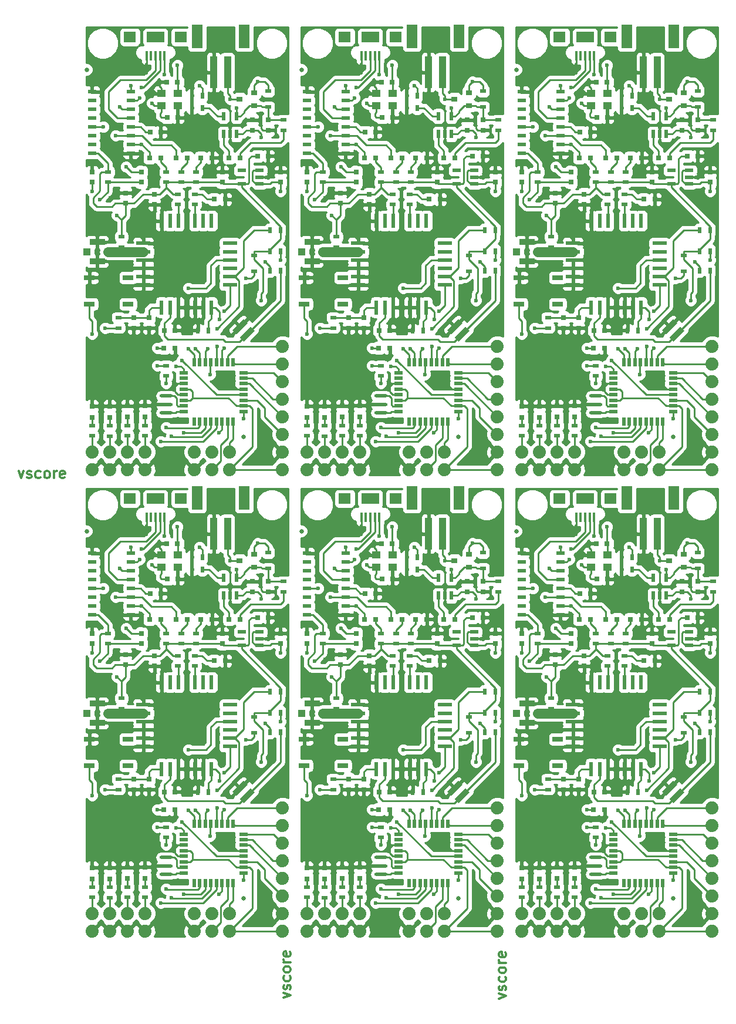
<source format=gtl>
G04 #@! TF.FileFunction,Copper,L1,Top,Signal*
%FSLAX46Y46*%
G04 Gerber Fmt 4.6, Leading zero omitted, Abs format (unit mm)*
G04 Created by KiCad (PCBNEW 4.0.6) date 08/02/17 18:57:33*
%MOMM*%
%LPD*%
G01*
G04 APERTURE LIST*
%ADD10C,0.100000*%
%ADD11C,0.300000*%
%ADD12R,0.800000X0.750000*%
%ADD13R,0.500000X0.900000*%
%ADD14R,1.198880X1.099820*%
%ADD15R,0.800000X0.800000*%
%ADD16R,1.198880X0.599440*%
%ADD17R,0.750000X0.800000*%
%ADD18R,1.198880X0.548640*%
%ADD19R,0.998220X4.599940*%
%ADD20R,1.597660X3.398520*%
%ADD21R,0.548640X1.198880*%
%ADD22R,0.828040X0.629920*%
%ADD23R,0.900000X0.500000*%
%ADD24R,0.899160X0.797560*%
%ADD25C,0.635000*%
%ADD26R,0.398780X1.447800*%
%ADD27R,1.798320X1.498600*%
%ADD28R,2.499360X1.498600*%
%ADD29C,1.879600*%
%ADD30R,1.270000X0.558800*%
%ADD31R,0.558800X1.270000*%
%ADD32R,1.998980X0.599440*%
%ADD33R,0.599440X1.998980*%
%ADD34R,1.524000X0.762000*%
%ADD35R,2.199640X0.848360*%
%ADD36R,1.049020X0.998220*%
%ADD37O,1.905000X0.449580*%
%ADD38C,0.600000*%
%ADD39C,0.250000*%
%ADD40C,1.397000*%
%ADD41C,0.254000*%
G04 APERTURE END LIST*
D10*
D11*
X111032171Y-180430856D02*
X112032171Y-180073713D01*
X111032171Y-179716571D01*
X111960743Y-179216571D02*
X112032171Y-179073714D01*
X112032171Y-178787999D01*
X111960743Y-178645142D01*
X111817886Y-178573714D01*
X111746457Y-178573714D01*
X111603600Y-178645142D01*
X111532171Y-178787999D01*
X111532171Y-179002285D01*
X111460743Y-179145142D01*
X111317886Y-179216571D01*
X111246457Y-179216571D01*
X111103600Y-179145142D01*
X111032171Y-179002285D01*
X111032171Y-178787999D01*
X111103600Y-178645142D01*
X111960743Y-177287999D02*
X112032171Y-177430856D01*
X112032171Y-177716570D01*
X111960743Y-177859428D01*
X111889314Y-177930856D01*
X111746457Y-178002285D01*
X111317886Y-178002285D01*
X111175029Y-177930856D01*
X111103600Y-177859428D01*
X111032171Y-177716570D01*
X111032171Y-177430856D01*
X111103600Y-177287999D01*
X112032171Y-176430856D02*
X111960743Y-176573714D01*
X111889314Y-176645142D01*
X111746457Y-176716571D01*
X111317886Y-176716571D01*
X111175029Y-176645142D01*
X111103600Y-176573714D01*
X111032171Y-176430856D01*
X111032171Y-176216571D01*
X111103600Y-176073714D01*
X111175029Y-176002285D01*
X111317886Y-175930856D01*
X111746457Y-175930856D01*
X111889314Y-176002285D01*
X111960743Y-176073714D01*
X112032171Y-176216571D01*
X112032171Y-176430856D01*
X112032171Y-175287999D02*
X111032171Y-175287999D01*
X111317886Y-175287999D02*
X111175029Y-175216571D01*
X111103600Y-175145142D01*
X111032171Y-175002285D01*
X111032171Y-174859428D01*
X111960743Y-173788000D02*
X112032171Y-173930857D01*
X112032171Y-174216571D01*
X111960743Y-174359428D01*
X111817886Y-174430857D01*
X111246457Y-174430857D01*
X111103600Y-174359428D01*
X111032171Y-174216571D01*
X111032171Y-173930857D01*
X111103600Y-173788000D01*
X111246457Y-173716571D01*
X111389314Y-173716571D01*
X111532171Y-174430857D01*
X79942571Y-180329256D02*
X80942571Y-179972113D01*
X79942571Y-179614971D01*
X80871143Y-179114971D02*
X80942571Y-178972114D01*
X80942571Y-178686399D01*
X80871143Y-178543542D01*
X80728286Y-178472114D01*
X80656857Y-178472114D01*
X80514000Y-178543542D01*
X80442571Y-178686399D01*
X80442571Y-178900685D01*
X80371143Y-179043542D01*
X80228286Y-179114971D01*
X80156857Y-179114971D01*
X80014000Y-179043542D01*
X79942571Y-178900685D01*
X79942571Y-178686399D01*
X80014000Y-178543542D01*
X80871143Y-177186399D02*
X80942571Y-177329256D01*
X80942571Y-177614970D01*
X80871143Y-177757828D01*
X80799714Y-177829256D01*
X80656857Y-177900685D01*
X80228286Y-177900685D01*
X80085429Y-177829256D01*
X80014000Y-177757828D01*
X79942571Y-177614970D01*
X79942571Y-177329256D01*
X80014000Y-177186399D01*
X80942571Y-176329256D02*
X80871143Y-176472114D01*
X80799714Y-176543542D01*
X80656857Y-176614971D01*
X80228286Y-176614971D01*
X80085429Y-176543542D01*
X80014000Y-176472114D01*
X79942571Y-176329256D01*
X79942571Y-176114971D01*
X80014000Y-175972114D01*
X80085429Y-175900685D01*
X80228286Y-175829256D01*
X80656857Y-175829256D01*
X80799714Y-175900685D01*
X80871143Y-175972114D01*
X80942571Y-176114971D01*
X80942571Y-176329256D01*
X80942571Y-175186399D02*
X79942571Y-175186399D01*
X80228286Y-175186399D02*
X80085429Y-175114971D01*
X80014000Y-175043542D01*
X79942571Y-174900685D01*
X79942571Y-174757828D01*
X80871143Y-173686400D02*
X80942571Y-173829257D01*
X80942571Y-174114971D01*
X80871143Y-174257828D01*
X80728286Y-174329257D01*
X80156857Y-174329257D01*
X80014000Y-174257828D01*
X79942571Y-174114971D01*
X79942571Y-173829257D01*
X80014000Y-173686400D01*
X80156857Y-173614971D01*
X80299714Y-173614971D01*
X80442571Y-174329257D01*
X41717544Y-104377371D02*
X42074687Y-105377371D01*
X42431829Y-104377371D01*
X42931829Y-105305943D02*
X43074686Y-105377371D01*
X43360401Y-105377371D01*
X43503258Y-105305943D01*
X43574686Y-105163086D01*
X43574686Y-105091657D01*
X43503258Y-104948800D01*
X43360401Y-104877371D01*
X43146115Y-104877371D01*
X43003258Y-104805943D01*
X42931829Y-104663086D01*
X42931829Y-104591657D01*
X43003258Y-104448800D01*
X43146115Y-104377371D01*
X43360401Y-104377371D01*
X43503258Y-104448800D01*
X44860401Y-105305943D02*
X44717544Y-105377371D01*
X44431830Y-105377371D01*
X44288972Y-105305943D01*
X44217544Y-105234514D01*
X44146115Y-105091657D01*
X44146115Y-104663086D01*
X44217544Y-104520229D01*
X44288972Y-104448800D01*
X44431830Y-104377371D01*
X44717544Y-104377371D01*
X44860401Y-104448800D01*
X45717544Y-105377371D02*
X45574686Y-105305943D01*
X45503258Y-105234514D01*
X45431829Y-105091657D01*
X45431829Y-104663086D01*
X45503258Y-104520229D01*
X45574686Y-104448800D01*
X45717544Y-104377371D01*
X45931829Y-104377371D01*
X46074686Y-104448800D01*
X46146115Y-104520229D01*
X46217544Y-104663086D01*
X46217544Y-105091657D01*
X46146115Y-105234514D01*
X46074686Y-105305943D01*
X45931829Y-105377371D01*
X45717544Y-105377371D01*
X46860401Y-105377371D02*
X46860401Y-104377371D01*
X46860401Y-104663086D02*
X46931829Y-104520229D01*
X47003258Y-104448800D01*
X47146115Y-104377371D01*
X47288972Y-104377371D01*
X48360400Y-105305943D02*
X48217543Y-105377371D01*
X47931829Y-105377371D01*
X47788972Y-105305943D01*
X47717543Y-105163086D01*
X47717543Y-104591657D01*
X47788972Y-104448800D01*
X47931829Y-104377371D01*
X48217543Y-104377371D01*
X48360400Y-104448800D01*
X48431829Y-104591657D01*
X48431829Y-104734514D01*
X47717543Y-104877371D01*
D12*
X125146000Y-119928000D03*
X126646000Y-119928000D03*
X94158000Y-119928000D03*
X95658000Y-119928000D03*
X63170000Y-119928000D03*
X64670000Y-119928000D03*
X125146000Y-53380000D03*
X126646000Y-53380000D03*
X94158000Y-53380000D03*
X95658000Y-53380000D03*
D13*
X130196000Y-118528000D03*
X128696000Y-118528000D03*
X99208000Y-118528000D03*
X97708000Y-118528000D03*
X68220000Y-118528000D03*
X66720000Y-118528000D03*
X130196000Y-51980000D03*
X128696000Y-51980000D03*
X99208000Y-51980000D03*
X97708000Y-51980000D03*
D14*
X126649480Y-116474240D03*
X124302520Y-116474240D03*
X124302520Y-118221760D03*
X126649480Y-118221760D03*
X95661480Y-116474240D03*
X93314520Y-116474240D03*
X93314520Y-118221760D03*
X95661480Y-118221760D03*
X64673480Y-116474240D03*
X62326520Y-116474240D03*
X62326520Y-118221760D03*
X64673480Y-118221760D03*
X126649480Y-49926240D03*
X124302520Y-49926240D03*
X124302520Y-51673760D03*
X126649480Y-51673760D03*
X95661480Y-49926240D03*
X93314520Y-49926240D03*
X93314520Y-51673760D03*
X95661480Y-51673760D03*
D15*
X130010000Y-125730000D03*
X131610000Y-125730000D03*
X99022000Y-125730000D03*
X100622000Y-125730000D03*
X68034000Y-125730000D03*
X69634000Y-125730000D03*
X130010000Y-59182000D03*
X131610000Y-59182000D03*
X99022000Y-59182000D03*
X100622000Y-59182000D03*
X128054000Y-125730000D03*
X126454000Y-125730000D03*
X97066000Y-125730000D03*
X95466000Y-125730000D03*
X66078000Y-125730000D03*
X64478000Y-125730000D03*
X128054000Y-59182000D03*
X126454000Y-59182000D03*
X97066000Y-59182000D03*
X95466000Y-59182000D03*
D12*
X122696000Y-122028000D03*
X124196000Y-122028000D03*
X91708000Y-122028000D03*
X93208000Y-122028000D03*
X60720000Y-122028000D03*
X62220000Y-122028000D03*
X122696000Y-55480000D03*
X124196000Y-55480000D03*
X91708000Y-55480000D03*
X93208000Y-55480000D03*
D16*
X119893080Y-125095000D03*
X119893080Y-123825000D03*
X119893080Y-122555000D03*
X119893080Y-121285000D03*
X119893080Y-120015000D03*
X119893080Y-118745000D03*
X119893080Y-117475000D03*
X119893080Y-116205000D03*
X114294920Y-116205000D03*
X114294920Y-117475000D03*
X114294920Y-118745000D03*
X114294920Y-120015000D03*
X114294920Y-121285000D03*
X114294920Y-122555000D03*
X114294920Y-123825000D03*
X114294920Y-125095000D03*
X88905080Y-125095000D03*
X88905080Y-123825000D03*
X88905080Y-122555000D03*
X88905080Y-121285000D03*
X88905080Y-120015000D03*
X88905080Y-118745000D03*
X88905080Y-117475000D03*
X88905080Y-116205000D03*
X83306920Y-116205000D03*
X83306920Y-117475000D03*
X83306920Y-118745000D03*
X83306920Y-120015000D03*
X83306920Y-121285000D03*
X83306920Y-122555000D03*
X83306920Y-123825000D03*
X83306920Y-125095000D03*
X57917080Y-125095000D03*
X57917080Y-123825000D03*
X57917080Y-122555000D03*
X57917080Y-121285000D03*
X57917080Y-120015000D03*
X57917080Y-118745000D03*
X57917080Y-117475000D03*
X57917080Y-116205000D03*
X52318920Y-116205000D03*
X52318920Y-117475000D03*
X52318920Y-118745000D03*
X52318920Y-120015000D03*
X52318920Y-121285000D03*
X52318920Y-122555000D03*
X52318920Y-123825000D03*
X52318920Y-125095000D03*
X119893080Y-58547000D03*
X119893080Y-57277000D03*
X119893080Y-56007000D03*
X119893080Y-54737000D03*
X119893080Y-53467000D03*
X119893080Y-52197000D03*
X119893080Y-50927000D03*
X119893080Y-49657000D03*
X114294920Y-49657000D03*
X114294920Y-50927000D03*
X114294920Y-52197000D03*
X114294920Y-53467000D03*
X114294920Y-54737000D03*
X114294920Y-56007000D03*
X114294920Y-57277000D03*
X114294920Y-58547000D03*
X88905080Y-58547000D03*
X88905080Y-57277000D03*
X88905080Y-56007000D03*
X88905080Y-54737000D03*
X88905080Y-53467000D03*
X88905080Y-52197000D03*
X88905080Y-50927000D03*
X88905080Y-49657000D03*
X83306920Y-49657000D03*
X83306920Y-50927000D03*
X83306920Y-52197000D03*
X83306920Y-53467000D03*
X83306920Y-54737000D03*
X83306920Y-56007000D03*
X83306920Y-57277000D03*
X83306920Y-58547000D03*
D12*
X138188000Y-125476000D03*
X139688000Y-125476000D03*
X107200000Y-125476000D03*
X108700000Y-125476000D03*
X76212000Y-125476000D03*
X77712000Y-125476000D03*
X138188000Y-58928000D03*
X139688000Y-58928000D03*
X107200000Y-58928000D03*
X108700000Y-58928000D03*
D17*
X133096000Y-129274000D03*
X133096000Y-127774000D03*
X102108000Y-129274000D03*
X102108000Y-127774000D03*
X71120000Y-129274000D03*
X71120000Y-127774000D03*
X133096000Y-62726000D03*
X133096000Y-61226000D03*
X102108000Y-62726000D03*
X102108000Y-61226000D03*
D18*
X138457940Y-129473960D03*
X138457940Y-128524000D03*
X138457940Y-127574040D03*
X135862060Y-127574040D03*
X135862060Y-129473960D03*
X107469940Y-129473960D03*
X107469940Y-128524000D03*
X107469940Y-127574040D03*
X104874060Y-127574040D03*
X104874060Y-129473960D03*
X76481940Y-129473960D03*
X76481940Y-128524000D03*
X76481940Y-127574040D03*
X73886060Y-127574040D03*
X73886060Y-129473960D03*
X138457940Y-62925960D03*
X138457940Y-61976000D03*
X138457940Y-61026040D03*
X135862060Y-61026040D03*
X135862060Y-62925960D03*
X107469940Y-62925960D03*
X107469940Y-61976000D03*
X107469940Y-61026040D03*
X104874060Y-61026040D03*
X104874060Y-62925960D03*
D17*
X141478000Y-129274000D03*
X141478000Y-127774000D03*
X110490000Y-129274000D03*
X110490000Y-127774000D03*
X79502000Y-129274000D03*
X79502000Y-127774000D03*
X141478000Y-62726000D03*
X141478000Y-61226000D03*
X110490000Y-62726000D03*
X110490000Y-61226000D03*
D15*
X135674000Y-125730000D03*
X134074000Y-125730000D03*
X104686000Y-125730000D03*
X103086000Y-125730000D03*
X73698000Y-125730000D03*
X72098000Y-125730000D03*
X135674000Y-59182000D03*
X134074000Y-59182000D03*
X104686000Y-59182000D03*
X103086000Y-59182000D03*
D19*
X131843780Y-113400840D03*
X133840220Y-113400840D03*
D20*
X129443480Y-108204000D03*
X136240520Y-108204000D03*
D19*
X100855780Y-113400840D03*
X102852220Y-113400840D03*
D20*
X98455480Y-108204000D03*
X105252520Y-108204000D03*
D19*
X69867780Y-113400840D03*
X71864220Y-113400840D03*
D20*
X67467480Y-108204000D03*
X74264520Y-108204000D03*
D19*
X131843780Y-46852840D03*
X133840220Y-46852840D03*
D20*
X129443480Y-41656000D03*
X136240520Y-41656000D03*
D19*
X100855780Y-46852840D03*
X102852220Y-46852840D03*
D20*
X98455480Y-41656000D03*
X105252520Y-41656000D03*
D17*
X137446000Y-121778000D03*
X137446000Y-120278000D03*
X106458000Y-121778000D03*
X106458000Y-120278000D03*
X75470000Y-121778000D03*
X75470000Y-120278000D03*
X137446000Y-55230000D03*
X137446000Y-53730000D03*
X106458000Y-55230000D03*
X106458000Y-53730000D03*
X139696000Y-120278000D03*
X139696000Y-121778000D03*
X108708000Y-120278000D03*
X108708000Y-121778000D03*
X77720000Y-120278000D03*
X77720000Y-121778000D03*
X139696000Y-53730000D03*
X139696000Y-55230000D03*
X108708000Y-53730000D03*
X108708000Y-55230000D03*
D21*
X133246040Y-122325940D03*
X134196000Y-122325940D03*
X135145960Y-122325940D03*
X135145960Y-119730060D03*
X133246040Y-119730060D03*
X102258040Y-122325940D03*
X103208000Y-122325940D03*
X104157960Y-122325940D03*
X104157960Y-119730060D03*
X102258040Y-119730060D03*
X71270040Y-122325940D03*
X72220000Y-122325940D03*
X73169960Y-122325940D03*
X73169960Y-119730060D03*
X71270040Y-119730060D03*
X133246040Y-55777940D03*
X134196000Y-55777940D03*
X135145960Y-55777940D03*
X135145960Y-53182060D03*
X133246040Y-53182060D03*
X102258040Y-55777940D03*
X103208000Y-55777940D03*
X104157960Y-55777940D03*
X104157960Y-53182060D03*
X102258040Y-53182060D03*
D22*
X139696000Y-118426080D03*
X139696000Y-116129920D03*
X108708000Y-118426080D03*
X108708000Y-116129920D03*
X77720000Y-118426080D03*
X77720000Y-116129920D03*
X139696000Y-51878080D03*
X139696000Y-49581920D03*
X108708000Y-51878080D03*
X108708000Y-49581920D03*
D23*
X141946000Y-120278000D03*
X141946000Y-121778000D03*
X110958000Y-120278000D03*
X110958000Y-121778000D03*
X79970000Y-120278000D03*
X79970000Y-121778000D03*
X141946000Y-53730000D03*
X141946000Y-55230000D03*
X110958000Y-53730000D03*
X110958000Y-55230000D03*
D24*
X137694220Y-118227960D03*
X137694220Y-116328040D03*
X135596180Y-117278000D03*
X106706220Y-118227960D03*
X106706220Y-116328040D03*
X104608180Y-117278000D03*
X75718220Y-118227960D03*
X75718220Y-116328040D03*
X73620180Y-117278000D03*
X137694220Y-51679960D03*
X137694220Y-49780040D03*
X135596180Y-50730000D03*
X106706220Y-51679960D03*
X106706220Y-49780040D03*
X104608180Y-50730000D03*
D13*
X130196000Y-116778000D03*
X128696000Y-116778000D03*
X99208000Y-116778000D03*
X97708000Y-116778000D03*
X68220000Y-116778000D03*
X66720000Y-116778000D03*
X130196000Y-50230000D03*
X128696000Y-50230000D03*
X99208000Y-50230000D03*
X97708000Y-50230000D03*
D12*
X126596000Y-114808000D03*
X125096000Y-114808000D03*
X95608000Y-114808000D03*
X94108000Y-114808000D03*
X64620000Y-114808000D03*
X63120000Y-114808000D03*
X126596000Y-48260000D03*
X125096000Y-48260000D03*
X95608000Y-48260000D03*
X94108000Y-48260000D03*
D25*
X113538000Y-113030000D03*
X82550000Y-113030000D03*
X51562000Y-113030000D03*
X113538000Y-46482000D03*
X82550000Y-46482000D03*
D26*
X123444000Y-111053880D03*
X124091700Y-111053880D03*
X122146060Y-111053880D03*
X122796300Y-111053880D03*
D27*
X127127000Y-108331000D03*
X119761000Y-108331000D03*
D28*
X123444000Y-108331000D03*
D26*
X124741940Y-111053880D03*
X92456000Y-111053880D03*
X93103700Y-111053880D03*
X91158060Y-111053880D03*
X91808300Y-111053880D03*
D27*
X96139000Y-108331000D03*
X88773000Y-108331000D03*
D28*
X92456000Y-108331000D03*
D26*
X93753940Y-111053880D03*
X61468000Y-111053880D03*
X62115700Y-111053880D03*
X60170060Y-111053880D03*
X60820300Y-111053880D03*
D27*
X65151000Y-108331000D03*
X57785000Y-108331000D03*
D28*
X61468000Y-108331000D03*
D26*
X62765940Y-111053880D03*
X123444000Y-44505880D03*
X124091700Y-44505880D03*
X122146060Y-44505880D03*
X122796300Y-44505880D03*
D27*
X127127000Y-41783000D03*
X119761000Y-41783000D03*
D28*
X123444000Y-41783000D03*
D26*
X124741940Y-44505880D03*
X92456000Y-44505880D03*
X93103700Y-44505880D03*
X91158060Y-44505880D03*
X91808300Y-44505880D03*
D27*
X96139000Y-41783000D03*
X88773000Y-41783000D03*
D28*
X92456000Y-41783000D03*
D26*
X93753940Y-44505880D03*
D23*
X129286000Y-129274000D03*
X129286000Y-127774000D03*
X98298000Y-129274000D03*
X98298000Y-127774000D03*
X67310000Y-129274000D03*
X67310000Y-127774000D03*
X129286000Y-62726000D03*
X129286000Y-61226000D03*
X98298000Y-62726000D03*
X98298000Y-61226000D03*
X127196000Y-129274000D03*
X127196000Y-127774000D03*
X96208000Y-129274000D03*
X96208000Y-127774000D03*
X65220000Y-129274000D03*
X65220000Y-127774000D03*
X127196000Y-62726000D03*
X127196000Y-61226000D03*
X96208000Y-62726000D03*
X96208000Y-61226000D03*
D17*
X121412000Y-129274000D03*
X121412000Y-127774000D03*
X90424000Y-129274000D03*
X90424000Y-127774000D03*
X59436000Y-129274000D03*
X59436000Y-127774000D03*
X121412000Y-62726000D03*
X121412000Y-61226000D03*
X90424000Y-62726000D03*
X90424000Y-61226000D03*
D15*
X124206000Y-125730000D03*
X122606000Y-125730000D03*
X93218000Y-125730000D03*
X91618000Y-125730000D03*
X62230000Y-125730000D03*
X60630000Y-125730000D03*
X124206000Y-59182000D03*
X122606000Y-59182000D03*
X93218000Y-59182000D03*
X91618000Y-59182000D03*
D23*
X116586000Y-127774000D03*
X116586000Y-129274000D03*
X85598000Y-127774000D03*
X85598000Y-129274000D03*
X54610000Y-127774000D03*
X54610000Y-129274000D03*
X116586000Y-61226000D03*
X116586000Y-62726000D03*
X85598000Y-61226000D03*
X85598000Y-62726000D03*
D17*
X114300000Y-129274000D03*
X114300000Y-127774000D03*
X83312000Y-129274000D03*
X83312000Y-127774000D03*
X52324000Y-129274000D03*
X52324000Y-127774000D03*
X114300000Y-62726000D03*
X114300000Y-61226000D03*
X83312000Y-62726000D03*
X83312000Y-61226000D03*
D23*
X124968000Y-127774000D03*
X124968000Y-129274000D03*
X93980000Y-127774000D03*
X93980000Y-129274000D03*
X62992000Y-127774000D03*
X62992000Y-129274000D03*
X124968000Y-61226000D03*
X124968000Y-62726000D03*
X93980000Y-61226000D03*
X93980000Y-62726000D03*
D13*
X139966000Y-141986000D03*
X141466000Y-141986000D03*
X108978000Y-141986000D03*
X110478000Y-141986000D03*
X77990000Y-141986000D03*
X79490000Y-141986000D03*
X139966000Y-75438000D03*
X141466000Y-75438000D03*
X108978000Y-75438000D03*
X110478000Y-75438000D03*
X139954000Y-136144000D03*
X141454000Y-136144000D03*
X108966000Y-136144000D03*
X110466000Y-136144000D03*
X77978000Y-136144000D03*
X79478000Y-136144000D03*
X139954000Y-69596000D03*
X141454000Y-69596000D03*
X108966000Y-69596000D03*
X110466000Y-69596000D03*
D10*
G36*
X136203093Y-152235158D02*
X135603212Y-151635277D01*
X137192717Y-150045772D01*
X137792598Y-150645653D01*
X136203093Y-152235158D01*
X136203093Y-152235158D01*
G37*
G36*
X135143423Y-151175488D02*
X134543542Y-150575607D01*
X136133047Y-148986102D01*
X136732928Y-149585983D01*
X135143423Y-151175488D01*
X135143423Y-151175488D01*
G37*
G36*
X105215093Y-152235158D02*
X104615212Y-151635277D01*
X106204717Y-150045772D01*
X106804598Y-150645653D01*
X105215093Y-152235158D01*
X105215093Y-152235158D01*
G37*
G36*
X104155423Y-151175488D02*
X103555542Y-150575607D01*
X105145047Y-148986102D01*
X105744928Y-149585983D01*
X104155423Y-151175488D01*
X104155423Y-151175488D01*
G37*
G36*
X74227093Y-152235158D02*
X73627212Y-151635277D01*
X75216717Y-150045772D01*
X75816598Y-150645653D01*
X74227093Y-152235158D01*
X74227093Y-152235158D01*
G37*
G36*
X73167423Y-151175488D02*
X72567542Y-150575607D01*
X74157047Y-148986102D01*
X74756928Y-149585983D01*
X73167423Y-151175488D01*
X73167423Y-151175488D01*
G37*
G36*
X136203093Y-85687158D02*
X135603212Y-85087277D01*
X137192717Y-83497772D01*
X137792598Y-84097653D01*
X136203093Y-85687158D01*
X136203093Y-85687158D01*
G37*
G36*
X135143423Y-84627488D02*
X134543542Y-84027607D01*
X136133047Y-82438102D01*
X136732928Y-83037983D01*
X135143423Y-84627488D01*
X135143423Y-84627488D01*
G37*
G36*
X105215093Y-85687158D02*
X104615212Y-85087277D01*
X106204717Y-83497772D01*
X106804598Y-84097653D01*
X105215093Y-85687158D01*
X105215093Y-85687158D01*
G37*
G36*
X104155423Y-84627488D02*
X103555542Y-84027607D01*
X105145047Y-82438102D01*
X105744928Y-83037983D01*
X104155423Y-84627488D01*
X104155423Y-84627488D01*
G37*
D22*
X137668000Y-139821920D03*
X137668000Y-142118080D03*
X106680000Y-139821920D03*
X106680000Y-142118080D03*
X75692000Y-139821920D03*
X75692000Y-142118080D03*
X137668000Y-73273920D03*
X137668000Y-75570080D03*
X106680000Y-73273920D03*
X106680000Y-75570080D03*
D13*
X141466000Y-139192000D03*
X139966000Y-139192000D03*
X110478000Y-139192000D03*
X108978000Y-139192000D03*
X79490000Y-139192000D03*
X77990000Y-139192000D03*
X141466000Y-72644000D03*
X139966000Y-72644000D03*
X110478000Y-72644000D03*
X108978000Y-72644000D03*
D17*
X119126000Y-132322000D03*
X119126000Y-130822000D03*
X88138000Y-132322000D03*
X88138000Y-130822000D03*
X57150000Y-132322000D03*
X57150000Y-130822000D03*
X119126000Y-65774000D03*
X119126000Y-64274000D03*
X88138000Y-65774000D03*
X88138000Y-64274000D03*
X123296000Y-130978000D03*
X123296000Y-132478000D03*
X92308000Y-130978000D03*
X92308000Y-132478000D03*
X61320000Y-130978000D03*
X61320000Y-132478000D03*
X123296000Y-64430000D03*
X123296000Y-65930000D03*
X92308000Y-64430000D03*
X92308000Y-65930000D03*
D15*
X131896000Y-131728000D03*
X133496000Y-131728000D03*
X100908000Y-131728000D03*
X102508000Y-131728000D03*
X69920000Y-131728000D03*
X71520000Y-131728000D03*
X131896000Y-65180000D03*
X133496000Y-65180000D03*
X100908000Y-65180000D03*
X102508000Y-65180000D03*
D23*
X126696000Y-132478000D03*
X126696000Y-130978000D03*
X95708000Y-132478000D03*
X95708000Y-130978000D03*
X64720000Y-132478000D03*
X64720000Y-130978000D03*
X126696000Y-65930000D03*
X126696000Y-64430000D03*
X95708000Y-65930000D03*
X95708000Y-64430000D03*
X129096000Y-130978000D03*
X129096000Y-132478000D03*
X98108000Y-130978000D03*
X98108000Y-132478000D03*
X67120000Y-130978000D03*
X67120000Y-132478000D03*
X129096000Y-64430000D03*
X129096000Y-65930000D03*
X98108000Y-64430000D03*
X98108000Y-65930000D03*
X114300000Y-165850000D03*
X114300000Y-164350000D03*
X83312000Y-165850000D03*
X83312000Y-164350000D03*
X52324000Y-165850000D03*
X52324000Y-164350000D03*
X114300000Y-99302000D03*
X114300000Y-97802000D03*
X83312000Y-99302000D03*
X83312000Y-97802000D03*
X116840000Y-165862000D03*
X116840000Y-164362000D03*
X85852000Y-165862000D03*
X85852000Y-164362000D03*
X54864000Y-165862000D03*
X54864000Y-164362000D03*
X116840000Y-99314000D03*
X116840000Y-97814000D03*
X85852000Y-99314000D03*
X85852000Y-97814000D03*
D29*
X114300000Y-170688000D03*
X114300000Y-168148000D03*
X116840000Y-170688000D03*
X116840000Y-168148000D03*
X119380000Y-170688000D03*
X119380000Y-168148000D03*
X121920000Y-170688000D03*
X121920000Y-168148000D03*
X83312000Y-170688000D03*
X83312000Y-168148000D03*
X85852000Y-170688000D03*
X85852000Y-168148000D03*
X88392000Y-170688000D03*
X88392000Y-168148000D03*
X90932000Y-170688000D03*
X90932000Y-168148000D03*
X52324000Y-170688000D03*
X52324000Y-168148000D03*
X54864000Y-170688000D03*
X54864000Y-168148000D03*
X57404000Y-170688000D03*
X57404000Y-168148000D03*
X59944000Y-170688000D03*
X59944000Y-168148000D03*
X114300000Y-104140000D03*
X114300000Y-101600000D03*
X116840000Y-104140000D03*
X116840000Y-101600000D03*
X119380000Y-104140000D03*
X119380000Y-101600000D03*
X121920000Y-104140000D03*
X121920000Y-101600000D03*
X83312000Y-104140000D03*
X83312000Y-101600000D03*
X85852000Y-104140000D03*
X85852000Y-101600000D03*
X88392000Y-104140000D03*
X88392000Y-101600000D03*
X90932000Y-104140000D03*
X90932000Y-101600000D03*
D23*
X121920000Y-165850000D03*
X121920000Y-164350000D03*
X90932000Y-165850000D03*
X90932000Y-164350000D03*
X59944000Y-165850000D03*
X59944000Y-164350000D03*
X121920000Y-99302000D03*
X121920000Y-97802000D03*
X90932000Y-99302000D03*
X90932000Y-97802000D03*
X119380000Y-165838000D03*
X119380000Y-164338000D03*
X88392000Y-165838000D03*
X88392000Y-164338000D03*
X57404000Y-165838000D03*
X57404000Y-164338000D03*
X119380000Y-99290000D03*
X119380000Y-97790000D03*
X88392000Y-99290000D03*
X88392000Y-97790000D03*
D29*
X141732000Y-160528000D03*
X141732000Y-157988000D03*
X141732000Y-155448000D03*
X141732000Y-152908000D03*
X110744000Y-160528000D03*
X110744000Y-157988000D03*
X110744000Y-155448000D03*
X110744000Y-152908000D03*
X79756000Y-160528000D03*
X79756000Y-157988000D03*
X79756000Y-155448000D03*
X79756000Y-152908000D03*
X141732000Y-93980000D03*
X141732000Y-91440000D03*
X141732000Y-88900000D03*
X141732000Y-86360000D03*
X110744000Y-93980000D03*
X110744000Y-91440000D03*
X110744000Y-88900000D03*
X110744000Y-86360000D03*
D25*
X136144000Y-165989000D03*
X105156000Y-165989000D03*
X74168000Y-165989000D03*
X136144000Y-99441000D03*
X105156000Y-99441000D03*
D29*
X134112000Y-168148000D03*
X134112000Y-170688000D03*
X131572000Y-168148000D03*
X131572000Y-170688000D03*
X129032000Y-168148000D03*
X129032000Y-170688000D03*
X103124000Y-168148000D03*
X103124000Y-170688000D03*
X100584000Y-168148000D03*
X100584000Y-170688000D03*
X98044000Y-168148000D03*
X98044000Y-170688000D03*
X72136000Y-168148000D03*
X72136000Y-170688000D03*
X69596000Y-168148000D03*
X69596000Y-170688000D03*
X67056000Y-168148000D03*
X67056000Y-170688000D03*
X134112000Y-101600000D03*
X134112000Y-104140000D03*
X131572000Y-101600000D03*
X131572000Y-104140000D03*
X129032000Y-101600000D03*
X129032000Y-104140000D03*
X103124000Y-101600000D03*
X103124000Y-104140000D03*
X100584000Y-101600000D03*
X100584000Y-104140000D03*
X98044000Y-101600000D03*
X98044000Y-104140000D03*
D30*
X127533400Y-156712920D03*
X127533400Y-157513020D03*
X127533400Y-158313120D03*
X127533400Y-159113220D03*
X127533400Y-159910780D03*
X127533400Y-160710880D03*
X127533400Y-161510980D03*
X127533400Y-162311080D03*
D31*
X129026920Y-163804600D03*
X129827020Y-163804600D03*
X130627120Y-163804600D03*
X131427220Y-163804600D03*
X132224780Y-163804600D03*
X133024880Y-163804600D03*
X133824980Y-163804600D03*
X134625080Y-163804600D03*
D30*
X136118600Y-162311080D03*
X136118600Y-161510980D03*
X136118600Y-160710880D03*
X136118600Y-159910780D03*
X136118600Y-159113220D03*
X136118600Y-158313120D03*
X136118600Y-157513020D03*
X136118600Y-156712920D03*
D31*
X134625080Y-155219400D03*
X133824980Y-155219400D03*
X133024880Y-155219400D03*
X132224780Y-155219400D03*
X131427220Y-155219400D03*
X130627120Y-155219400D03*
X129827020Y-155219400D03*
X129026920Y-155219400D03*
D30*
X96545400Y-156712920D03*
X96545400Y-157513020D03*
X96545400Y-158313120D03*
X96545400Y-159113220D03*
X96545400Y-159910780D03*
X96545400Y-160710880D03*
X96545400Y-161510980D03*
X96545400Y-162311080D03*
D31*
X98038920Y-163804600D03*
X98839020Y-163804600D03*
X99639120Y-163804600D03*
X100439220Y-163804600D03*
X101236780Y-163804600D03*
X102036880Y-163804600D03*
X102836980Y-163804600D03*
X103637080Y-163804600D03*
D30*
X105130600Y-162311080D03*
X105130600Y-161510980D03*
X105130600Y-160710880D03*
X105130600Y-159910780D03*
X105130600Y-159113220D03*
X105130600Y-158313120D03*
X105130600Y-157513020D03*
X105130600Y-156712920D03*
D31*
X103637080Y-155219400D03*
X102836980Y-155219400D03*
X102036880Y-155219400D03*
X101236780Y-155219400D03*
X100439220Y-155219400D03*
X99639120Y-155219400D03*
X98839020Y-155219400D03*
X98038920Y-155219400D03*
D30*
X65557400Y-156712920D03*
X65557400Y-157513020D03*
X65557400Y-158313120D03*
X65557400Y-159113220D03*
X65557400Y-159910780D03*
X65557400Y-160710880D03*
X65557400Y-161510980D03*
X65557400Y-162311080D03*
D31*
X67050920Y-163804600D03*
X67851020Y-163804600D03*
X68651120Y-163804600D03*
X69451220Y-163804600D03*
X70248780Y-163804600D03*
X71048880Y-163804600D03*
X71848980Y-163804600D03*
X72649080Y-163804600D03*
D30*
X74142600Y-162311080D03*
X74142600Y-161510980D03*
X74142600Y-160710880D03*
X74142600Y-159910780D03*
X74142600Y-159113220D03*
X74142600Y-158313120D03*
X74142600Y-157513020D03*
X74142600Y-156712920D03*
D31*
X72649080Y-155219400D03*
X71848980Y-155219400D03*
X71048880Y-155219400D03*
X70248780Y-155219400D03*
X69451220Y-155219400D03*
X68651120Y-155219400D03*
X67851020Y-155219400D03*
X67050920Y-155219400D03*
D30*
X127533400Y-90164920D03*
X127533400Y-90965020D03*
X127533400Y-91765120D03*
X127533400Y-92565220D03*
X127533400Y-93362780D03*
X127533400Y-94162880D03*
X127533400Y-94962980D03*
X127533400Y-95763080D03*
D31*
X129026920Y-97256600D03*
X129827020Y-97256600D03*
X130627120Y-97256600D03*
X131427220Y-97256600D03*
X132224780Y-97256600D03*
X133024880Y-97256600D03*
X133824980Y-97256600D03*
X134625080Y-97256600D03*
D30*
X136118600Y-95763080D03*
X136118600Y-94962980D03*
X136118600Y-94162880D03*
X136118600Y-93362780D03*
X136118600Y-92565220D03*
X136118600Y-91765120D03*
X136118600Y-90965020D03*
X136118600Y-90164920D03*
D31*
X134625080Y-88671400D03*
X133824980Y-88671400D03*
X133024880Y-88671400D03*
X132224780Y-88671400D03*
X131427220Y-88671400D03*
X130627120Y-88671400D03*
X129827020Y-88671400D03*
X129026920Y-88671400D03*
D30*
X96545400Y-90164920D03*
X96545400Y-90965020D03*
X96545400Y-91765120D03*
X96545400Y-92565220D03*
X96545400Y-93362780D03*
X96545400Y-94162880D03*
X96545400Y-94962980D03*
X96545400Y-95763080D03*
D31*
X98038920Y-97256600D03*
X98839020Y-97256600D03*
X99639120Y-97256600D03*
X100439220Y-97256600D03*
X101236780Y-97256600D03*
X102036880Y-97256600D03*
X102836980Y-97256600D03*
X103637080Y-97256600D03*
D30*
X105130600Y-95763080D03*
X105130600Y-94962980D03*
X105130600Y-94162880D03*
X105130600Y-93362780D03*
X105130600Y-92565220D03*
X105130600Y-91765120D03*
X105130600Y-90965020D03*
X105130600Y-90164920D03*
D31*
X103637080Y-88671400D03*
X102836980Y-88671400D03*
X102036880Y-88671400D03*
X101236780Y-88671400D03*
X100439220Y-88671400D03*
X99639120Y-88671400D03*
X98839020Y-88671400D03*
X98038920Y-88671400D03*
D29*
X141732000Y-170688000D03*
X141732000Y-168148000D03*
X141732000Y-165608000D03*
X141732000Y-163068000D03*
X110744000Y-170688000D03*
X110744000Y-168148000D03*
X110744000Y-165608000D03*
X110744000Y-163068000D03*
X79756000Y-170688000D03*
X79756000Y-168148000D03*
X79756000Y-165608000D03*
X79756000Y-163068000D03*
X141732000Y-104140000D03*
X141732000Y-101600000D03*
X141732000Y-99060000D03*
X141732000Y-96520000D03*
X110744000Y-104140000D03*
X110744000Y-101600000D03*
X110744000Y-99060000D03*
X110744000Y-96520000D03*
D32*
X121678700Y-138071860D03*
X121678700Y-139273280D03*
X121678700Y-140472160D03*
X121678700Y-141671040D03*
X121678700Y-142869920D03*
X121678700Y-144071340D03*
D33*
X124327920Y-147320000D03*
X125529340Y-147320000D03*
X126728220Y-147320000D03*
X129125980Y-147320000D03*
X130324860Y-147320000D03*
X131526280Y-147320000D03*
D32*
X134175500Y-144071340D03*
X134175500Y-142869920D03*
X134175500Y-141671040D03*
X134175500Y-140472160D03*
X134175500Y-139273280D03*
X134175500Y-138071860D03*
D33*
X131526280Y-134823200D03*
X130324860Y-134823200D03*
X129125980Y-134823200D03*
X126728220Y-134823200D03*
X125529340Y-134823200D03*
X124327920Y-134823200D03*
D32*
X90690700Y-138071860D03*
X90690700Y-139273280D03*
X90690700Y-140472160D03*
X90690700Y-141671040D03*
X90690700Y-142869920D03*
X90690700Y-144071340D03*
D33*
X93339920Y-147320000D03*
X94541340Y-147320000D03*
X95740220Y-147320000D03*
X98137980Y-147320000D03*
X99336860Y-147320000D03*
X100538280Y-147320000D03*
D32*
X103187500Y-144071340D03*
X103187500Y-142869920D03*
X103187500Y-141671040D03*
X103187500Y-140472160D03*
X103187500Y-139273280D03*
X103187500Y-138071860D03*
D33*
X100538280Y-134823200D03*
X99336860Y-134823200D03*
X98137980Y-134823200D03*
X95740220Y-134823200D03*
X94541340Y-134823200D03*
X93339920Y-134823200D03*
D32*
X59702700Y-138071860D03*
X59702700Y-139273280D03*
X59702700Y-140472160D03*
X59702700Y-141671040D03*
X59702700Y-142869920D03*
X59702700Y-144071340D03*
D33*
X62351920Y-147320000D03*
X63553340Y-147320000D03*
X64752220Y-147320000D03*
X67149980Y-147320000D03*
X68348860Y-147320000D03*
X69550280Y-147320000D03*
D32*
X72199500Y-144071340D03*
X72199500Y-142869920D03*
X72199500Y-141671040D03*
X72199500Y-140472160D03*
X72199500Y-139273280D03*
X72199500Y-138071860D03*
D33*
X69550280Y-134823200D03*
X68348860Y-134823200D03*
X67149980Y-134823200D03*
X64752220Y-134823200D03*
X63553340Y-134823200D03*
X62351920Y-134823200D03*
D32*
X121678700Y-71523860D03*
X121678700Y-72725280D03*
X121678700Y-73924160D03*
X121678700Y-75123040D03*
X121678700Y-76321920D03*
X121678700Y-77523340D03*
D33*
X124327920Y-80772000D03*
X125529340Y-80772000D03*
X126728220Y-80772000D03*
X129125980Y-80772000D03*
X130324860Y-80772000D03*
X131526280Y-80772000D03*
D32*
X134175500Y-77523340D03*
X134175500Y-76321920D03*
X134175500Y-75123040D03*
X134175500Y-73924160D03*
X134175500Y-72725280D03*
X134175500Y-71523860D03*
D33*
X131526280Y-68275200D03*
X130324860Y-68275200D03*
X129125980Y-68275200D03*
X126728220Y-68275200D03*
X125529340Y-68275200D03*
X124327920Y-68275200D03*
D32*
X90690700Y-71523860D03*
X90690700Y-72725280D03*
X90690700Y-73924160D03*
X90690700Y-75123040D03*
X90690700Y-76321920D03*
X90690700Y-77523340D03*
D33*
X93339920Y-80772000D03*
X94541340Y-80772000D03*
X95740220Y-80772000D03*
X98137980Y-80772000D03*
X99336860Y-80772000D03*
X100538280Y-80772000D03*
D32*
X103187500Y-77523340D03*
X103187500Y-76321920D03*
X103187500Y-75123040D03*
X103187500Y-73924160D03*
X103187500Y-72725280D03*
X103187500Y-71523860D03*
D33*
X100538280Y-68275200D03*
X99336860Y-68275200D03*
X98137980Y-68275200D03*
X95740220Y-68275200D03*
X94541340Y-68275200D03*
X93339920Y-68275200D03*
D13*
X131052000Y-150622000D03*
X129552000Y-150622000D03*
X100064000Y-150622000D03*
X98564000Y-150622000D03*
X69076000Y-150622000D03*
X67576000Y-150622000D03*
X131052000Y-84074000D03*
X129552000Y-84074000D03*
X100064000Y-84074000D03*
X98564000Y-84074000D03*
D15*
X124676000Y-153162000D03*
X126276000Y-153162000D03*
X93688000Y-153162000D03*
X95288000Y-153162000D03*
X62700000Y-153162000D03*
X64300000Y-153162000D03*
X124676000Y-86614000D03*
X126276000Y-86614000D03*
X93688000Y-86614000D03*
X95288000Y-86614000D03*
D12*
X124738000Y-150622000D03*
X126238000Y-150622000D03*
X93750000Y-150622000D03*
X95250000Y-150622000D03*
X62762000Y-150622000D03*
X64262000Y-150622000D03*
X124738000Y-84074000D03*
X126238000Y-84074000D03*
X93750000Y-84074000D03*
X95250000Y-84074000D03*
D34*
X113902000Y-143023000D03*
X119490000Y-143023000D03*
X113902000Y-146833000D03*
X119490000Y-146833000D03*
X82914000Y-143023000D03*
X88502000Y-143023000D03*
X82914000Y-146833000D03*
X88502000Y-146833000D03*
X51926000Y-143023000D03*
X57514000Y-143023000D03*
X51926000Y-146833000D03*
X57514000Y-146833000D03*
X113902000Y-76475000D03*
X119490000Y-76475000D03*
X113902000Y-80285000D03*
X119490000Y-80285000D03*
X82914000Y-76475000D03*
X88502000Y-76475000D03*
X82914000Y-80285000D03*
X88502000Y-80285000D03*
D35*
X115046000Y-137903860D03*
X115046000Y-140652140D03*
D36*
X116570000Y-139278000D03*
X113522000Y-139278000D03*
D35*
X84058000Y-137903860D03*
X84058000Y-140652140D03*
D36*
X85582000Y-139278000D03*
X82534000Y-139278000D03*
D35*
X53070000Y-137903860D03*
X53070000Y-140652140D03*
D36*
X54594000Y-139278000D03*
X51546000Y-139278000D03*
D35*
X115046000Y-71355860D03*
X115046000Y-74104140D03*
D36*
X116570000Y-72730000D03*
X113522000Y-72730000D03*
D35*
X84058000Y-71355860D03*
X84058000Y-74104140D03*
D36*
X85582000Y-72730000D03*
X82534000Y-72730000D03*
D17*
X120296000Y-148778000D03*
X120296000Y-150278000D03*
X89308000Y-148778000D03*
X89308000Y-150278000D03*
X58320000Y-148778000D03*
X58320000Y-150278000D03*
X120296000Y-82230000D03*
X120296000Y-83730000D03*
X89308000Y-82230000D03*
X89308000Y-83730000D03*
D23*
X118096000Y-150278000D03*
X118096000Y-148778000D03*
X87108000Y-150278000D03*
X87108000Y-148778000D03*
X56120000Y-150278000D03*
X56120000Y-148778000D03*
X118096000Y-83730000D03*
X118096000Y-82230000D03*
X87108000Y-83730000D03*
X87108000Y-82230000D03*
X118546000Y-138628000D03*
X118546000Y-137128000D03*
X87558000Y-138628000D03*
X87558000Y-137128000D03*
X56570000Y-138628000D03*
X56570000Y-137128000D03*
X118546000Y-72080000D03*
X118546000Y-70580000D03*
X87558000Y-72080000D03*
X87558000Y-70580000D03*
D17*
X122496000Y-148778000D03*
X122496000Y-150278000D03*
X91508000Y-148778000D03*
X91508000Y-150278000D03*
X60520000Y-148778000D03*
X60520000Y-150278000D03*
X122496000Y-82230000D03*
X122496000Y-83730000D03*
X91508000Y-82230000D03*
X91508000Y-83730000D03*
D37*
X124968000Y-160091120D03*
X124968000Y-161290000D03*
X124968000Y-162488880D03*
X93980000Y-160091120D03*
X93980000Y-161290000D03*
X93980000Y-162488880D03*
X62992000Y-160091120D03*
X62992000Y-161290000D03*
X62992000Y-162488880D03*
X124968000Y-93543120D03*
X124968000Y-94742000D03*
X124968000Y-95940880D03*
X93980000Y-93543120D03*
X93980000Y-94742000D03*
X93980000Y-95940880D03*
D15*
X116840000Y-163144000D03*
X116840000Y-161544000D03*
X85852000Y-163144000D03*
X85852000Y-161544000D03*
X54864000Y-163144000D03*
X54864000Y-161544000D03*
X116840000Y-96596000D03*
X116840000Y-94996000D03*
X85852000Y-96596000D03*
X85852000Y-94996000D03*
X114300000Y-163144000D03*
X114300000Y-161544000D03*
X83312000Y-163144000D03*
X83312000Y-161544000D03*
X52324000Y-163144000D03*
X52324000Y-161544000D03*
X114300000Y-96596000D03*
X114300000Y-94996000D03*
X83312000Y-96596000D03*
X83312000Y-94996000D03*
X121920000Y-163068000D03*
X121920000Y-161468000D03*
X90932000Y-163068000D03*
X90932000Y-161468000D03*
X59944000Y-163068000D03*
X59944000Y-161468000D03*
X121920000Y-96520000D03*
X121920000Y-94920000D03*
X90932000Y-96520000D03*
X90932000Y-94920000D03*
D23*
X124968000Y-155714000D03*
X124968000Y-157214000D03*
X93980000Y-155714000D03*
X93980000Y-157214000D03*
X62992000Y-155714000D03*
X62992000Y-157214000D03*
X124968000Y-89166000D03*
X124968000Y-90666000D03*
X93980000Y-89166000D03*
X93980000Y-90666000D03*
D15*
X119380000Y-163106000D03*
X119380000Y-161506000D03*
X88392000Y-163106000D03*
X88392000Y-161506000D03*
X57404000Y-163106000D03*
X57404000Y-161506000D03*
X119380000Y-96558000D03*
X119380000Y-94958000D03*
X88392000Y-96558000D03*
X88392000Y-94958000D03*
D29*
X52324000Y-104140000D03*
X52324000Y-101600000D03*
X54864000Y-104140000D03*
X54864000Y-101600000D03*
X57404000Y-104140000D03*
X57404000Y-101600000D03*
X59944000Y-104140000D03*
X59944000Y-101600000D03*
X72136000Y-101600000D03*
X72136000Y-104140000D03*
X69596000Y-101600000D03*
X69596000Y-104140000D03*
X67056000Y-101600000D03*
X67056000Y-104140000D03*
X79756000Y-104140000D03*
X79756000Y-101600000D03*
X79756000Y-99060000D03*
X79756000Y-96520000D03*
X79756000Y-93980000D03*
X79756000Y-91440000D03*
X79756000Y-88900000D03*
X79756000Y-86360000D03*
D37*
X62992000Y-93543120D03*
X62992000Y-94742000D03*
X62992000Y-95940880D03*
D22*
X77720000Y-51878080D03*
X77720000Y-49581920D03*
D24*
X75718220Y-51679960D03*
X75718220Y-49780040D03*
X73620180Y-50730000D03*
D13*
X68220000Y-50230000D03*
X66720000Y-50230000D03*
X68220000Y-51980000D03*
X66720000Y-51980000D03*
D14*
X64673480Y-49926240D03*
X62326520Y-49926240D03*
X62326520Y-51673760D03*
X64673480Y-51673760D03*
D12*
X63170000Y-53380000D03*
X64670000Y-53380000D03*
X64620000Y-48260000D03*
X63120000Y-48260000D03*
D23*
X65220000Y-62726000D03*
X65220000Y-61226000D03*
D12*
X60720000Y-55480000D03*
X62220000Y-55480000D03*
D17*
X75470000Y-55230000D03*
X75470000Y-53730000D03*
X77720000Y-53730000D03*
X77720000Y-55230000D03*
D21*
X71270040Y-55777940D03*
X72220000Y-55777940D03*
X73169960Y-55777940D03*
X73169960Y-53182060D03*
X71270040Y-53182060D03*
D23*
X79970000Y-53730000D03*
X79970000Y-55230000D03*
D15*
X73698000Y-59182000D03*
X72098000Y-59182000D03*
X69920000Y-65180000D03*
X71520000Y-65180000D03*
D17*
X71120000Y-62726000D03*
X71120000Y-61226000D03*
D15*
X68034000Y-59182000D03*
X69634000Y-59182000D03*
D23*
X67120000Y-64430000D03*
X67120000Y-65930000D03*
X67310000Y-62726000D03*
X67310000Y-61226000D03*
X56570000Y-72080000D03*
X56570000Y-70580000D03*
D17*
X61320000Y-64430000D03*
X61320000Y-65930000D03*
D23*
X64720000Y-65930000D03*
X64720000Y-64430000D03*
D17*
X57150000Y-65774000D03*
X57150000Y-64274000D03*
D15*
X62230000Y-59182000D03*
X60630000Y-59182000D03*
D17*
X59436000Y-62726000D03*
X59436000Y-61226000D03*
D15*
X66078000Y-59182000D03*
X64478000Y-59182000D03*
D23*
X62992000Y-61226000D03*
X62992000Y-62726000D03*
D34*
X51926000Y-76475000D03*
X57514000Y-76475000D03*
X51926000Y-80285000D03*
X57514000Y-80285000D03*
D19*
X69867780Y-46852840D03*
X71864220Y-46852840D03*
D20*
X67467480Y-41656000D03*
X74264520Y-41656000D03*
D25*
X51562000Y-46482000D03*
D32*
X59702700Y-71523860D03*
X59702700Y-72725280D03*
X59702700Y-73924160D03*
X59702700Y-75123040D03*
X59702700Y-76321920D03*
X59702700Y-77523340D03*
D33*
X62351920Y-80772000D03*
X63553340Y-80772000D03*
X64752220Y-80772000D03*
X67149980Y-80772000D03*
X68348860Y-80772000D03*
X69550280Y-80772000D03*
D32*
X72199500Y-77523340D03*
X72199500Y-76321920D03*
X72199500Y-75123040D03*
X72199500Y-73924160D03*
X72199500Y-72725280D03*
X72199500Y-71523860D03*
D33*
X69550280Y-68275200D03*
X68348860Y-68275200D03*
X67149980Y-68275200D03*
X64752220Y-68275200D03*
X63553340Y-68275200D03*
X62351920Y-68275200D03*
D13*
X77978000Y-69596000D03*
X79478000Y-69596000D03*
X79490000Y-72644000D03*
X77990000Y-72644000D03*
X77990000Y-75438000D03*
X79490000Y-75438000D03*
D12*
X76212000Y-58928000D03*
X77712000Y-58928000D03*
X62762000Y-84074000D03*
X64262000Y-84074000D03*
D17*
X52324000Y-62726000D03*
X52324000Y-61226000D03*
X58320000Y-82230000D03*
X58320000Y-83730000D03*
X60520000Y-82230000D03*
X60520000Y-83730000D03*
D23*
X54864000Y-99314000D03*
X54864000Y-97814000D03*
X59944000Y-99302000D03*
X59944000Y-97802000D03*
X62992000Y-89166000D03*
X62992000Y-90666000D03*
D16*
X57917080Y-58547000D03*
X57917080Y-57277000D03*
X57917080Y-56007000D03*
X57917080Y-54737000D03*
X57917080Y-53467000D03*
X57917080Y-52197000D03*
X57917080Y-50927000D03*
X57917080Y-49657000D03*
X52318920Y-49657000D03*
X52318920Y-50927000D03*
X52318920Y-52197000D03*
X52318920Y-53467000D03*
X52318920Y-54737000D03*
X52318920Y-56007000D03*
X52318920Y-57277000D03*
X52318920Y-58547000D03*
D30*
X65557400Y-90164920D03*
X65557400Y-90965020D03*
X65557400Y-91765120D03*
X65557400Y-92565220D03*
X65557400Y-93362780D03*
X65557400Y-94162880D03*
X65557400Y-94962980D03*
X65557400Y-95763080D03*
D31*
X67050920Y-97256600D03*
X67851020Y-97256600D03*
X68651120Y-97256600D03*
X69451220Y-97256600D03*
X70248780Y-97256600D03*
X71048880Y-97256600D03*
X71848980Y-97256600D03*
X72649080Y-97256600D03*
D30*
X74142600Y-95763080D03*
X74142600Y-94962980D03*
X74142600Y-94162880D03*
X74142600Y-93362780D03*
X74142600Y-92565220D03*
X74142600Y-91765120D03*
X74142600Y-90965020D03*
X74142600Y-90164920D03*
D31*
X72649080Y-88671400D03*
X71848980Y-88671400D03*
X71048880Y-88671400D03*
X70248780Y-88671400D03*
X69451220Y-88671400D03*
X68651120Y-88671400D03*
X67851020Y-88671400D03*
X67050920Y-88671400D03*
D10*
G36*
X74227093Y-85687158D02*
X73627212Y-85087277D01*
X75216717Y-83497772D01*
X75816598Y-84097653D01*
X74227093Y-85687158D01*
X74227093Y-85687158D01*
G37*
G36*
X73167423Y-84627488D02*
X72567542Y-84027607D01*
X74157047Y-82438102D01*
X74756928Y-83037983D01*
X73167423Y-84627488D01*
X73167423Y-84627488D01*
G37*
D22*
X75692000Y-73273920D03*
X75692000Y-75570080D03*
D15*
X52324000Y-96596000D03*
X52324000Y-94996000D03*
X54864000Y-96596000D03*
X54864000Y-94996000D03*
X57404000Y-96558000D03*
X57404000Y-94958000D03*
X59944000Y-96520000D03*
X59944000Y-94920000D03*
X62700000Y-86614000D03*
X64300000Y-86614000D03*
D23*
X56120000Y-83730000D03*
X56120000Y-82230000D03*
D35*
X53070000Y-71355860D03*
X53070000Y-74104140D03*
D36*
X54594000Y-72730000D03*
X51546000Y-72730000D03*
D26*
X61468000Y-44505880D03*
X62115700Y-44505880D03*
X60170060Y-44505880D03*
X60820300Y-44505880D03*
D27*
X65151000Y-41783000D03*
X57785000Y-41783000D03*
D28*
X61468000Y-41783000D03*
D26*
X62765940Y-44505880D03*
D25*
X74168000Y-99441000D03*
D23*
X54610000Y-61226000D03*
X54610000Y-62726000D03*
D13*
X69076000Y-84074000D03*
X67576000Y-84074000D03*
D23*
X52324000Y-99302000D03*
X52324000Y-97802000D03*
X57404000Y-99290000D03*
X57404000Y-97790000D03*
D17*
X79502000Y-62726000D03*
X79502000Y-61226000D03*
D18*
X76481940Y-62925960D03*
X76481940Y-61976000D03*
X76481940Y-61026040D03*
X73886060Y-61026040D03*
X73886060Y-62925960D03*
D38*
X133858000Y-133858000D03*
X102870000Y-133858000D03*
X71882000Y-133858000D03*
X133858000Y-67310000D03*
X102870000Y-67310000D03*
X134112000Y-157226000D03*
X103124000Y-157226000D03*
X72136000Y-157226000D03*
X134112000Y-90678000D03*
X103124000Y-90678000D03*
X137160000Y-148082000D03*
X106172000Y-148082000D03*
X75184000Y-148082000D03*
X137160000Y-81534000D03*
X106172000Y-81534000D03*
X119888000Y-135382000D03*
X88900000Y-135382000D03*
X57912000Y-135382000D03*
X119888000Y-68834000D03*
X88900000Y-68834000D03*
X116896000Y-131528000D03*
X85908000Y-131528000D03*
X54920000Y-131528000D03*
X116896000Y-64980000D03*
X85908000Y-64980000D03*
X131296000Y-127728000D03*
X100308000Y-127728000D03*
X69320000Y-127728000D03*
X131296000Y-61180000D03*
X100308000Y-61180000D03*
X140208000Y-127762000D03*
X109220000Y-127762000D03*
X78232000Y-127762000D03*
X140208000Y-61214000D03*
X109220000Y-61214000D03*
X122696000Y-119528000D03*
X91708000Y-119528000D03*
X60720000Y-119528000D03*
X122696000Y-52980000D03*
X91708000Y-52980000D03*
X123190000Y-127508000D03*
X92202000Y-127508000D03*
X61214000Y-127508000D03*
X123190000Y-60960000D03*
X92202000Y-60960000D03*
X114446000Y-126278000D03*
X83458000Y-126278000D03*
X52470000Y-126278000D03*
X114446000Y-59730000D03*
X83458000Y-59730000D03*
X129286000Y-112522000D03*
X98298000Y-112522000D03*
X67310000Y-112522000D03*
X129286000Y-45974000D03*
X98298000Y-45974000D03*
X127896000Y-119528000D03*
X96908000Y-119528000D03*
X65920000Y-119528000D03*
X127896000Y-52980000D03*
X96908000Y-52980000D03*
X67310000Y-45974000D03*
X57912000Y-68834000D03*
X71882000Y-67310000D03*
X78232000Y-61214000D03*
X61214000Y-60960000D03*
X60720000Y-52980000D03*
X65920000Y-52980000D03*
X69320000Y-61180000D03*
X54920000Y-64980000D03*
X52470000Y-59730000D03*
X75184000Y-81534000D03*
X72136000Y-90678000D03*
X121158000Y-117094000D03*
X90170000Y-117094000D03*
X59182000Y-117094000D03*
X121158000Y-50546000D03*
X90170000Y-50546000D03*
X122936000Y-117856000D03*
X91948000Y-117856000D03*
X60960000Y-117856000D03*
X122936000Y-51308000D03*
X91948000Y-51308000D03*
X60960000Y-51308000D03*
X59182000Y-50546000D03*
X139296000Y-140728000D03*
X108308000Y-140728000D03*
X77320000Y-140728000D03*
X139296000Y-74180000D03*
X108308000Y-74180000D03*
X136496000Y-143128000D03*
X105508000Y-143128000D03*
X74520000Y-143128000D03*
X136496000Y-76580000D03*
X105508000Y-76580000D03*
X74520000Y-76580000D03*
X77320000Y-74180000D03*
X119888000Y-115316000D03*
X88900000Y-115316000D03*
X57912000Y-115316000D03*
X119888000Y-48768000D03*
X88900000Y-48768000D03*
X126619000Y-112395000D03*
X95631000Y-112395000D03*
X64643000Y-112395000D03*
X126619000Y-45847000D03*
X95631000Y-45847000D03*
X64643000Y-45847000D03*
X57912000Y-48768000D03*
X138684000Y-146304000D03*
X107696000Y-146304000D03*
X76708000Y-146304000D03*
X138684000Y-79756000D03*
X107696000Y-79756000D03*
X117896000Y-134028000D03*
X86908000Y-134028000D03*
X55920000Y-134028000D03*
X117896000Y-67480000D03*
X86908000Y-67480000D03*
X116196000Y-150278000D03*
X85208000Y-150278000D03*
X54220000Y-150278000D03*
X116196000Y-83730000D03*
X85208000Y-83730000D03*
X54220000Y-83730000D03*
X55920000Y-67480000D03*
X76708000Y-79756000D03*
X131318000Y-156972000D03*
X100330000Y-156972000D03*
X69342000Y-156972000D03*
X131318000Y-90424000D03*
X100330000Y-90424000D03*
X115446000Y-131778000D03*
X84458000Y-131778000D03*
X53470000Y-131778000D03*
X115446000Y-65230000D03*
X84458000Y-65230000D03*
X114300000Y-151130000D03*
X83312000Y-151130000D03*
X52324000Y-151130000D03*
X114300000Y-84582000D03*
X83312000Y-84582000D03*
X53470000Y-65230000D03*
X52324000Y-84582000D03*
X69342000Y-90424000D03*
X115946000Y-121278000D03*
X84958000Y-121278000D03*
X53970000Y-121278000D03*
X115946000Y-54730000D03*
X84958000Y-54730000D03*
X119196000Y-127028000D03*
X88208000Y-127028000D03*
X57220000Y-127028000D03*
X119196000Y-60480000D03*
X88208000Y-60480000D03*
X53970000Y-54730000D03*
X57220000Y-60480000D03*
X127254000Y-154940000D03*
X96266000Y-154940000D03*
X65278000Y-154940000D03*
X127254000Y-88392000D03*
X96266000Y-88392000D03*
X114300000Y-130556000D03*
X83312000Y-130556000D03*
X52324000Y-130556000D03*
X114300000Y-64008000D03*
X83312000Y-64008000D03*
X52324000Y-64008000D03*
X65278000Y-88392000D03*
X129196000Y-153278000D03*
X98208000Y-153278000D03*
X67220000Y-153278000D03*
X129196000Y-86730000D03*
X98208000Y-86730000D03*
X117696000Y-122528000D03*
X86708000Y-122528000D03*
X55720000Y-122528000D03*
X117696000Y-55980000D03*
X86708000Y-55980000D03*
X55720000Y-55980000D03*
X67220000Y-86730000D03*
X135096000Y-118528000D03*
X104108000Y-118528000D03*
X73120000Y-118528000D03*
X135096000Y-51980000D03*
X104108000Y-51980000D03*
X124696000Y-113728000D03*
X93708000Y-113728000D03*
X62720000Y-113728000D03*
X124696000Y-47180000D03*
X93708000Y-47180000D03*
X129794000Y-115316000D03*
X98806000Y-115316000D03*
X67818000Y-115316000D03*
X129794000Y-48768000D03*
X98806000Y-48768000D03*
X67818000Y-48768000D03*
X73120000Y-51980000D03*
X62720000Y-47180000D03*
X136144000Y-163322000D03*
X105156000Y-163322000D03*
X74168000Y-163322000D03*
X136144000Y-96774000D03*
X105156000Y-96774000D03*
X74168000Y-96774000D03*
X127508000Y-165354000D03*
X96520000Y-165354000D03*
X65532000Y-165354000D03*
X127508000Y-98806000D03*
X96520000Y-98806000D03*
X65532000Y-98806000D03*
X125730000Y-165862000D03*
X94742000Y-165862000D03*
X63754000Y-165862000D03*
X125730000Y-99314000D03*
X94742000Y-99314000D03*
X63754000Y-99314000D03*
X124206000Y-166624000D03*
X93218000Y-166624000D03*
X62230000Y-166624000D03*
X124206000Y-100076000D03*
X93218000Y-100076000D03*
X62230000Y-100076000D03*
X132588000Y-165354000D03*
X101600000Y-165354000D03*
X70612000Y-165354000D03*
X132588000Y-98806000D03*
X101600000Y-98806000D03*
X70612000Y-98806000D03*
X126446000Y-155778000D03*
X95458000Y-155778000D03*
X64470000Y-155778000D03*
X126446000Y-89230000D03*
X95458000Y-89230000D03*
X132696000Y-149028000D03*
X101708000Y-149028000D03*
X70720000Y-149028000D03*
X132696000Y-82480000D03*
X101708000Y-82480000D03*
X70720000Y-82480000D03*
X64470000Y-89230000D03*
X132334000Y-152908000D03*
X101346000Y-152908000D03*
X70358000Y-152908000D03*
X132334000Y-86360000D03*
X101346000Y-86360000D03*
X132334000Y-150368000D03*
X101346000Y-150368000D03*
X70358000Y-150368000D03*
X132334000Y-83820000D03*
X101346000Y-83820000D03*
X70358000Y-83820000D03*
X70358000Y-86360000D03*
X141478000Y-140462000D03*
X110490000Y-140462000D03*
X79502000Y-140462000D03*
X141478000Y-73914000D03*
X110490000Y-73914000D03*
X133350000Y-153162000D03*
X102362000Y-153162000D03*
X71374000Y-153162000D03*
X133350000Y-86614000D03*
X102362000Y-86614000D03*
X133350000Y-147828000D03*
X102362000Y-147828000D03*
X71374000Y-147828000D03*
X133350000Y-81280000D03*
X102362000Y-81280000D03*
X79502000Y-73914000D03*
X71374000Y-81280000D03*
X71374000Y-86614000D03*
X124968000Y-158242000D03*
X93980000Y-158242000D03*
X62992000Y-158242000D03*
X124968000Y-91694000D03*
X93980000Y-91694000D03*
X124968000Y-164592000D03*
X93980000Y-164592000D03*
X62992000Y-164592000D03*
X124968000Y-98044000D03*
X93980000Y-98044000D03*
X62992000Y-91694000D03*
X62992000Y-98044000D03*
X128196000Y-153278000D03*
X97208000Y-153278000D03*
X66220000Y-153278000D03*
X128196000Y-86730000D03*
X97208000Y-86730000D03*
X128196000Y-144528000D03*
X97208000Y-144528000D03*
X66220000Y-144528000D03*
X128196000Y-77980000D03*
X97208000Y-77980000D03*
X66220000Y-77980000D03*
X66220000Y-86730000D03*
X130946000Y-153278000D03*
X99958000Y-153278000D03*
X68970000Y-153278000D03*
X130946000Y-86730000D03*
X99958000Y-86730000D03*
X121446000Y-123778000D03*
X90458000Y-123778000D03*
X59470000Y-123778000D03*
X121446000Y-57230000D03*
X90458000Y-57230000D03*
X59470000Y-57230000D03*
X68970000Y-86730000D03*
X123698000Y-155702000D03*
X92710000Y-155702000D03*
X61722000Y-155702000D03*
X123698000Y-89154000D03*
X92710000Y-89154000D03*
X123698000Y-153162000D03*
X92710000Y-153162000D03*
X61722000Y-153162000D03*
X123698000Y-86614000D03*
X92710000Y-86614000D03*
X61722000Y-86614000D03*
X61722000Y-89154000D03*
X141478000Y-130556000D03*
X110490000Y-130556000D03*
X79502000Y-130556000D03*
X141478000Y-64008000D03*
X110490000Y-64008000D03*
X138196000Y-114778000D03*
X107208000Y-114778000D03*
X76220000Y-114778000D03*
X138196000Y-48230000D03*
X107208000Y-48230000D03*
X79502000Y-64008000D03*
X76220000Y-48230000D03*
X121412000Y-115570000D03*
X90424000Y-115570000D03*
X59436000Y-115570000D03*
X121412000Y-49022000D03*
X90424000Y-49022000D03*
X118298800Y-118428000D03*
X87310800Y-118428000D03*
X56322800Y-118428000D03*
X118298800Y-51880000D03*
X87310800Y-51880000D03*
X59436000Y-49022000D03*
X56322800Y-51880000D03*
X138696000Y-122778000D03*
X107708000Y-122778000D03*
X76720000Y-122778000D03*
X138696000Y-56230000D03*
X107708000Y-56230000D03*
X134196000Y-117278000D03*
X103208000Y-117278000D03*
X72220000Y-117278000D03*
X134196000Y-50730000D03*
X103208000Y-50730000D03*
X72220000Y-50730000D03*
X76720000Y-56230000D03*
D39*
X115443000Y-116205000D02*
X114294920Y-116205000D01*
X84455000Y-116205000D02*
X83306920Y-116205000D01*
X53467000Y-116205000D02*
X52318920Y-116205000D01*
X115443000Y-49657000D02*
X114294920Y-49657000D01*
X84455000Y-49657000D02*
X83306920Y-49657000D01*
X118110000Y-113538000D02*
X115443000Y-116205000D01*
X87122000Y-113538000D02*
X84455000Y-116205000D01*
X56134000Y-113538000D02*
X53467000Y-116205000D01*
X118110000Y-46990000D02*
X115443000Y-49657000D01*
X87122000Y-46990000D02*
X84455000Y-49657000D01*
X122174000Y-113538000D02*
X118110000Y-113538000D01*
X91186000Y-113538000D02*
X87122000Y-113538000D01*
X60198000Y-113538000D02*
X56134000Y-113538000D01*
X122174000Y-46990000D02*
X118110000Y-46990000D01*
X91186000Y-46990000D02*
X87122000Y-46990000D01*
X124302520Y-116474240D02*
X124302520Y-115674330D01*
X93314520Y-116474240D02*
X93314520Y-115674330D01*
X62326520Y-116474240D02*
X62326520Y-115674330D01*
X124302520Y-49926240D02*
X124302520Y-49126330D01*
X93314520Y-49926240D02*
X93314520Y-49126330D01*
X124302520Y-115674330D02*
X123996000Y-115367810D01*
X93314520Y-115674330D02*
X93008000Y-115367810D01*
X62326520Y-115674330D02*
X62020000Y-115367810D01*
X124302520Y-49126330D02*
X123996000Y-48819810D01*
X93314520Y-49126330D02*
X93008000Y-48819810D01*
X123996000Y-115367810D02*
X123996000Y-115028000D01*
X93008000Y-115367810D02*
X93008000Y-115028000D01*
X62020000Y-115367810D02*
X62020000Y-115028000D01*
X123996000Y-48819810D02*
X123996000Y-48480000D01*
X93008000Y-48819810D02*
X93008000Y-48480000D01*
X123586240Y-116474240D02*
X122936000Y-115824000D01*
X92598240Y-116474240D02*
X91948000Y-115824000D01*
X61610240Y-116474240D02*
X60960000Y-115824000D01*
X123586240Y-49926240D02*
X122936000Y-49276000D01*
X92598240Y-49926240D02*
X91948000Y-49276000D01*
X124302520Y-116474240D02*
X123586240Y-116474240D01*
X93314520Y-116474240D02*
X92598240Y-116474240D01*
X62326520Y-116474240D02*
X61610240Y-116474240D01*
X124302520Y-49926240D02*
X123586240Y-49926240D01*
X93314520Y-49926240D02*
X92598240Y-49926240D01*
X138457940Y-128524000D02*
X139446000Y-128524000D01*
X107469940Y-128524000D02*
X108458000Y-128524000D01*
X76481940Y-128524000D02*
X77470000Y-128524000D01*
X138457940Y-61976000D02*
X139446000Y-61976000D01*
X107469940Y-61976000D02*
X108458000Y-61976000D01*
X138446000Y-120278000D02*
X137446000Y-120278000D01*
X107458000Y-120278000D02*
X106458000Y-120278000D01*
X76470000Y-120278000D02*
X75470000Y-120278000D01*
X138446000Y-53730000D02*
X137446000Y-53730000D01*
X107458000Y-53730000D02*
X106458000Y-53730000D01*
X138696000Y-121553000D02*
X138696000Y-120528000D01*
X107708000Y-121553000D02*
X107708000Y-120528000D01*
X76720000Y-121553000D02*
X76720000Y-120528000D01*
X138696000Y-55005000D02*
X138696000Y-53980000D01*
X107708000Y-55005000D02*
X107708000Y-53980000D01*
X138921000Y-121778000D02*
X138696000Y-121553000D01*
X107933000Y-121778000D02*
X107708000Y-121553000D01*
X76945000Y-121778000D02*
X76720000Y-121553000D01*
X138921000Y-55230000D02*
X138696000Y-55005000D01*
X107933000Y-55230000D02*
X107708000Y-55005000D01*
X138696000Y-120528000D02*
X138446000Y-120278000D01*
X107708000Y-120528000D02*
X107458000Y-120278000D01*
X76720000Y-120528000D02*
X76470000Y-120278000D01*
X138696000Y-53980000D02*
X138446000Y-53730000D01*
X107708000Y-53980000D02*
X107458000Y-53730000D01*
X139696000Y-121778000D02*
X138921000Y-121778000D01*
X108708000Y-121778000D02*
X107933000Y-121778000D01*
X77720000Y-121778000D02*
X76945000Y-121778000D01*
X139696000Y-55230000D02*
X138921000Y-55230000D01*
X108708000Y-55230000D02*
X107933000Y-55230000D01*
X117402000Y-130822000D02*
X116696000Y-131528000D01*
X86414000Y-130822000D02*
X85708000Y-131528000D01*
X55426000Y-130822000D02*
X54720000Y-131528000D01*
X117402000Y-64274000D02*
X116696000Y-64980000D01*
X86414000Y-64274000D02*
X85708000Y-64980000D01*
X114300000Y-127774000D02*
X114300000Y-126424000D01*
X83312000Y-127774000D02*
X83312000Y-126424000D01*
X52324000Y-127774000D02*
X52324000Y-126424000D01*
X114300000Y-61226000D02*
X114300000Y-59876000D01*
X83312000Y-61226000D02*
X83312000Y-59876000D01*
X114300000Y-126424000D02*
X114446000Y-126278000D01*
X83312000Y-126424000D02*
X83458000Y-126278000D01*
X52324000Y-126424000D02*
X52470000Y-126278000D01*
X114300000Y-59876000D02*
X114446000Y-59730000D01*
X83312000Y-59876000D02*
X83458000Y-59730000D01*
X119888000Y-125649800D02*
X119888000Y-126238000D01*
X88900000Y-125649800D02*
X88900000Y-126238000D01*
X57912000Y-125649800D02*
X57912000Y-126238000D01*
X119888000Y-59101800D02*
X119888000Y-59690000D01*
X88900000Y-59101800D02*
X88900000Y-59690000D01*
X119888000Y-126238000D02*
X121158000Y-126238000D01*
X88900000Y-126238000D02*
X90170000Y-126238000D01*
X57912000Y-126238000D02*
X59182000Y-126238000D01*
X119888000Y-59690000D02*
X121158000Y-59690000D01*
X88900000Y-59690000D02*
X90170000Y-59690000D01*
X119893080Y-125644720D02*
X119888000Y-125649800D01*
X88905080Y-125644720D02*
X88900000Y-125649800D01*
X57917080Y-125644720D02*
X57912000Y-125649800D01*
X119893080Y-59096720D02*
X119888000Y-59101800D01*
X88905080Y-59096720D02*
X88900000Y-59101800D01*
X133496000Y-131728000D02*
X133496000Y-133496000D01*
X102508000Y-131728000D02*
X102508000Y-133496000D01*
X71520000Y-131728000D02*
X71520000Y-133496000D01*
X133496000Y-65180000D02*
X133496000Y-66948000D01*
X102508000Y-65180000D02*
X102508000Y-66948000D01*
X133496000Y-133496000D02*
X133858000Y-133858000D01*
X102508000Y-133496000D02*
X102870000Y-133858000D01*
X71520000Y-133496000D02*
X71882000Y-133858000D01*
X133496000Y-66948000D02*
X133858000Y-67310000D01*
X102508000Y-66948000D02*
X102870000Y-67310000D01*
X123296000Y-132478000D02*
X123296000Y-132503000D01*
X92308000Y-132478000D02*
X92308000Y-132503000D01*
X61320000Y-132478000D02*
X61320000Y-132503000D01*
X123296000Y-65930000D02*
X123296000Y-65955000D01*
X92308000Y-65930000D02*
X92308000Y-65955000D01*
X133096000Y-127774000D02*
X131342000Y-127774000D01*
X102108000Y-127774000D02*
X100354000Y-127774000D01*
X71120000Y-127774000D02*
X69366000Y-127774000D01*
X133096000Y-61226000D02*
X131342000Y-61226000D01*
X102108000Y-61226000D02*
X100354000Y-61226000D01*
X117602000Y-130822000D02*
X119126000Y-130822000D01*
X86614000Y-130822000D02*
X88138000Y-130822000D01*
X55626000Y-130822000D02*
X57150000Y-130822000D01*
X117602000Y-64274000D02*
X119126000Y-64274000D01*
X86614000Y-64274000D02*
X88138000Y-64274000D01*
X119126000Y-130822000D02*
X117402000Y-130822000D01*
X88138000Y-130822000D02*
X86414000Y-130822000D01*
X57150000Y-130822000D02*
X55426000Y-130822000D01*
X119126000Y-64274000D02*
X117402000Y-64274000D01*
X88138000Y-64274000D02*
X86414000Y-64274000D01*
X124216000Y-114808000D02*
X125096000Y-114808000D01*
X93228000Y-114808000D02*
X94108000Y-114808000D01*
X62240000Y-114808000D02*
X63120000Y-114808000D01*
X124216000Y-48260000D02*
X125096000Y-48260000D01*
X93228000Y-48260000D02*
X94108000Y-48260000D01*
X131843780Y-113400840D02*
X130164840Y-113400840D01*
X100855780Y-113400840D02*
X99176840Y-113400840D01*
X69867780Y-113400840D02*
X68188840Y-113400840D01*
X131843780Y-46852840D02*
X130164840Y-46852840D01*
X100855780Y-46852840D02*
X99176840Y-46852840D01*
X130164840Y-113400840D02*
X129286000Y-112522000D01*
X99176840Y-113400840D02*
X98298000Y-112522000D01*
X68188840Y-113400840D02*
X67310000Y-112522000D01*
X130164840Y-46852840D02*
X129286000Y-45974000D01*
X99176840Y-46852840D02*
X98298000Y-45974000D01*
X122146060Y-111053880D02*
X122146060Y-112014000D01*
X91158060Y-111053880D02*
X91158060Y-112014000D01*
X60170060Y-111053880D02*
X60170060Y-112014000D01*
X122146060Y-44505880D02*
X122146060Y-45466000D01*
X91158060Y-44505880D02*
X91158060Y-45466000D01*
X122146060Y-112522000D02*
X122146060Y-112721390D01*
X91158060Y-112522000D02*
X91158060Y-112721390D01*
X60170060Y-112522000D02*
X60170060Y-112721390D01*
X122146060Y-45974000D02*
X122146060Y-46173390D01*
X91158060Y-45974000D02*
X91158060Y-46173390D01*
X122146060Y-112721390D02*
X122174000Y-112749330D01*
X91158060Y-112721390D02*
X91186000Y-112749330D01*
X60170060Y-112721390D02*
X60198000Y-112749330D01*
X122146060Y-46173390D02*
X122174000Y-46201330D01*
X91158060Y-46173390D02*
X91186000Y-46201330D01*
X122146060Y-112014000D02*
X122146060Y-112522000D01*
X91158060Y-112014000D02*
X91158060Y-112522000D01*
X60170060Y-112014000D02*
X60170060Y-112522000D01*
X122146060Y-45466000D02*
X122146060Y-45974000D01*
X91158060Y-45466000D02*
X91158060Y-45974000D01*
X122146060Y-111434880D02*
X122146060Y-112014000D01*
X91158060Y-111434880D02*
X91158060Y-112014000D01*
X60170060Y-111434880D02*
X60170060Y-112014000D01*
X122146060Y-44886880D02*
X122146060Y-45466000D01*
X91158060Y-44886880D02*
X91158060Y-45466000D01*
X122174000Y-112749330D02*
X122174000Y-113538000D01*
X91186000Y-112749330D02*
X91186000Y-113538000D01*
X60198000Y-112749330D02*
X60198000Y-113538000D01*
X122174000Y-46201330D02*
X122174000Y-46990000D01*
X91186000Y-46201330D02*
X91186000Y-46990000D01*
X122146060Y-112196880D02*
X122146060Y-112522000D01*
X91158060Y-112196880D02*
X91158060Y-112522000D01*
X60170060Y-112196880D02*
X60170060Y-112522000D01*
X122146060Y-45648880D02*
X122146060Y-45974000D01*
X91158060Y-45648880D02*
X91158060Y-45974000D01*
X122428000Y-126746000D02*
X123190000Y-127508000D01*
X91440000Y-126746000D02*
X92202000Y-127508000D01*
X60452000Y-126746000D02*
X61214000Y-127508000D01*
X122428000Y-60198000D02*
X123190000Y-60960000D01*
X91440000Y-60198000D02*
X92202000Y-60960000D01*
X124196000Y-121028000D02*
X122696000Y-119528000D01*
X93208000Y-121028000D02*
X91708000Y-119528000D01*
X62220000Y-121028000D02*
X60720000Y-119528000D01*
X124196000Y-54480000D02*
X122696000Y-52980000D01*
X93208000Y-54480000D02*
X91708000Y-52980000D01*
X124196000Y-121403000D02*
X124196000Y-121028000D01*
X93208000Y-121403000D02*
X93208000Y-121028000D01*
X62220000Y-121403000D02*
X62220000Y-121028000D01*
X124196000Y-54855000D02*
X124196000Y-54480000D01*
X93208000Y-54855000D02*
X93208000Y-54480000D01*
X124196000Y-122028000D02*
X124196000Y-121403000D01*
X93208000Y-122028000D02*
X93208000Y-121403000D01*
X62220000Y-122028000D02*
X62220000Y-121403000D01*
X124196000Y-55480000D02*
X124196000Y-54855000D01*
X93208000Y-55480000D02*
X93208000Y-54855000D01*
X126646000Y-118225240D02*
X126649480Y-118221760D01*
X95658000Y-118225240D02*
X95661480Y-118221760D01*
X64670000Y-118225240D02*
X64673480Y-118221760D01*
X126646000Y-51677240D02*
X126649480Y-51673760D01*
X95658000Y-51677240D02*
X95661480Y-51673760D01*
X126646000Y-119928000D02*
X126646000Y-118225240D01*
X95658000Y-119928000D02*
X95658000Y-118225240D01*
X64670000Y-119928000D02*
X64670000Y-118225240D01*
X126646000Y-53380000D02*
X126646000Y-51677240D01*
X95658000Y-53380000D02*
X95658000Y-51677240D01*
X126646000Y-119928000D02*
X127496000Y-119928000D01*
X95658000Y-119928000D02*
X96508000Y-119928000D01*
X64670000Y-119928000D02*
X65520000Y-119928000D01*
X126646000Y-53380000D02*
X127496000Y-53380000D01*
X95658000Y-53380000D02*
X96508000Y-53380000D01*
X127496000Y-119928000D02*
X127896000Y-119528000D01*
X96508000Y-119928000D02*
X96908000Y-119528000D01*
X65520000Y-119928000D02*
X65920000Y-119528000D01*
X127496000Y-53380000D02*
X127896000Y-52980000D01*
X96508000Y-53380000D02*
X96908000Y-52980000D01*
X129792040Y-121555700D02*
X129792040Y-122424040D01*
X98804040Y-121555700D02*
X98804040Y-122424040D01*
X67816040Y-121555700D02*
X67816040Y-122424040D01*
X129792040Y-55007700D02*
X129792040Y-55876040D01*
X98804040Y-55007700D02*
X98804040Y-55876040D01*
X121158000Y-126238000D02*
X121666000Y-126746000D01*
X90170000Y-126238000D02*
X90678000Y-126746000D01*
X59182000Y-126238000D02*
X59690000Y-126746000D01*
X121158000Y-59690000D02*
X121666000Y-60198000D01*
X90170000Y-59690000D02*
X90678000Y-60198000D01*
X121666000Y-126746000D02*
X122428000Y-126746000D01*
X90678000Y-126746000D02*
X91440000Y-126746000D01*
X59690000Y-126746000D02*
X60452000Y-126746000D01*
X121666000Y-60198000D02*
X122428000Y-60198000D01*
X90678000Y-60198000D02*
X91440000Y-60198000D01*
X131610000Y-127414000D02*
X131296000Y-127728000D01*
X100622000Y-127414000D02*
X100308000Y-127728000D01*
X69634000Y-127414000D02*
X69320000Y-127728000D01*
X131610000Y-60866000D02*
X131296000Y-61180000D01*
X100622000Y-60866000D02*
X100308000Y-61180000D01*
X129792040Y-122424040D02*
X131610000Y-124242000D01*
X98804040Y-122424040D02*
X100622000Y-124242000D01*
X67816040Y-122424040D02*
X69634000Y-124242000D01*
X129792040Y-55876040D02*
X131610000Y-57694000D01*
X98804040Y-55876040D02*
X100622000Y-57694000D01*
X131342000Y-127774000D02*
X131296000Y-127728000D01*
X100354000Y-127774000D02*
X100308000Y-127728000D01*
X69366000Y-127774000D02*
X69320000Y-127728000D01*
X131342000Y-61226000D02*
X131296000Y-61180000D01*
X100354000Y-61226000D02*
X100308000Y-61180000D01*
X131610000Y-124242000D02*
X131610000Y-125730000D01*
X100622000Y-124242000D02*
X100622000Y-125730000D01*
X69634000Y-124242000D02*
X69634000Y-125730000D01*
X131610000Y-57694000D02*
X131610000Y-59182000D01*
X100622000Y-57694000D02*
X100622000Y-59182000D01*
X131610000Y-125730000D02*
X131610000Y-127414000D01*
X100622000Y-125730000D02*
X100622000Y-127414000D01*
X69634000Y-125730000D02*
X69634000Y-127414000D01*
X131610000Y-59182000D02*
X131610000Y-60866000D01*
X100622000Y-59182000D02*
X100622000Y-60866000D01*
X119893080Y-125095000D02*
X119893080Y-125644720D01*
X88905080Y-125095000D02*
X88905080Y-125644720D01*
X57917080Y-125095000D02*
X57917080Y-125644720D01*
X119893080Y-58547000D02*
X119893080Y-59096720D01*
X88905080Y-58547000D02*
X88905080Y-59096720D01*
X121678700Y-137522140D02*
X119888000Y-135731440D01*
X90690700Y-137522140D02*
X88900000Y-135731440D01*
X59702700Y-137522140D02*
X57912000Y-135731440D01*
X121678700Y-70974140D02*
X119888000Y-69183440D01*
X90690700Y-70974140D02*
X88900000Y-69183440D01*
X121678700Y-138071860D02*
X121678700Y-137522140D01*
X90690700Y-138071860D02*
X90690700Y-137522140D01*
X59702700Y-138071860D02*
X59702700Y-137522140D01*
X121678700Y-71523860D02*
X121678700Y-70974140D01*
X90690700Y-71523860D02*
X90690700Y-70974140D01*
X119888000Y-135731440D02*
X119888000Y-135382000D01*
X88900000Y-135731440D02*
X88900000Y-135382000D01*
X57912000Y-135731440D02*
X57912000Y-135382000D01*
X119888000Y-69183440D02*
X119888000Y-68834000D01*
X88900000Y-69183440D02*
X88900000Y-68834000D01*
X137160000Y-148559030D02*
X137160000Y-148082000D01*
X106172000Y-148559030D02*
X106172000Y-148082000D01*
X75184000Y-148559030D02*
X75184000Y-148082000D01*
X137160000Y-82011030D02*
X137160000Y-81534000D01*
X106172000Y-82011030D02*
X106172000Y-81534000D01*
X135638235Y-150080795D02*
X137160000Y-148559030D01*
X104650235Y-150080795D02*
X106172000Y-148559030D01*
X73662235Y-150080795D02*
X75184000Y-148559030D01*
X135638235Y-83532795D02*
X137160000Y-82011030D01*
X104650235Y-83532795D02*
X106172000Y-82011030D01*
X126728220Y-148895780D02*
X126728220Y-147320000D01*
X95740220Y-148895780D02*
X95740220Y-147320000D01*
X64752220Y-148895780D02*
X64752220Y-147320000D01*
X126728220Y-82347780D02*
X126728220Y-80772000D01*
X95740220Y-82347780D02*
X95740220Y-80772000D01*
X126238000Y-149386000D02*
X126728220Y-148895780D01*
X95250000Y-149386000D02*
X95740220Y-148895780D01*
X64262000Y-149386000D02*
X64752220Y-148895780D01*
X126238000Y-82838000D02*
X126728220Y-82347780D01*
X95250000Y-82838000D02*
X95740220Y-82347780D01*
X126238000Y-150622000D02*
X126238000Y-149386000D01*
X95250000Y-150622000D02*
X95250000Y-149386000D01*
X64262000Y-150622000D02*
X64262000Y-149386000D01*
X126238000Y-84074000D02*
X126238000Y-82838000D01*
X95250000Y-84074000D02*
X95250000Y-82838000D01*
X121678700Y-140472160D02*
X122928190Y-140472160D01*
X90690700Y-140472160D02*
X91940190Y-140472160D01*
X59702700Y-140472160D02*
X60952190Y-140472160D01*
X121678700Y-73924160D02*
X122928190Y-73924160D01*
X90690700Y-73924160D02*
X91940190Y-73924160D01*
X121678700Y-141671040D02*
X121678700Y-140472160D01*
X90690700Y-141671040D02*
X90690700Y-140472160D01*
X59702700Y-141671040D02*
X59702700Y-140472160D01*
X121678700Y-75123040D02*
X121678700Y-73924160D01*
X90690700Y-75123040D02*
X90690700Y-73924160D01*
X121678700Y-142869920D02*
X121678700Y-140472160D01*
X90690700Y-142869920D02*
X90690700Y-140472160D01*
X59702700Y-142869920D02*
X59702700Y-140472160D01*
X121678700Y-76321920D02*
X121678700Y-73924160D01*
X90690700Y-76321920D02*
X90690700Y-73924160D01*
X122928190Y-140472160D02*
X122984030Y-140528000D01*
X91940190Y-140472160D02*
X91996030Y-140528000D01*
X60952190Y-140472160D02*
X61008030Y-140528000D01*
X122928190Y-73924160D02*
X122984030Y-73980000D01*
X91940190Y-73924160D02*
X91996030Y-73980000D01*
X123501840Y-140472160D02*
X121678700Y-140472160D01*
X92513840Y-140472160D02*
X90690700Y-140472160D01*
X61525840Y-140472160D02*
X59702700Y-140472160D01*
X123501840Y-73924160D02*
X121678700Y-73924160D01*
X92513840Y-73924160D02*
X90690700Y-73924160D01*
X123696000Y-140278000D02*
X123501840Y-140472160D01*
X92708000Y-140278000D02*
X92513840Y-140472160D01*
X61720000Y-140278000D02*
X61525840Y-140472160D01*
X123696000Y-73730000D02*
X123501840Y-73924160D01*
X92708000Y-73730000D02*
X92513840Y-73924160D01*
X122972050Y-138028000D02*
X123696000Y-138028000D01*
X91984050Y-138028000D02*
X92708000Y-138028000D01*
X60996050Y-138028000D02*
X61720000Y-138028000D01*
X122972050Y-71480000D02*
X123696000Y-71480000D01*
X91984050Y-71480000D02*
X92708000Y-71480000D01*
X123696000Y-138028000D02*
X123696000Y-140278000D01*
X92708000Y-138028000D02*
X92708000Y-140278000D01*
X61720000Y-138028000D02*
X61720000Y-140278000D01*
X123696000Y-71480000D02*
X123696000Y-73730000D01*
X92708000Y-71480000D02*
X92708000Y-73730000D01*
X122928190Y-138071860D02*
X122972050Y-138028000D01*
X91940190Y-138071860D02*
X91984050Y-138028000D01*
X60952190Y-138071860D02*
X60996050Y-138028000D01*
X122928190Y-71523860D02*
X122972050Y-71480000D01*
X91940190Y-71523860D02*
X91984050Y-71480000D01*
X121678700Y-138071860D02*
X122928190Y-138071860D01*
X90690700Y-138071860D02*
X91940190Y-138071860D01*
X59702700Y-138071860D02*
X60952190Y-138071860D01*
X121678700Y-71523860D02*
X122928190Y-71523860D01*
X90690700Y-71523860D02*
X91940190Y-71523860D01*
X136118600Y-159113220D02*
X135233600Y-159113220D01*
X105130600Y-159113220D02*
X104245600Y-159113220D01*
X74142600Y-159113220D02*
X73257600Y-159113220D01*
X136118600Y-92565220D02*
X135233600Y-92565220D01*
X105130600Y-92565220D02*
X104245600Y-92565220D01*
X126648400Y-159910780D02*
X126238000Y-159500380D01*
X95660400Y-159910780D02*
X95250000Y-159500380D01*
X64672400Y-159910780D02*
X64262000Y-159500380D01*
X126648400Y-93362780D02*
X126238000Y-92952380D01*
X95660400Y-93362780D02*
X95250000Y-92952380D01*
X126238000Y-159500380D02*
X126238000Y-158723520D01*
X95250000Y-159500380D02*
X95250000Y-158723520D01*
X64262000Y-159500380D02*
X64262000Y-158723520D01*
X126238000Y-92952380D02*
X126238000Y-92175520D01*
X95250000Y-92952380D02*
X95250000Y-92175520D01*
X126238000Y-158723520D02*
X126648400Y-158313120D01*
X95250000Y-158723520D02*
X95660400Y-158313120D01*
X64262000Y-158723520D02*
X64672400Y-158313120D01*
X126238000Y-92175520D02*
X126648400Y-91765120D01*
X95250000Y-92175520D02*
X95660400Y-91765120D01*
X126648400Y-158313120D02*
X127533400Y-158313120D01*
X95660400Y-158313120D02*
X96545400Y-158313120D01*
X64672400Y-158313120D02*
X65557400Y-158313120D01*
X126648400Y-91765120D02*
X127533400Y-91765120D01*
X95660400Y-91765120D02*
X96545400Y-91765120D01*
X127533400Y-159910780D02*
X126648400Y-159910780D01*
X96545400Y-159910780D02*
X95660400Y-159910780D01*
X65557400Y-159910780D02*
X64672400Y-159910780D01*
X127533400Y-93362780D02*
X126648400Y-93362780D01*
X96545400Y-93362780D02*
X95660400Y-93362780D01*
X139446000Y-128524000D02*
X140208000Y-127762000D01*
X108458000Y-128524000D02*
X109220000Y-127762000D01*
X77470000Y-128524000D02*
X78232000Y-127762000D01*
X139446000Y-61976000D02*
X140208000Y-61214000D01*
X108458000Y-61976000D02*
X109220000Y-61214000D01*
X139700000Y-125464000D02*
X139688000Y-125476000D01*
X108712000Y-125464000D02*
X108700000Y-125476000D01*
X77724000Y-125464000D02*
X77712000Y-125476000D01*
X139700000Y-58916000D02*
X139688000Y-58928000D01*
X108712000Y-58916000D02*
X108700000Y-58928000D01*
X135233600Y-159113220D02*
X134112000Y-157991620D01*
X104245600Y-159113220D02*
X103124000Y-157991620D01*
X73257600Y-159113220D02*
X72136000Y-157991620D01*
X135233600Y-92565220D02*
X134112000Y-91443620D01*
X104245600Y-92565220D02*
X103124000Y-91443620D01*
X134112000Y-157991620D02*
X134112000Y-157226000D01*
X103124000Y-157991620D02*
X103124000Y-157226000D01*
X72136000Y-157991620D02*
X72136000Y-157226000D01*
X134112000Y-91443620D02*
X134112000Y-90678000D01*
X103124000Y-91443620D02*
X103124000Y-90678000D01*
X60170060Y-44886880D02*
X60170060Y-45466000D01*
X60170060Y-45466000D02*
X60170060Y-45974000D01*
X60170060Y-44505880D02*
X60170060Y-45466000D01*
X69867780Y-46852840D02*
X68188840Y-46852840D01*
X68188840Y-46852840D02*
X67310000Y-45974000D01*
X55626000Y-64274000D02*
X57150000Y-64274000D01*
X61320000Y-65930000D02*
X61320000Y-65955000D01*
X59702700Y-71523860D02*
X59702700Y-70974140D01*
X59702700Y-70974140D02*
X57912000Y-69183440D01*
X57912000Y-69183440D02*
X57912000Y-68834000D01*
X71520000Y-65180000D02*
X71520000Y-66948000D01*
X71520000Y-66948000D02*
X71882000Y-67310000D01*
X71120000Y-61226000D02*
X69366000Y-61226000D01*
X69366000Y-61226000D02*
X69320000Y-61180000D01*
X76481940Y-61976000D02*
X77470000Y-61976000D01*
X77470000Y-61976000D02*
X78232000Y-61214000D01*
X60170060Y-45648880D02*
X60170060Y-45974000D01*
X60170060Y-45974000D02*
X60170060Y-46173390D01*
X76720000Y-53980000D02*
X76470000Y-53730000D01*
X76470000Y-53730000D02*
X75470000Y-53730000D01*
X76720000Y-55005000D02*
X76720000Y-53980000D01*
X77720000Y-55230000D02*
X76945000Y-55230000D01*
X76945000Y-55230000D02*
X76720000Y-55005000D01*
X59690000Y-60198000D02*
X60452000Y-60198000D01*
X60452000Y-60198000D02*
X61214000Y-60960000D01*
X59182000Y-59690000D02*
X59690000Y-60198000D01*
X57912000Y-59690000D02*
X59182000Y-59690000D01*
X57912000Y-59101800D02*
X57912000Y-59690000D01*
X57917080Y-58547000D02*
X57917080Y-59096720D01*
X57917080Y-59096720D02*
X57912000Y-59101800D01*
X60170060Y-46173390D02*
X60198000Y-46201330D01*
X60198000Y-46990000D02*
X56134000Y-46990000D01*
X60198000Y-46201330D02*
X60198000Y-46990000D01*
X56134000Y-46990000D02*
X53467000Y-49657000D01*
X53467000Y-49657000D02*
X52318920Y-49657000D01*
X64670000Y-53380000D02*
X65520000Y-53380000D01*
X65520000Y-53380000D02*
X65920000Y-52980000D01*
X62220000Y-54855000D02*
X62220000Y-54480000D01*
X62220000Y-54480000D02*
X60720000Y-52980000D01*
X62220000Y-55480000D02*
X62220000Y-54855000D01*
X67816040Y-55876040D02*
X69634000Y-57694000D01*
X69634000Y-57694000D02*
X69634000Y-59182000D01*
X67816040Y-55007700D02*
X67816040Y-55876040D01*
X64670000Y-53380000D02*
X64670000Y-51677240D01*
X64670000Y-51677240D02*
X64673480Y-51673760D01*
X62240000Y-48260000D02*
X63120000Y-48260000D01*
X62020000Y-48819810D02*
X62020000Y-48480000D01*
X62326520Y-49926240D02*
X62326520Y-49126330D01*
X62326520Y-49126330D02*
X62020000Y-48819810D01*
X69634000Y-59182000D02*
X69634000Y-60866000D01*
X69634000Y-60866000D02*
X69320000Y-61180000D01*
X77724000Y-58916000D02*
X77712000Y-58928000D01*
X64262000Y-82838000D02*
X64752220Y-82347780D01*
X64752220Y-82347780D02*
X64752220Y-80772000D01*
X64262000Y-84074000D02*
X64262000Y-82838000D01*
X57150000Y-64274000D02*
X55426000Y-64274000D01*
X55426000Y-64274000D02*
X54720000Y-64980000D01*
X61720000Y-73730000D02*
X61525840Y-73924160D01*
X61525840Y-73924160D02*
X59702700Y-73924160D01*
X61720000Y-71480000D02*
X61720000Y-73730000D01*
X60996050Y-71480000D02*
X61720000Y-71480000D01*
X59702700Y-71523860D02*
X60952190Y-71523860D01*
X60952190Y-71523860D02*
X60996050Y-71480000D01*
X59702700Y-76321920D02*
X59702700Y-73924160D01*
X59702700Y-73924160D02*
X60952190Y-73924160D01*
X60952190Y-73924160D02*
X61008030Y-73980000D01*
X59702700Y-75123040D02*
X59702700Y-73924160D01*
X52324000Y-61226000D02*
X52324000Y-59876000D01*
X52324000Y-59876000D02*
X52470000Y-59730000D01*
X73662235Y-83532795D02*
X75184000Y-82011030D01*
X75184000Y-82011030D02*
X75184000Y-81534000D01*
X74142600Y-92565220D02*
X73257600Y-92565220D01*
X73257600Y-92565220D02*
X72136000Y-91443620D01*
X72136000Y-91443620D02*
X72136000Y-90678000D01*
X64262000Y-92952380D02*
X64262000Y-92175520D01*
X64262000Y-92175520D02*
X64672400Y-91765120D01*
X64672400Y-91765120D02*
X65557400Y-91765120D01*
X65557400Y-93362780D02*
X64672400Y-93362780D01*
X64672400Y-93362780D02*
X64262000Y-92952380D01*
X62326520Y-49926240D02*
X61610240Y-49926240D01*
X61610240Y-49926240D02*
X60960000Y-49276000D01*
X119893080Y-117475000D02*
X120777000Y-117475000D01*
X88905080Y-117475000D02*
X89789000Y-117475000D01*
X57917080Y-117475000D02*
X58801000Y-117475000D01*
X119893080Y-50927000D02*
X120777000Y-50927000D01*
X88905080Y-50927000D02*
X89789000Y-50927000D01*
X120777000Y-117475000D02*
X121158000Y-117094000D01*
X89789000Y-117475000D02*
X90170000Y-117094000D01*
X58801000Y-117475000D02*
X59182000Y-117094000D01*
X120777000Y-50927000D02*
X121158000Y-50546000D01*
X89789000Y-50927000D02*
X90170000Y-50546000D01*
X123301760Y-118221760D02*
X122936000Y-117856000D01*
X92313760Y-118221760D02*
X91948000Y-117856000D01*
X61325760Y-118221760D02*
X60960000Y-117856000D01*
X123301760Y-51673760D02*
X122936000Y-51308000D01*
X92313760Y-51673760D02*
X91948000Y-51308000D01*
X124302520Y-119121480D02*
X124302520Y-118221760D01*
X93314520Y-119121480D02*
X93314520Y-118221760D01*
X62326520Y-119121480D02*
X62326520Y-118221760D01*
X124302520Y-52573480D02*
X124302520Y-51673760D01*
X93314520Y-52573480D02*
X93314520Y-51673760D01*
X123453080Y-118221760D02*
X123301760Y-118221760D01*
X92465080Y-118221760D02*
X92313760Y-118221760D01*
X61477080Y-118221760D02*
X61325760Y-118221760D01*
X123453080Y-51673760D02*
X123301760Y-51673760D01*
X92465080Y-51673760D02*
X92313760Y-51673760D01*
X124296000Y-119928000D02*
X124096000Y-119728000D01*
X93308000Y-119928000D02*
X93108000Y-119728000D01*
X62320000Y-119928000D02*
X62120000Y-119728000D01*
X124296000Y-53380000D02*
X124096000Y-53180000D01*
X93308000Y-53380000D02*
X93108000Y-53180000D01*
X124096000Y-119328000D02*
X124302520Y-119121480D01*
X93108000Y-119328000D02*
X93314520Y-119121480D01*
X62120000Y-119328000D02*
X62326520Y-119121480D01*
X124096000Y-52780000D02*
X124302520Y-52573480D01*
X93108000Y-52780000D02*
X93314520Y-52573480D01*
X124096000Y-119728000D02*
X124096000Y-119328000D01*
X93108000Y-119728000D02*
X93108000Y-119328000D01*
X62120000Y-119728000D02*
X62120000Y-119328000D01*
X124096000Y-53180000D02*
X124096000Y-52780000D01*
X93108000Y-53180000D02*
X93108000Y-52780000D01*
X124302520Y-118221760D02*
X123453080Y-118221760D01*
X93314520Y-118221760D02*
X92465080Y-118221760D01*
X62326520Y-118221760D02*
X61477080Y-118221760D01*
X124302520Y-51673760D02*
X123453080Y-51673760D01*
X93314520Y-51673760D02*
X92465080Y-51673760D01*
X125146000Y-119928000D02*
X124296000Y-119928000D01*
X94158000Y-119928000D02*
X93308000Y-119928000D01*
X63170000Y-119928000D02*
X62320000Y-119928000D01*
X125146000Y-53380000D02*
X124296000Y-53380000D01*
X94158000Y-53380000D02*
X93308000Y-53380000D01*
X62120000Y-52780000D02*
X62326520Y-52573480D01*
X62326520Y-52573480D02*
X62326520Y-51673760D01*
X62120000Y-53180000D02*
X62120000Y-52780000D01*
X62320000Y-53380000D02*
X62120000Y-53180000D01*
X63170000Y-53380000D02*
X62320000Y-53380000D01*
X61477080Y-51673760D02*
X61325760Y-51673760D01*
X61325760Y-51673760D02*
X60960000Y-51308000D01*
X57917080Y-50927000D02*
X58801000Y-50927000D01*
X58801000Y-50927000D02*
X59182000Y-50546000D01*
X62326520Y-51673760D02*
X61477080Y-51673760D01*
X137223040Y-143128000D02*
X136496000Y-143128000D01*
X106235040Y-143128000D02*
X105508000Y-143128000D01*
X75247040Y-143128000D02*
X74520000Y-143128000D01*
X137223040Y-76580000D02*
X136496000Y-76580000D01*
X106235040Y-76580000D02*
X105508000Y-76580000D01*
X137668000Y-142683040D02*
X137223040Y-143128000D01*
X106680000Y-142683040D02*
X106235040Y-143128000D01*
X75692000Y-142683040D02*
X75247040Y-143128000D01*
X137668000Y-76135040D02*
X137223040Y-76580000D01*
X106680000Y-76135040D02*
X106235040Y-76580000D01*
X137668000Y-142118080D02*
X137668000Y-142683040D01*
X106680000Y-142118080D02*
X106680000Y-142683040D01*
X75692000Y-142118080D02*
X75692000Y-142683040D01*
X137668000Y-75570080D02*
X137668000Y-76135040D01*
X106680000Y-75570080D02*
X106680000Y-76135040D01*
X139966000Y-141398000D02*
X139296000Y-140728000D01*
X108978000Y-141398000D02*
X108308000Y-140728000D01*
X77990000Y-141398000D02*
X77320000Y-140728000D01*
X139966000Y-74850000D02*
X139296000Y-74180000D01*
X108978000Y-74850000D02*
X108308000Y-74180000D01*
X139966000Y-141986000D02*
X139966000Y-141398000D01*
X108978000Y-141986000D02*
X108978000Y-141398000D01*
X77990000Y-141986000D02*
X77990000Y-141398000D01*
X139966000Y-75438000D02*
X139966000Y-74850000D01*
X108978000Y-75438000D02*
X108978000Y-74850000D01*
X75247040Y-76580000D02*
X74520000Y-76580000D01*
X75692000Y-75570080D02*
X75692000Y-76135040D01*
X75692000Y-76135040D02*
X75247040Y-76580000D01*
X77990000Y-75438000D02*
X77990000Y-74850000D01*
X77990000Y-74850000D02*
X77320000Y-74180000D01*
X120412100Y-139271600D02*
X120405700Y-139278000D01*
X89424100Y-139271600D02*
X89417700Y-139278000D01*
X58436100Y-139271600D02*
X58429700Y-139278000D01*
X120412100Y-72723600D02*
X120405700Y-72730000D01*
X89424100Y-72723600D02*
X89417700Y-72730000D01*
X118546000Y-139128000D02*
X118691280Y-139273280D01*
X87558000Y-139128000D02*
X87703280Y-139273280D01*
X56570000Y-139128000D02*
X56715280Y-139273280D01*
X118546000Y-72580000D02*
X118691280Y-72725280D01*
X87558000Y-72580000D02*
X87703280Y-72725280D01*
X118691280Y-139273280D02*
X120429210Y-139273280D01*
X87703280Y-139273280D02*
X89441210Y-139273280D01*
X56715280Y-139273280D02*
X58453210Y-139273280D01*
X118691280Y-72725280D02*
X120429210Y-72725280D01*
X87703280Y-72725280D02*
X89441210Y-72725280D01*
X118546000Y-138628000D02*
X118546000Y-139128000D01*
X87558000Y-138628000D02*
X87558000Y-139128000D01*
X56570000Y-138628000D02*
X56570000Y-139128000D01*
X118546000Y-72080000D02*
X118546000Y-72580000D01*
X87558000Y-72080000D02*
X87558000Y-72580000D01*
D40*
X120405700Y-139278000D02*
X116570000Y-139278000D01*
X89417700Y-139278000D02*
X85582000Y-139278000D01*
X58429700Y-139278000D02*
X54594000Y-139278000D01*
X120405700Y-72730000D02*
X116570000Y-72730000D01*
X89417700Y-72730000D02*
X85582000Y-72730000D01*
X121677100Y-139271600D02*
X120412100Y-139271600D01*
X90689100Y-139271600D02*
X89424100Y-139271600D01*
X59701100Y-139271600D02*
X58436100Y-139271600D01*
X121677100Y-72723600D02*
X120412100Y-72723600D01*
X90689100Y-72723600D02*
X89424100Y-72723600D01*
D39*
X120429210Y-139273280D02*
X121678700Y-139273280D01*
X89441210Y-139273280D02*
X90690700Y-139273280D01*
X58453210Y-139273280D02*
X59702700Y-139273280D01*
X120429210Y-72725280D02*
X121678700Y-72725280D01*
X89441210Y-72725280D02*
X90690700Y-72725280D01*
X56570000Y-72080000D02*
X56570000Y-72580000D01*
X56570000Y-72580000D02*
X56715280Y-72725280D01*
X56715280Y-72725280D02*
X58453210Y-72725280D01*
X58453210Y-72725280D02*
X59702700Y-72725280D01*
D40*
X59701100Y-72723600D02*
X58436100Y-72723600D01*
D39*
X58436100Y-72723600D02*
X58429700Y-72730000D01*
D40*
X58429700Y-72730000D02*
X54594000Y-72730000D01*
D39*
X124738000Y-151408000D02*
X124738000Y-150622000D01*
X93750000Y-151408000D02*
X93750000Y-150622000D01*
X62762000Y-151408000D02*
X62762000Y-150622000D01*
X124738000Y-84860000D02*
X124738000Y-84074000D01*
X93750000Y-84860000D02*
X93750000Y-84074000D01*
X125222000Y-151892000D02*
X124738000Y-151408000D01*
X94234000Y-151892000D02*
X93750000Y-151408000D01*
X63246000Y-151892000D02*
X62762000Y-151408000D01*
X125222000Y-85344000D02*
X124738000Y-84860000D01*
X94234000Y-85344000D02*
X93750000Y-84860000D01*
X133146800Y-151892000D02*
X125222000Y-151892000D01*
X102158800Y-151892000D02*
X94234000Y-151892000D01*
X71170800Y-151892000D02*
X63246000Y-151892000D01*
X133146800Y-85344000D02*
X125222000Y-85344000D01*
X102158800Y-85344000D02*
X94234000Y-85344000D01*
X125529340Y-148790660D02*
X125529340Y-147320000D01*
X94541340Y-148790660D02*
X94541340Y-147320000D01*
X63553340Y-148790660D02*
X63553340Y-147320000D01*
X125529340Y-82242660D02*
X125529340Y-80772000D01*
X94541340Y-82242660D02*
X94541340Y-80772000D01*
X124738000Y-149582000D02*
X125529340Y-148790660D01*
X93750000Y-149582000D02*
X94541340Y-148790660D01*
X62762000Y-149582000D02*
X63553340Y-148790660D01*
X124738000Y-83034000D02*
X125529340Y-82242660D01*
X93750000Y-83034000D02*
X94541340Y-82242660D01*
X124738000Y-150622000D02*
X124738000Y-149582000D01*
X93750000Y-150622000D02*
X93750000Y-149582000D01*
X62762000Y-150622000D02*
X62762000Y-149582000D01*
X124738000Y-84074000D02*
X124738000Y-83034000D01*
X93750000Y-84074000D02*
X93750000Y-83034000D01*
X133553200Y-152298400D02*
X133146800Y-151892000D01*
X102565200Y-152298400D02*
X102158800Y-151892000D01*
X71577200Y-152298400D02*
X71170800Y-151892000D01*
X133553200Y-85750400D02*
X133146800Y-85344000D01*
X102565200Y-85750400D02*
X102158800Y-85344000D01*
X135539970Y-152298400D02*
X133553200Y-152298400D01*
X104551970Y-152298400D02*
X102565200Y-152298400D01*
X73563970Y-152298400D02*
X71577200Y-152298400D01*
X135539970Y-85750400D02*
X133553200Y-85750400D01*
X104551970Y-85750400D02*
X102565200Y-85750400D01*
X141466000Y-146372370D02*
X136697905Y-151140465D01*
X110478000Y-146372370D02*
X105709905Y-151140465D01*
X79490000Y-146372370D02*
X74721905Y-151140465D01*
X141466000Y-79824370D02*
X136697905Y-84592465D01*
X110478000Y-79824370D02*
X105709905Y-84592465D01*
X136697905Y-151140465D02*
X135539970Y-152298400D01*
X105709905Y-151140465D02*
X104551970Y-152298400D01*
X74721905Y-151140465D02*
X73563970Y-152298400D01*
X136697905Y-84592465D02*
X135539970Y-85750400D01*
X105709905Y-84592465D02*
X104551970Y-85750400D01*
X141466000Y-141986000D02*
X141466000Y-146372370D01*
X110478000Y-141986000D02*
X110478000Y-146372370D01*
X79490000Y-141986000D02*
X79490000Y-146372370D01*
X141466000Y-75438000D02*
X141466000Y-79824370D01*
X110478000Y-75438000D02*
X110478000Y-79824370D01*
X71577200Y-85750400D02*
X71170800Y-85344000D01*
X71170800Y-85344000D02*
X63246000Y-85344000D01*
X73563970Y-85750400D02*
X71577200Y-85750400D01*
X74721905Y-84592465D02*
X73563970Y-85750400D01*
X79490000Y-75438000D02*
X79490000Y-79824370D01*
X79490000Y-79824370D02*
X74721905Y-84592465D01*
X62762000Y-83034000D02*
X63553340Y-82242660D01*
X63553340Y-82242660D02*
X63553340Y-80772000D01*
X62762000Y-84074000D02*
X62762000Y-83034000D01*
X63246000Y-85344000D02*
X62762000Y-84860000D01*
X62762000Y-84860000D02*
X62762000Y-84074000D01*
X119893080Y-116205000D02*
X119893080Y-115321080D01*
X88905080Y-116205000D02*
X88905080Y-115321080D01*
X57917080Y-116205000D02*
X57917080Y-115321080D01*
X119893080Y-49657000D02*
X119893080Y-48773080D01*
X88905080Y-49657000D02*
X88905080Y-48773080D01*
X119893080Y-115321080D02*
X119888000Y-115316000D01*
X88905080Y-115321080D02*
X88900000Y-115316000D01*
X57917080Y-115321080D02*
X57912000Y-115316000D01*
X119893080Y-48773080D02*
X119888000Y-48768000D01*
X88905080Y-48773080D02*
X88900000Y-48768000D01*
X126649480Y-116474240D02*
X126649480Y-114861480D01*
X95661480Y-116474240D02*
X95661480Y-114861480D01*
X64673480Y-116474240D02*
X64673480Y-114861480D01*
X126649480Y-49926240D02*
X126649480Y-48313480D01*
X95661480Y-49926240D02*
X95661480Y-48313480D01*
X126619000Y-112395000D02*
X126619000Y-114785000D01*
X95631000Y-112395000D02*
X95631000Y-114785000D01*
X64643000Y-112395000D02*
X64643000Y-114785000D01*
X126619000Y-45847000D02*
X126619000Y-48237000D01*
X95631000Y-45847000D02*
X95631000Y-48237000D01*
X126619000Y-114785000D02*
X126596000Y-114808000D01*
X95631000Y-114785000D02*
X95608000Y-114808000D01*
X64643000Y-114785000D02*
X64620000Y-114808000D01*
X126619000Y-48237000D02*
X126596000Y-48260000D01*
X95631000Y-48237000D02*
X95608000Y-48260000D01*
X126649480Y-114861480D02*
X126596000Y-114808000D01*
X95661480Y-114861480D02*
X95608000Y-114808000D01*
X64673480Y-114861480D02*
X64620000Y-114808000D01*
X126649480Y-48313480D02*
X126596000Y-48260000D01*
X95661480Y-48313480D02*
X95608000Y-48260000D01*
X64643000Y-45847000D02*
X64643000Y-48237000D01*
X64643000Y-48237000D02*
X64620000Y-48260000D01*
X57917080Y-49657000D02*
X57917080Y-48773080D01*
X57917080Y-48773080D02*
X57912000Y-48768000D01*
X64673480Y-49926240D02*
X64673480Y-48313480D01*
X64673480Y-48313480D02*
X64620000Y-48260000D01*
X120742520Y-121285000D02*
X119893080Y-121285000D01*
X89754520Y-121285000D02*
X88905080Y-121285000D01*
X58766520Y-121285000D02*
X57917080Y-121285000D01*
X120742520Y-54737000D02*
X119893080Y-54737000D01*
X89754520Y-54737000D02*
X88905080Y-54737000D01*
X122046000Y-122028000D02*
X121303000Y-121285000D01*
X91058000Y-122028000D02*
X90315000Y-121285000D01*
X60070000Y-122028000D02*
X59327000Y-121285000D01*
X122046000Y-55480000D02*
X121303000Y-54737000D01*
X91058000Y-55480000D02*
X90315000Y-54737000D01*
X122696000Y-122028000D02*
X122046000Y-122028000D01*
X91708000Y-122028000D02*
X91058000Y-122028000D01*
X60720000Y-122028000D02*
X60070000Y-122028000D01*
X122696000Y-55480000D02*
X122046000Y-55480000D01*
X91708000Y-55480000D02*
X91058000Y-55480000D01*
X121303000Y-121285000D02*
X120742520Y-121285000D01*
X90315000Y-121285000D02*
X89754520Y-121285000D01*
X59327000Y-121285000D02*
X58766520Y-121285000D01*
X121303000Y-54737000D02*
X120742520Y-54737000D01*
X90315000Y-54737000D02*
X89754520Y-54737000D01*
X60720000Y-55480000D02*
X60070000Y-55480000D01*
X60070000Y-55480000D02*
X59327000Y-54737000D01*
X59327000Y-54737000D02*
X58766520Y-54737000D01*
X58766520Y-54737000D02*
X57917080Y-54737000D01*
X136758040Y-129473960D02*
X135648060Y-129473960D01*
X105770040Y-129473960D02*
X104660060Y-129473960D01*
X74782040Y-129473960D02*
X73672060Y-129473960D01*
X136758040Y-62925960D02*
X135648060Y-62925960D01*
X105770040Y-62925960D02*
X104660060Y-62925960D01*
X136946000Y-125846000D02*
X136946000Y-129278000D01*
X105958000Y-125846000D02*
X105958000Y-129278000D01*
X74970000Y-125846000D02*
X74970000Y-129278000D01*
X136946000Y-59298000D02*
X136946000Y-62730000D01*
X105958000Y-59298000D02*
X105958000Y-62730000D01*
X135862060Y-129473960D02*
X133295960Y-129473960D01*
X104874060Y-129473960D02*
X102307960Y-129473960D01*
X73886060Y-129473960D02*
X71319960Y-129473960D01*
X135862060Y-62925960D02*
X133295960Y-62925960D01*
X104874060Y-62925960D02*
X102307960Y-62925960D01*
X136946000Y-129286000D02*
X136758040Y-129473960D01*
X105958000Y-129286000D02*
X105770040Y-129473960D01*
X74970000Y-129286000D02*
X74782040Y-129473960D01*
X136946000Y-62738000D02*
X136758040Y-62925960D01*
X105958000Y-62738000D02*
X105770040Y-62925960D01*
X135862060Y-130020060D02*
X135862060Y-129473960D01*
X104874060Y-130020060D02*
X104874060Y-129473960D01*
X73886060Y-130020060D02*
X73886060Y-129473960D01*
X135862060Y-63472060D02*
X135862060Y-62925960D01*
X104874060Y-63472060D02*
X104874060Y-62925960D01*
X137974000Y-125476000D02*
X137324000Y-125476000D01*
X106986000Y-125476000D02*
X106336000Y-125476000D01*
X75998000Y-125476000D02*
X75348000Y-125476000D01*
X137974000Y-58928000D02*
X137324000Y-58928000D01*
X106986000Y-58928000D02*
X106336000Y-58928000D01*
X138196000Y-125468000D02*
X138188000Y-125476000D01*
X107208000Y-125468000D02*
X107200000Y-125476000D01*
X76220000Y-125468000D02*
X76212000Y-125476000D01*
X138196000Y-58920000D02*
X138188000Y-58928000D01*
X107208000Y-58920000D02*
X107200000Y-58928000D01*
X137324000Y-125476000D02*
X136946000Y-125854000D01*
X106336000Y-125476000D02*
X105958000Y-125854000D01*
X75348000Y-125476000D02*
X74970000Y-125854000D01*
X137324000Y-58928000D02*
X136946000Y-59306000D01*
X106336000Y-58928000D02*
X105958000Y-59306000D01*
X114946000Y-132778000D02*
X114446000Y-132278000D01*
X83958000Y-132778000D02*
X83458000Y-132278000D01*
X52970000Y-132778000D02*
X52470000Y-132278000D01*
X114946000Y-66230000D02*
X114446000Y-65730000D01*
X83958000Y-66230000D02*
X83458000Y-65730000D01*
X117652000Y-132322000D02*
X117196000Y-132778000D01*
X86664000Y-132322000D02*
X86208000Y-132778000D01*
X55676000Y-132322000D02*
X55220000Y-132778000D01*
X117652000Y-65774000D02*
X117196000Y-66230000D01*
X86664000Y-65774000D02*
X86208000Y-66230000D01*
X117196000Y-132778000D02*
X114946000Y-132778000D01*
X86208000Y-132778000D02*
X83958000Y-132778000D01*
X55220000Y-132778000D02*
X52970000Y-132778000D01*
X117196000Y-66230000D02*
X114946000Y-66230000D01*
X86208000Y-66230000D02*
X83958000Y-66230000D01*
X114446000Y-132278000D02*
X114446000Y-131528000D01*
X83458000Y-132278000D02*
X83458000Y-131528000D01*
X52470000Y-132278000D02*
X52470000Y-131528000D01*
X114446000Y-65730000D02*
X114446000Y-64980000D01*
X83458000Y-65730000D02*
X83458000Y-64980000D01*
X114446000Y-131528000D02*
X115446000Y-130528000D01*
X83458000Y-131528000D02*
X84458000Y-130528000D01*
X52470000Y-131528000D02*
X53470000Y-130528000D01*
X114446000Y-64980000D02*
X115446000Y-63980000D01*
X83458000Y-64980000D02*
X84458000Y-63980000D01*
X116386000Y-127774000D02*
X116586000Y-127774000D01*
X85398000Y-127774000D02*
X85598000Y-127774000D01*
X54410000Y-127774000D02*
X54610000Y-127774000D01*
X116386000Y-61226000D02*
X116586000Y-61226000D01*
X85398000Y-61226000D02*
X85598000Y-61226000D01*
X115446000Y-130528000D02*
X115446000Y-128028000D01*
X84458000Y-130528000D02*
X84458000Y-128028000D01*
X53470000Y-130528000D02*
X53470000Y-128028000D01*
X115446000Y-63980000D02*
X115446000Y-61480000D01*
X84458000Y-63980000D02*
X84458000Y-61480000D01*
X115700000Y-127774000D02*
X116586000Y-127774000D01*
X84712000Y-127774000D02*
X85598000Y-127774000D01*
X53724000Y-127774000D02*
X54610000Y-127774000D01*
X115700000Y-61226000D02*
X116586000Y-61226000D01*
X84712000Y-61226000D02*
X85598000Y-61226000D01*
X115446000Y-128028000D02*
X115700000Y-127774000D01*
X84458000Y-128028000D02*
X84712000Y-127774000D01*
X53470000Y-128028000D02*
X53724000Y-127774000D01*
X115446000Y-61480000D02*
X115700000Y-61226000D01*
X84458000Y-61480000D02*
X84712000Y-61226000D01*
X115144360Y-125095000D02*
X116586000Y-126536640D01*
X84156360Y-125095000D02*
X85598000Y-126536640D01*
X53168360Y-125095000D02*
X54610000Y-126536640D01*
X115144360Y-58547000D02*
X116586000Y-59988640D01*
X84156360Y-58547000D02*
X85598000Y-59988640D01*
X114294920Y-125095000D02*
X115144360Y-125095000D01*
X83306920Y-125095000D02*
X84156360Y-125095000D01*
X52318920Y-125095000D02*
X53168360Y-125095000D01*
X114294920Y-58547000D02*
X115144360Y-58547000D01*
X83306920Y-58547000D02*
X84156360Y-58547000D01*
X116586000Y-126536640D02*
X116586000Y-127274000D01*
X85598000Y-126536640D02*
X85598000Y-127274000D01*
X54610000Y-126536640D02*
X54610000Y-127274000D01*
X116586000Y-59988640D02*
X116586000Y-60726000D01*
X85598000Y-59988640D02*
X85598000Y-60726000D01*
X116586000Y-127274000D02*
X116586000Y-127774000D01*
X85598000Y-127274000D02*
X85598000Y-127774000D01*
X54610000Y-127274000D02*
X54610000Y-127774000D01*
X116586000Y-60726000D02*
X116586000Y-61226000D01*
X85598000Y-60726000D02*
X85598000Y-61226000D01*
X120302000Y-132322000D02*
X121646000Y-130978000D01*
X89314000Y-132322000D02*
X90658000Y-130978000D01*
X58326000Y-132322000D02*
X59670000Y-130978000D01*
X120302000Y-65774000D02*
X121646000Y-64430000D01*
X89314000Y-65774000D02*
X90658000Y-64430000D01*
X119126000Y-132297000D02*
X119126000Y-132322000D01*
X88138000Y-132297000D02*
X88138000Y-132322000D01*
X57150000Y-132297000D02*
X57150000Y-132322000D01*
X119126000Y-65749000D02*
X119126000Y-65774000D01*
X88138000Y-65749000D02*
X88138000Y-65774000D01*
X121646000Y-130978000D02*
X123296000Y-130978000D01*
X90658000Y-130978000D02*
X92308000Y-130978000D01*
X59670000Y-130978000D02*
X61320000Y-130978000D01*
X121646000Y-64430000D02*
X123296000Y-64430000D01*
X90658000Y-64430000D02*
X92308000Y-64430000D01*
X119126000Y-132322000D02*
X120302000Y-132322000D01*
X88138000Y-132322000D02*
X89314000Y-132322000D01*
X57150000Y-132322000D02*
X58326000Y-132322000D01*
X119126000Y-65774000D02*
X120302000Y-65774000D01*
X88138000Y-65774000D02*
X89314000Y-65774000D01*
X124968000Y-130056000D02*
X124968000Y-129274000D01*
X93980000Y-130056000D02*
X93980000Y-129274000D01*
X62992000Y-130056000D02*
X62992000Y-129274000D01*
X124968000Y-63508000D02*
X124968000Y-62726000D01*
X93980000Y-63508000D02*
X93980000Y-62726000D01*
X124046000Y-130978000D02*
X124968000Y-130056000D01*
X93058000Y-130978000D02*
X93980000Y-130056000D01*
X62070000Y-130978000D02*
X62992000Y-130056000D01*
X124046000Y-64430000D02*
X124968000Y-63508000D01*
X93058000Y-64430000D02*
X93980000Y-63508000D01*
X127896000Y-129274000D02*
X124968000Y-129274000D01*
X96908000Y-129274000D02*
X93980000Y-129274000D01*
X65920000Y-129274000D02*
X62992000Y-129274000D01*
X127896000Y-62726000D02*
X124968000Y-62726000D01*
X96908000Y-62726000D02*
X93980000Y-62726000D01*
X125074000Y-130056000D02*
X124968000Y-130056000D01*
X94086000Y-130056000D02*
X93980000Y-130056000D01*
X63098000Y-130056000D02*
X62992000Y-130056000D01*
X125074000Y-63508000D02*
X124968000Y-63508000D01*
X94086000Y-63508000D02*
X93980000Y-63508000D01*
X123296000Y-130978000D02*
X124046000Y-130978000D01*
X92308000Y-130978000D02*
X93058000Y-130978000D01*
X61320000Y-130978000D02*
X62070000Y-130978000D01*
X123296000Y-64430000D02*
X124046000Y-64430000D01*
X92308000Y-64430000D02*
X93058000Y-64430000D01*
X126696000Y-130978000D02*
X125996000Y-130978000D01*
X95708000Y-130978000D02*
X95008000Y-130978000D01*
X64720000Y-130978000D02*
X64020000Y-130978000D01*
X126696000Y-64430000D02*
X125996000Y-64430000D01*
X95708000Y-64430000D02*
X95008000Y-64430000D01*
X125996000Y-130978000D02*
X125074000Y-130056000D01*
X95008000Y-130978000D02*
X94086000Y-130056000D01*
X64020000Y-130978000D02*
X63098000Y-130056000D01*
X125996000Y-64430000D02*
X125074000Y-63508000D01*
X95008000Y-64430000D02*
X94086000Y-63508000D01*
X133295960Y-129473960D02*
X133096000Y-129274000D01*
X102307960Y-129473960D02*
X102108000Y-129274000D01*
X71319960Y-129473960D02*
X71120000Y-129274000D01*
X133295960Y-62925960D02*
X133096000Y-62726000D01*
X102307960Y-62925960D02*
X102108000Y-62726000D01*
X133096000Y-129274000D02*
X129286000Y-129274000D01*
X102108000Y-129274000D02*
X98298000Y-129274000D01*
X71120000Y-129274000D02*
X67310000Y-129274000D01*
X133096000Y-62726000D02*
X129286000Y-62726000D01*
X102108000Y-62726000D02*
X98298000Y-62726000D01*
X129286000Y-129274000D02*
X127896000Y-129274000D01*
X98298000Y-129274000D02*
X96908000Y-129274000D01*
X67310000Y-129274000D02*
X65920000Y-129274000D01*
X129286000Y-62726000D02*
X127896000Y-62726000D01*
X98298000Y-62726000D02*
X96908000Y-62726000D01*
X127196000Y-129274000D02*
X129286000Y-129274000D01*
X96208000Y-129274000D02*
X98298000Y-129274000D01*
X65220000Y-129274000D02*
X67310000Y-129274000D01*
X127196000Y-62726000D02*
X129286000Y-62726000D01*
X96208000Y-62726000D02*
X98298000Y-62726000D01*
X118546000Y-134678000D02*
X117896000Y-134028000D01*
X87558000Y-134678000D02*
X86908000Y-134028000D01*
X56570000Y-134678000D02*
X55920000Y-134028000D01*
X118546000Y-68130000D02*
X117896000Y-67480000D01*
X87558000Y-68130000D02*
X86908000Y-67480000D01*
X119126000Y-134098000D02*
X118546000Y-134678000D01*
X88138000Y-134098000D02*
X87558000Y-134678000D01*
X57150000Y-134098000D02*
X56570000Y-134678000D01*
X119126000Y-67550000D02*
X118546000Y-68130000D01*
X88138000Y-67550000D02*
X87558000Y-68130000D01*
X119126000Y-132322000D02*
X119126000Y-134098000D01*
X88138000Y-132322000D02*
X88138000Y-134098000D01*
X57150000Y-132322000D02*
X57150000Y-134098000D01*
X119126000Y-65774000D02*
X119126000Y-67550000D01*
X88138000Y-65774000D02*
X88138000Y-67550000D01*
X119126000Y-132322000D02*
X117652000Y-132322000D01*
X88138000Y-132322000D02*
X86664000Y-132322000D01*
X57150000Y-132322000D02*
X55676000Y-132322000D01*
X119126000Y-65774000D02*
X117652000Y-65774000D01*
X88138000Y-65774000D02*
X86664000Y-65774000D01*
X118546000Y-134678000D02*
X118546000Y-137128000D01*
X87558000Y-134678000D02*
X87558000Y-137128000D01*
X56570000Y-134678000D02*
X56570000Y-137128000D01*
X118546000Y-68130000D02*
X118546000Y-70580000D01*
X87558000Y-68130000D02*
X87558000Y-70580000D01*
X128418400Y-159113220D02*
X128778000Y-159472820D01*
X97430400Y-159113220D02*
X97790000Y-159472820D01*
X66442400Y-159113220D02*
X66802000Y-159472820D01*
X128418400Y-92565220D02*
X128778000Y-92924820D01*
X97430400Y-92565220D02*
X97790000Y-92924820D01*
X128418400Y-160710880D02*
X127533400Y-160710880D01*
X97430400Y-160710880D02*
X96545400Y-160710880D01*
X66442400Y-160710880D02*
X65557400Y-160710880D01*
X128418400Y-94162880D02*
X127533400Y-94162880D01*
X97430400Y-94162880D02*
X96545400Y-94162880D01*
X128778000Y-160351280D02*
X128418400Y-160710880D01*
X97790000Y-160351280D02*
X97430400Y-160710880D01*
X66802000Y-160351280D02*
X66442400Y-160710880D01*
X128778000Y-93803280D02*
X128418400Y-94162880D01*
X97790000Y-93803280D02*
X97430400Y-94162880D01*
X128778000Y-159472820D02*
X128778000Y-160351280D01*
X97790000Y-159472820D02*
X97790000Y-160351280D01*
X66802000Y-159472820D02*
X66802000Y-160351280D01*
X128778000Y-92924820D02*
X128778000Y-93803280D01*
X97790000Y-92924820D02*
X97790000Y-93803280D01*
X127533400Y-159113220D02*
X128418400Y-159113220D01*
X96545400Y-159113220D02*
X97430400Y-159113220D01*
X65557400Y-159113220D02*
X66442400Y-159113220D01*
X127533400Y-92565220D02*
X128418400Y-92565220D01*
X96545400Y-92565220D02*
X97430400Y-92565220D01*
X116196000Y-150278000D02*
X118096000Y-150278000D01*
X85208000Y-150278000D02*
X87108000Y-150278000D01*
X54220000Y-150278000D02*
X56120000Y-150278000D01*
X116196000Y-83730000D02*
X118096000Y-83730000D01*
X85208000Y-83730000D02*
X87108000Y-83730000D01*
X128778000Y-160351280D02*
X133935280Y-160351280D01*
X97790000Y-160351280D02*
X102947280Y-160351280D01*
X66802000Y-160351280D02*
X71959280Y-160351280D01*
X128778000Y-93803280D02*
X133935280Y-93803280D01*
X97790000Y-93803280D02*
X102947280Y-93803280D01*
X133935280Y-160351280D02*
X135094980Y-161510980D01*
X102947280Y-160351280D02*
X104106980Y-161510980D01*
X71959280Y-160351280D02*
X73118980Y-161510980D01*
X133935280Y-93803280D02*
X135094980Y-94962980D01*
X102947280Y-93803280D02*
X104106980Y-94962980D01*
X135094980Y-161510980D02*
X136118600Y-161510980D01*
X104106980Y-161510980D02*
X105130600Y-161510980D01*
X73118980Y-161510980D02*
X74142600Y-161510980D01*
X135094980Y-94962980D02*
X136118600Y-94962980D01*
X104106980Y-94962980D02*
X105130600Y-94962980D01*
X137003600Y-161510980D02*
X136118600Y-161510980D01*
X106015600Y-161510980D02*
X105130600Y-161510980D01*
X75027600Y-161510980D02*
X74142600Y-161510980D01*
X137003600Y-94962980D02*
X136118600Y-94962980D01*
X106015600Y-94962980D02*
X105130600Y-94962980D01*
X137414000Y-161921380D02*
X137003600Y-161510980D01*
X106426000Y-161921380D02*
X106015600Y-161510980D01*
X75438000Y-161921380D02*
X75027600Y-161510980D01*
X137414000Y-95373380D02*
X137003600Y-94962980D01*
X106426000Y-95373380D02*
X106015600Y-94962980D01*
X137414000Y-161921380D02*
X137414000Y-167386000D01*
X106426000Y-161921380D02*
X106426000Y-167386000D01*
X75438000Y-161921380D02*
X75438000Y-167386000D01*
X137414000Y-95373380D02*
X137414000Y-100838000D01*
X106426000Y-95373380D02*
X106426000Y-100838000D01*
X135441077Y-170688000D02*
X137414000Y-170688000D01*
X104453077Y-170688000D02*
X106426000Y-170688000D01*
X73465077Y-170688000D02*
X75438000Y-170688000D01*
X135441077Y-104140000D02*
X137414000Y-104140000D01*
X104453077Y-104140000D02*
X106426000Y-104140000D01*
X134112000Y-170688000D02*
X135441077Y-170688000D01*
X103124000Y-170688000D02*
X104453077Y-170688000D01*
X72136000Y-170688000D02*
X73465077Y-170688000D01*
X134112000Y-104140000D02*
X135441077Y-104140000D01*
X103124000Y-104140000D02*
X104453077Y-104140000D01*
X137414000Y-167386000D02*
X134112000Y-170688000D01*
X106426000Y-167386000D02*
X103124000Y-170688000D01*
X75438000Y-167386000D02*
X72136000Y-170688000D01*
X137414000Y-100838000D02*
X134112000Y-104140000D01*
X106426000Y-100838000D02*
X103124000Y-104140000D01*
X137668000Y-140386880D02*
X137668000Y-139821920D01*
X106680000Y-140386880D02*
X106680000Y-139821920D01*
X75692000Y-140386880D02*
X75692000Y-139821920D01*
X137668000Y-73838880D02*
X137668000Y-73273920D01*
X106680000Y-73838880D02*
X106680000Y-73273920D01*
X137668000Y-139192000D02*
X139966000Y-139192000D01*
X106680000Y-139192000D02*
X108978000Y-139192000D01*
X75692000Y-139192000D02*
X77990000Y-139192000D01*
X137668000Y-72644000D02*
X139966000Y-72644000D01*
X106680000Y-72644000D02*
X108978000Y-72644000D01*
X137668000Y-139821920D02*
X137668000Y-139192000D01*
X106680000Y-139821920D02*
X106680000Y-139192000D01*
X75692000Y-139821920D02*
X75692000Y-139192000D01*
X137668000Y-73273920D02*
X137668000Y-72644000D01*
X106680000Y-73273920D02*
X106680000Y-72644000D01*
X139966000Y-139192000D02*
X139966000Y-138992000D01*
X108978000Y-139192000D02*
X108978000Y-138992000D01*
X77990000Y-139192000D02*
X77990000Y-138992000D01*
X139966000Y-72644000D02*
X139966000Y-72444000D01*
X108978000Y-72644000D02*
X108978000Y-72444000D01*
X139966000Y-138992000D02*
X141478000Y-137480000D01*
X108978000Y-138992000D02*
X110490000Y-137480000D01*
X77990000Y-138992000D02*
X79502000Y-137480000D01*
X139966000Y-72444000D02*
X141478000Y-70932000D01*
X108978000Y-72444000D02*
X110490000Y-70932000D01*
X141478000Y-135636000D02*
X135862060Y-130020060D01*
X110490000Y-135636000D02*
X104874060Y-130020060D01*
X79502000Y-135636000D02*
X73886060Y-130020060D01*
X141478000Y-69088000D02*
X135862060Y-63472060D01*
X110490000Y-69088000D02*
X104874060Y-63472060D01*
X141478000Y-137480000D02*
X141454000Y-137456000D01*
X110490000Y-137480000D02*
X110466000Y-137456000D01*
X79502000Y-137480000D02*
X79478000Y-137456000D01*
X141478000Y-70932000D02*
X141454000Y-70908000D01*
X110490000Y-70932000D02*
X110466000Y-70908000D01*
X141454000Y-136144000D02*
X141454000Y-135944000D01*
X110466000Y-136144000D02*
X110466000Y-135944000D01*
X79478000Y-136144000D02*
X79478000Y-135944000D01*
X141454000Y-69596000D02*
X141454000Y-69396000D01*
X110466000Y-69596000D02*
X110466000Y-69396000D01*
X141454000Y-135944000D02*
X141478000Y-135920000D01*
X110466000Y-135944000D02*
X110490000Y-135920000D01*
X79478000Y-135944000D02*
X79502000Y-135920000D01*
X141454000Y-69396000D02*
X141478000Y-69372000D01*
X110466000Y-69396000D02*
X110490000Y-69372000D01*
X141478000Y-135920000D02*
X141478000Y-135636000D01*
X110490000Y-135920000D02*
X110490000Y-135636000D01*
X79502000Y-135920000D02*
X79502000Y-135636000D01*
X141478000Y-69372000D02*
X141478000Y-69088000D01*
X110490000Y-69372000D02*
X110490000Y-69088000D01*
X141454000Y-137456000D02*
X141454000Y-136144000D01*
X110466000Y-137456000D02*
X110466000Y-136144000D01*
X79478000Y-137456000D02*
X79478000Y-136144000D01*
X141454000Y-70908000D02*
X141454000Y-69596000D01*
X110466000Y-70908000D02*
X110466000Y-69596000D01*
X137414000Y-170688000D02*
X141732000Y-170688000D01*
X106426000Y-170688000D02*
X110744000Y-170688000D01*
X75438000Y-170688000D02*
X79756000Y-170688000D01*
X137414000Y-104140000D02*
X141732000Y-104140000D01*
X106426000Y-104140000D02*
X110744000Y-104140000D01*
X138684000Y-146304000D02*
X138684000Y-145288000D01*
X107696000Y-146304000D02*
X107696000Y-145288000D01*
X76708000Y-146304000D02*
X76708000Y-145288000D01*
X138684000Y-79756000D02*
X138684000Y-78740000D01*
X107696000Y-79756000D02*
X107696000Y-78740000D01*
X138938000Y-141656880D02*
X137668000Y-140386880D01*
X107950000Y-141656880D02*
X106680000Y-140386880D01*
X76962000Y-141656880D02*
X75692000Y-140386880D01*
X138938000Y-75108880D02*
X137668000Y-73838880D01*
X107950000Y-75108880D02*
X106680000Y-73838880D01*
X138938000Y-145034000D02*
X138938000Y-141656880D01*
X107950000Y-145034000D02*
X107950000Y-141656880D01*
X76962000Y-145034000D02*
X76962000Y-141656880D01*
X138938000Y-78486000D02*
X138938000Y-75108880D01*
X107950000Y-78486000D02*
X107950000Y-75108880D01*
X138684000Y-145288000D02*
X138938000Y-145034000D01*
X107696000Y-145288000D02*
X107950000Y-145034000D01*
X76708000Y-145288000D02*
X76962000Y-145034000D01*
X138684000Y-78740000D02*
X138938000Y-78486000D01*
X107696000Y-78740000D02*
X107950000Y-78486000D01*
X65220000Y-62726000D02*
X67310000Y-62726000D01*
X75438000Y-95373380D02*
X75438000Y-100838000D01*
X75438000Y-100838000D02*
X72136000Y-104140000D01*
X76220000Y-58920000D02*
X76212000Y-58928000D01*
X54220000Y-83730000D02*
X56120000Y-83730000D01*
X56570000Y-68130000D02*
X55920000Y-67480000D01*
X57150000Y-67550000D02*
X56570000Y-68130000D01*
X56570000Y-68130000D02*
X56570000Y-70580000D01*
X57150000Y-65774000D02*
X57150000Y-67550000D01*
X57150000Y-65774000D02*
X55676000Y-65774000D01*
X52470000Y-64980000D02*
X53470000Y-63980000D01*
X55676000Y-65774000D02*
X55220000Y-66230000D01*
X55220000Y-66230000D02*
X52970000Y-66230000D01*
X52970000Y-66230000D02*
X52470000Y-65730000D01*
X52470000Y-65730000D02*
X52470000Y-64980000D01*
X53470000Y-63980000D02*
X53470000Y-61480000D01*
X53470000Y-61480000D02*
X53724000Y-61226000D01*
X53724000Y-61226000D02*
X54610000Y-61226000D01*
X64720000Y-64430000D02*
X64020000Y-64430000D01*
X63098000Y-63508000D02*
X62992000Y-63508000D01*
X64020000Y-64430000D02*
X63098000Y-63508000D01*
X62070000Y-64430000D02*
X62992000Y-63508000D01*
X62992000Y-63508000D02*
X62992000Y-62726000D01*
X61320000Y-64430000D02*
X62070000Y-64430000D01*
X58326000Y-65774000D02*
X59670000Y-64430000D01*
X59670000Y-64430000D02*
X61320000Y-64430000D01*
X57150000Y-65774000D02*
X58326000Y-65774000D01*
X67310000Y-62726000D02*
X65920000Y-62726000D01*
X65920000Y-62726000D02*
X62992000Y-62726000D01*
X54410000Y-61226000D02*
X54610000Y-61226000D01*
X52318920Y-58547000D02*
X53168360Y-58547000D01*
X53168360Y-58547000D02*
X54610000Y-59988640D01*
X54610000Y-59988640D02*
X54610000Y-60726000D01*
X54610000Y-60726000D02*
X54610000Y-61226000D01*
X75998000Y-58928000D02*
X75348000Y-58928000D01*
X75348000Y-58928000D02*
X74970000Y-59306000D01*
X74782040Y-62925960D02*
X73672060Y-62925960D01*
X74970000Y-59298000D02*
X74970000Y-62730000D01*
X74970000Y-62738000D02*
X74782040Y-62925960D01*
X76962000Y-78486000D02*
X76962000Y-75108880D01*
X76962000Y-75108880D02*
X75692000Y-73838880D01*
X75692000Y-73838880D02*
X75692000Y-73273920D01*
X76708000Y-78740000D02*
X76962000Y-78486000D01*
X76708000Y-79756000D02*
X76708000Y-78740000D01*
X57150000Y-65749000D02*
X57150000Y-65774000D01*
X71120000Y-62726000D02*
X67310000Y-62726000D01*
X73886060Y-62925960D02*
X71319960Y-62925960D01*
X71319960Y-62925960D02*
X71120000Y-62726000D01*
X79502000Y-69088000D02*
X73886060Y-63472060D01*
X73886060Y-63472060D02*
X73886060Y-62925960D01*
X79502000Y-69372000D02*
X79502000Y-69088000D01*
X79478000Y-69596000D02*
X79478000Y-69396000D01*
X79478000Y-69396000D02*
X79502000Y-69372000D01*
X79502000Y-70932000D02*
X79478000Y-70908000D01*
X79478000Y-70908000D02*
X79478000Y-69596000D01*
X77990000Y-72644000D02*
X77990000Y-72444000D01*
X77990000Y-72444000D02*
X79502000Y-70932000D01*
X75692000Y-72644000D02*
X77990000Y-72644000D01*
X75692000Y-73273920D02*
X75692000Y-72644000D01*
X75438000Y-104140000D02*
X79756000Y-104140000D01*
X73465077Y-104140000D02*
X75438000Y-104140000D01*
X75438000Y-95373380D02*
X75027600Y-94962980D01*
X75027600Y-94962980D02*
X74142600Y-94962980D01*
X72136000Y-104140000D02*
X73465077Y-104140000D01*
X66802000Y-93803280D02*
X71959280Y-93803280D01*
X71959280Y-93803280D02*
X73118980Y-94962980D01*
X73118980Y-94962980D02*
X74142600Y-94962980D01*
X66802000Y-92924820D02*
X66802000Y-93803280D01*
X66802000Y-93803280D02*
X66442400Y-94162880D01*
X66442400Y-94162880D02*
X65557400Y-94162880D01*
X65557400Y-92565220D02*
X66442400Y-92565220D01*
X66442400Y-92565220D02*
X66802000Y-92924820D01*
X115446000Y-131778000D02*
X116586000Y-130638000D01*
X84458000Y-131778000D02*
X85598000Y-130638000D01*
X53470000Y-131778000D02*
X54610000Y-130638000D01*
X115446000Y-65230000D02*
X116586000Y-64090000D01*
X84458000Y-65230000D02*
X85598000Y-64090000D01*
X116586000Y-130638000D02*
X116586000Y-129274000D01*
X85598000Y-130638000D02*
X85598000Y-129274000D01*
X54610000Y-130638000D02*
X54610000Y-129274000D01*
X116586000Y-64090000D02*
X116586000Y-62726000D01*
X85598000Y-64090000D02*
X85598000Y-62726000D01*
X116586000Y-129274000D02*
X121412000Y-129274000D01*
X85598000Y-129274000D02*
X90424000Y-129274000D01*
X54610000Y-129274000D02*
X59436000Y-129274000D01*
X116586000Y-62726000D02*
X121412000Y-62726000D01*
X85598000Y-62726000D02*
X90424000Y-62726000D01*
X114300000Y-151130000D02*
X114300000Y-149332000D01*
X83312000Y-151130000D02*
X83312000Y-149332000D01*
X52324000Y-151130000D02*
X52324000Y-149332000D01*
X114300000Y-84582000D02*
X114300000Y-82784000D01*
X83312000Y-84582000D02*
X83312000Y-82784000D01*
X114300000Y-149332000D02*
X113868190Y-148900190D01*
X83312000Y-149332000D02*
X82880190Y-148900190D01*
X52324000Y-149332000D02*
X51892190Y-148900190D01*
X114300000Y-82784000D02*
X113868190Y-82352190D01*
X83312000Y-82784000D02*
X82880190Y-82352190D01*
X113868190Y-148900190D02*
X113868190Y-147905204D01*
X82880190Y-148900190D02*
X82880190Y-147905204D01*
X51892190Y-148900190D02*
X51892190Y-147905204D01*
X113868190Y-82352190D02*
X113868190Y-81357204D01*
X82880190Y-82352190D02*
X82880190Y-81357204D01*
X113868190Y-147905204D02*
X113868190Y-146833000D01*
X82880190Y-147905204D02*
X82880190Y-146833000D01*
X51892190Y-147905204D02*
X51892190Y-146833000D01*
X113868190Y-81357204D02*
X113868190Y-80285000D01*
X82880190Y-81357204D02*
X82880190Y-80285000D01*
X131318000Y-156972000D02*
X131318000Y-155328620D01*
X100330000Y-156972000D02*
X100330000Y-155328620D01*
X69342000Y-156972000D02*
X69342000Y-155328620D01*
X131318000Y-90424000D02*
X131318000Y-88780620D01*
X100330000Y-90424000D02*
X100330000Y-88780620D01*
X131318000Y-155328620D02*
X131427220Y-155219400D01*
X100330000Y-155328620D02*
X100439220Y-155219400D01*
X69342000Y-155328620D02*
X69451220Y-155219400D01*
X131318000Y-88780620D02*
X131427220Y-88671400D01*
X100330000Y-88780620D02*
X100439220Y-88671400D01*
X52324000Y-82784000D02*
X51892190Y-82352190D01*
X51892190Y-82352190D02*
X51892190Y-81357204D01*
X51892190Y-81357204D02*
X51892190Y-80285000D01*
X52324000Y-84582000D02*
X52324000Y-82784000D01*
X53470000Y-65230000D02*
X54610000Y-64090000D01*
X54610000Y-64090000D02*
X54610000Y-62726000D01*
X54610000Y-62726000D02*
X59436000Y-62726000D01*
X69342000Y-90424000D02*
X69342000Y-88780620D01*
X69342000Y-88780620D02*
X69451220Y-88671400D01*
X115946000Y-121278000D02*
X114301920Y-121278000D01*
X84958000Y-121278000D02*
X83313920Y-121278000D01*
X53970000Y-121278000D02*
X52325920Y-121278000D01*
X115946000Y-54730000D02*
X114301920Y-54730000D01*
X84958000Y-54730000D02*
X83313920Y-54730000D01*
X114301920Y-121278000D02*
X114294920Y-121285000D01*
X83313920Y-121278000D02*
X83306920Y-121285000D01*
X52325920Y-121278000D02*
X52318920Y-121285000D01*
X114301920Y-54730000D02*
X114294920Y-54737000D01*
X83313920Y-54730000D02*
X83306920Y-54737000D01*
X119942000Y-127774000D02*
X119196000Y-127028000D01*
X88954000Y-127774000D02*
X88208000Y-127028000D01*
X57966000Y-127774000D02*
X57220000Y-127028000D01*
X119942000Y-61226000D02*
X119196000Y-60480000D01*
X88954000Y-61226000D02*
X88208000Y-60480000D01*
X121412000Y-127774000D02*
X119942000Y-127774000D01*
X90424000Y-127774000D02*
X88954000Y-127774000D01*
X59436000Y-127774000D02*
X57966000Y-127774000D01*
X121412000Y-61226000D02*
X119942000Y-61226000D01*
X90424000Y-61226000D02*
X88954000Y-61226000D01*
X53970000Y-54730000D02*
X52325920Y-54730000D01*
X52325920Y-54730000D02*
X52318920Y-54737000D01*
X59436000Y-61226000D02*
X57966000Y-61226000D01*
X57966000Y-61226000D02*
X57220000Y-60480000D01*
X114300000Y-130556000D02*
X114300000Y-129274000D01*
X83312000Y-130556000D02*
X83312000Y-129274000D01*
X52324000Y-130556000D02*
X52324000Y-129274000D01*
X114300000Y-64008000D02*
X114300000Y-62726000D01*
X83312000Y-64008000D02*
X83312000Y-62726000D01*
X136118600Y-159910780D02*
X132258858Y-159910780D01*
X105130600Y-159910780D02*
X101270858Y-159910780D01*
X74142600Y-159910780D02*
X70282858Y-159910780D01*
X136118600Y-93362780D02*
X132258858Y-93362780D01*
X105130600Y-93362780D02*
X101270858Y-93362780D01*
X132258858Y-159910780D02*
X127288078Y-154940000D01*
X101270858Y-159910780D02*
X96300078Y-154940000D01*
X70282858Y-159910780D02*
X65312078Y-154940000D01*
X132258858Y-93362780D02*
X127288078Y-88392000D01*
X101270858Y-93362780D02*
X96300078Y-88392000D01*
X127288078Y-154940000D02*
X127254000Y-154940000D01*
X96300078Y-154940000D02*
X96266000Y-154940000D01*
X65312078Y-154940000D02*
X65278000Y-154940000D01*
X127288078Y-88392000D02*
X127254000Y-88392000D01*
X96300078Y-88392000D02*
X96266000Y-88392000D01*
X52324000Y-64008000D02*
X52324000Y-62726000D01*
X74142600Y-93362780D02*
X70282858Y-93362780D01*
X70282858Y-93362780D02*
X65312078Y-88392000D01*
X65312078Y-88392000D02*
X65278000Y-88392000D01*
X120296000Y-148778000D02*
X118096000Y-148778000D01*
X89308000Y-148778000D02*
X87108000Y-148778000D01*
X58320000Y-148778000D02*
X56120000Y-148778000D01*
X120296000Y-82230000D02*
X118096000Y-82230000D01*
X89308000Y-82230000D02*
X87108000Y-82230000D01*
X122496000Y-147728000D02*
X122496000Y-148778000D01*
X91508000Y-147728000D02*
X91508000Y-148778000D01*
X60520000Y-147728000D02*
X60520000Y-148778000D01*
X122496000Y-81180000D02*
X122496000Y-82230000D01*
X91508000Y-81180000D02*
X91508000Y-82230000D01*
X122904000Y-147320000D02*
X122496000Y-147728000D01*
X91916000Y-147320000D02*
X91508000Y-147728000D01*
X60928000Y-147320000D02*
X60520000Y-147728000D01*
X122904000Y-80772000D02*
X122496000Y-81180000D01*
X91916000Y-80772000D02*
X91508000Y-81180000D01*
X124327920Y-147320000D02*
X122904000Y-147320000D01*
X93339920Y-147320000D02*
X91916000Y-147320000D01*
X62351920Y-147320000D02*
X60928000Y-147320000D01*
X124327920Y-80772000D02*
X122904000Y-80772000D01*
X93339920Y-80772000D02*
X91916000Y-80772000D01*
X122496000Y-148778000D02*
X120296000Y-148778000D01*
X91508000Y-148778000D02*
X89308000Y-148778000D01*
X60520000Y-148778000D02*
X58320000Y-148778000D01*
X122496000Y-82230000D02*
X120296000Y-82230000D01*
X91508000Y-82230000D02*
X89308000Y-82230000D01*
X58320000Y-82230000D02*
X56120000Y-82230000D01*
X60520000Y-82230000D02*
X58320000Y-82230000D01*
X60928000Y-80772000D02*
X60520000Y-81180000D01*
X60520000Y-81180000D02*
X60520000Y-82230000D01*
X62351920Y-80772000D02*
X60928000Y-80772000D01*
X119866080Y-122528000D02*
X119893080Y-122555000D01*
X88878080Y-122528000D02*
X88905080Y-122555000D01*
X57890080Y-122528000D02*
X57917080Y-122555000D01*
X119866080Y-55980000D02*
X119893080Y-56007000D01*
X88878080Y-55980000D02*
X88905080Y-56007000D01*
X117696000Y-122528000D02*
X119866080Y-122528000D01*
X86708000Y-122528000D02*
X88878080Y-122528000D01*
X55720000Y-122528000D02*
X57890080Y-122528000D01*
X117696000Y-55980000D02*
X119866080Y-55980000D01*
X86708000Y-55980000D02*
X88878080Y-55980000D01*
X121523000Y-122555000D02*
X122896000Y-123928000D01*
X90535000Y-122555000D02*
X91908000Y-123928000D01*
X59547000Y-122555000D02*
X60920000Y-123928000D01*
X121523000Y-56007000D02*
X122896000Y-57380000D01*
X90535000Y-56007000D02*
X91908000Y-57380000D01*
X119893080Y-122555000D02*
X121523000Y-122555000D01*
X88905080Y-122555000D02*
X90535000Y-122555000D01*
X57917080Y-122555000D02*
X59547000Y-122555000D01*
X119893080Y-56007000D02*
X121523000Y-56007000D01*
X88905080Y-56007000D02*
X90535000Y-56007000D01*
X125696000Y-123928000D02*
X126454000Y-124686000D01*
X94708000Y-123928000D02*
X95466000Y-124686000D01*
X63720000Y-123928000D02*
X64478000Y-124686000D01*
X125696000Y-57380000D02*
X126454000Y-58138000D01*
X94708000Y-57380000D02*
X95466000Y-58138000D01*
X122896000Y-123928000D02*
X125696000Y-123928000D01*
X91908000Y-123928000D02*
X94708000Y-123928000D01*
X60920000Y-123928000D02*
X63720000Y-123928000D01*
X122896000Y-57380000D02*
X125696000Y-57380000D01*
X91908000Y-57380000D02*
X94708000Y-57380000D01*
X126454000Y-124686000D02*
X126454000Y-125730000D01*
X95466000Y-124686000D02*
X95466000Y-125730000D01*
X64478000Y-124686000D02*
X64478000Y-125730000D01*
X126454000Y-58138000D02*
X126454000Y-59182000D01*
X95466000Y-58138000D02*
X95466000Y-59182000D01*
X119893080Y-122555000D02*
X120192800Y-122555000D01*
X88905080Y-122555000D02*
X89204800Y-122555000D01*
X57917080Y-122555000D02*
X58216800Y-122555000D01*
X119893080Y-56007000D02*
X120192800Y-56007000D01*
X88905080Y-56007000D02*
X89204800Y-56007000D01*
X129827020Y-155219400D02*
X129827020Y-153909020D01*
X98839020Y-155219400D02*
X98839020Y-153909020D01*
X67851020Y-155219400D02*
X67851020Y-153909020D01*
X129827020Y-88671400D02*
X129827020Y-87361020D01*
X98839020Y-88671400D02*
X98839020Y-87361020D01*
X129827020Y-153909020D02*
X129196000Y-153278000D01*
X98839020Y-153909020D02*
X98208000Y-153278000D01*
X67851020Y-153909020D02*
X67220000Y-153278000D01*
X129827020Y-87361020D02*
X129196000Y-86730000D01*
X98839020Y-87361020D02*
X98208000Y-86730000D01*
X63720000Y-57380000D02*
X64478000Y-58138000D01*
X64478000Y-58138000D02*
X64478000Y-59182000D01*
X60920000Y-57380000D02*
X63720000Y-57380000D01*
X59547000Y-56007000D02*
X60920000Y-57380000D01*
X57917080Y-56007000D02*
X59547000Y-56007000D01*
X57917080Y-56007000D02*
X58216800Y-56007000D01*
X55720000Y-55980000D02*
X57890080Y-55980000D01*
X57890080Y-55980000D02*
X57917080Y-56007000D01*
X67851020Y-88671400D02*
X67851020Y-87361020D01*
X67851020Y-87361020D02*
X67220000Y-86730000D01*
X136196000Y-119026600D02*
X136196000Y-119204340D01*
X105208000Y-119026600D02*
X105208000Y-119204340D01*
X74220000Y-119026600D02*
X74220000Y-119204340D01*
X136196000Y-52478600D02*
X136196000Y-52656340D01*
X105208000Y-52478600D02*
X105208000Y-52656340D01*
X139696000Y-118426080D02*
X138844080Y-118426080D01*
X108708000Y-118426080D02*
X107856080Y-118426080D01*
X77720000Y-118426080D02*
X76868080Y-118426080D01*
X139696000Y-51878080D02*
X138844080Y-51878080D01*
X108708000Y-51878080D02*
X107856080Y-51878080D01*
X136994640Y-118227960D02*
X136196000Y-119026600D01*
X106006640Y-118227960D02*
X105208000Y-119026600D01*
X75018640Y-118227960D02*
X74220000Y-119026600D01*
X136994640Y-51679960D02*
X136196000Y-52478600D01*
X106006640Y-51679960D02*
X105208000Y-52478600D01*
X138645960Y-118227960D02*
X137694220Y-118227960D01*
X107657960Y-118227960D02*
X106706220Y-118227960D01*
X76669960Y-118227960D02*
X75718220Y-118227960D01*
X138645960Y-51679960D02*
X137694220Y-51679960D01*
X107657960Y-51679960D02*
X106706220Y-51679960D01*
X137694220Y-118227960D02*
X136994640Y-118227960D01*
X106706220Y-118227960D02*
X106006640Y-118227960D01*
X75718220Y-118227960D02*
X75018640Y-118227960D01*
X137694220Y-51679960D02*
X136994640Y-51679960D01*
X106706220Y-51679960D02*
X106006640Y-51679960D01*
X139696000Y-120278000D02*
X139696000Y-118426080D01*
X108708000Y-120278000D02*
X108708000Y-118426080D01*
X77720000Y-120278000D02*
X77720000Y-118426080D01*
X139696000Y-53730000D02*
X139696000Y-51878080D01*
X108708000Y-53730000D02*
X108708000Y-51878080D01*
X138844080Y-118426080D02*
X138645960Y-118227960D01*
X107856080Y-118426080D02*
X107657960Y-118227960D01*
X76868080Y-118426080D02*
X76669960Y-118227960D01*
X138844080Y-51878080D02*
X138645960Y-51679960D01*
X107856080Y-51878080D02*
X107657960Y-51679960D01*
X136196000Y-119204340D02*
X135670280Y-119730060D01*
X105208000Y-119204340D02*
X104682280Y-119730060D01*
X74220000Y-119204340D02*
X73694280Y-119730060D01*
X136196000Y-52656340D02*
X135670280Y-53182060D01*
X105208000Y-52656340D02*
X104682280Y-53182060D01*
X135145960Y-119730060D02*
X135145960Y-118577960D01*
X104157960Y-119730060D02*
X104157960Y-118577960D01*
X73169960Y-119730060D02*
X73169960Y-118577960D01*
X135145960Y-53182060D02*
X135145960Y-52029960D01*
X104157960Y-53182060D02*
X104157960Y-52029960D01*
X135145960Y-118577960D02*
X135096000Y-118528000D01*
X104157960Y-118577960D02*
X104108000Y-118528000D01*
X73169960Y-118577960D02*
X73120000Y-118528000D01*
X135145960Y-52029960D02*
X135096000Y-51980000D01*
X104157960Y-52029960D02*
X104108000Y-51980000D01*
X135670280Y-119730060D02*
X135145960Y-119730060D01*
X104682280Y-119730060D02*
X104157960Y-119730060D01*
X73694280Y-119730060D02*
X73169960Y-119730060D01*
X135670280Y-53182060D02*
X135145960Y-53182060D01*
X104682280Y-53182060D02*
X104157960Y-53182060D01*
X135096000Y-119680100D02*
X135145960Y-119730060D01*
X104108000Y-119680100D02*
X104157960Y-119730060D01*
X73120000Y-119680100D02*
X73169960Y-119730060D01*
X135096000Y-53132100D02*
X135145960Y-53182060D01*
X104108000Y-53132100D02*
X104157960Y-53182060D01*
X141946000Y-120278000D02*
X139696000Y-120278000D01*
X110958000Y-120278000D02*
X108708000Y-120278000D01*
X79970000Y-120278000D02*
X77720000Y-120278000D01*
X141946000Y-53730000D02*
X139696000Y-53730000D01*
X110958000Y-53730000D02*
X108708000Y-53730000D01*
X124741940Y-113682060D02*
X124696000Y-113728000D01*
X93753940Y-113682060D02*
X93708000Y-113728000D01*
X62765940Y-113682060D02*
X62720000Y-113728000D01*
X124741940Y-47134060D02*
X124696000Y-47180000D01*
X93753940Y-47134060D02*
X93708000Y-47180000D01*
X124741940Y-112522000D02*
X124741940Y-113682060D01*
X93753940Y-112522000D02*
X93753940Y-113682060D01*
X62765940Y-112522000D02*
X62765940Y-113682060D01*
X124741940Y-45974000D02*
X124741940Y-47134060D01*
X93753940Y-45974000D02*
X93753940Y-47134060D01*
X124741940Y-112196880D02*
X124741940Y-112522000D01*
X93753940Y-112196880D02*
X93753940Y-112522000D01*
X62765940Y-112196880D02*
X62765940Y-112522000D01*
X124741940Y-45648880D02*
X124741940Y-45974000D01*
X93753940Y-45648880D02*
X93753940Y-45974000D01*
X124741940Y-111434880D02*
X124741940Y-112522000D01*
X93753940Y-111434880D02*
X93753940Y-112522000D01*
X62765940Y-111434880D02*
X62765940Y-112522000D01*
X124741940Y-44886880D02*
X124741940Y-45974000D01*
X93753940Y-44886880D02*
X93753940Y-45974000D01*
X124741940Y-111053880D02*
X124741940Y-112196880D01*
X93753940Y-111053880D02*
X93753940Y-112196880D01*
X62765940Y-111053880D02*
X62765940Y-112196880D01*
X124741940Y-44505880D02*
X124741940Y-45648880D01*
X93753940Y-44505880D02*
X93753940Y-45648880D01*
X130196000Y-115718000D02*
X129794000Y-115316000D01*
X99208000Y-115718000D02*
X98806000Y-115316000D01*
X68220000Y-115718000D02*
X67818000Y-115316000D01*
X130196000Y-49170000D02*
X129794000Y-48768000D01*
X99208000Y-49170000D02*
X98806000Y-48768000D01*
X130196000Y-116778000D02*
X130196000Y-115718000D01*
X99208000Y-116778000D02*
X99208000Y-115718000D01*
X68220000Y-116778000D02*
X68220000Y-115718000D01*
X130196000Y-50230000D02*
X130196000Y-49170000D01*
X99208000Y-50230000D02*
X99208000Y-49170000D01*
X62765940Y-44505880D02*
X62765940Y-45648880D01*
X62765940Y-45648880D02*
X62765940Y-45974000D01*
X62765940Y-45974000D02*
X62765940Y-47134060D01*
X62765940Y-44886880D02*
X62765940Y-45974000D01*
X68220000Y-50230000D02*
X68220000Y-49170000D01*
X68220000Y-49170000D02*
X67818000Y-48768000D01*
X73169960Y-53182060D02*
X73169960Y-52029960D01*
X73169960Y-52029960D02*
X73120000Y-51980000D01*
X73120000Y-53132100D02*
X73169960Y-53182060D01*
X62765940Y-47134060D02*
X62720000Y-47180000D01*
X74220000Y-52478600D02*
X74220000Y-52656340D01*
X74220000Y-52656340D02*
X73694280Y-53182060D01*
X73694280Y-53182060D02*
X73169960Y-53182060D01*
X75718220Y-51679960D02*
X75018640Y-51679960D01*
X75018640Y-51679960D02*
X74220000Y-52478600D01*
X76868080Y-51878080D02*
X76669960Y-51679960D01*
X76669960Y-51679960D02*
X75718220Y-51679960D01*
X77720000Y-51878080D02*
X76868080Y-51878080D01*
X77720000Y-53730000D02*
X77720000Y-51878080D01*
X79970000Y-53730000D02*
X77720000Y-53730000D01*
X134625080Y-166305843D02*
X134625080Y-163804600D01*
X103637080Y-166305843D02*
X103637080Y-163804600D01*
X72649080Y-166305843D02*
X72649080Y-163804600D01*
X134625080Y-99757843D02*
X134625080Y-97256600D01*
X103637080Y-99757843D02*
X103637080Y-97256600D01*
X134112000Y-168148000D02*
X134112000Y-166818923D01*
X103124000Y-168148000D02*
X103124000Y-166818923D01*
X72136000Y-168148000D02*
X72136000Y-166818923D01*
X134112000Y-101600000D02*
X134112000Y-100270923D01*
X103124000Y-101600000D02*
X103124000Y-100270923D01*
X134112000Y-166818923D02*
X134625080Y-166305843D01*
X103124000Y-166818923D02*
X103637080Y-166305843D01*
X72136000Y-166818923D02*
X72649080Y-166305843D01*
X134112000Y-100270923D02*
X134625080Y-99757843D01*
X103124000Y-100270923D02*
X103637080Y-99757843D01*
X72136000Y-101600000D02*
X72136000Y-100270923D01*
X72136000Y-100270923D02*
X72649080Y-99757843D01*
X72649080Y-99757843D02*
X72649080Y-97256600D01*
X136144000Y-162336480D02*
X136118600Y-162311080D01*
X105156000Y-162336480D02*
X105130600Y-162311080D01*
X74168000Y-162336480D02*
X74142600Y-162311080D01*
X136144000Y-95788480D02*
X136118600Y-95763080D01*
X105156000Y-95788480D02*
X105130600Y-95763080D01*
X136144000Y-163322000D02*
X136144000Y-162336480D01*
X105156000Y-163322000D02*
X105156000Y-162336480D01*
X74168000Y-163322000D02*
X74168000Y-162336480D01*
X136144000Y-96774000D02*
X136144000Y-95788480D01*
X105156000Y-96774000D02*
X105156000Y-95788480D01*
X74168000Y-96774000D02*
X74168000Y-95788480D01*
X74168000Y-95788480D02*
X74142600Y-95763080D01*
X133824980Y-163804600D02*
X133824980Y-166149020D01*
X102836980Y-163804600D02*
X102836980Y-166149020D01*
X71848980Y-163804600D02*
X71848980Y-166149020D01*
X133824980Y-97256600D02*
X133824980Y-99601020D01*
X102836980Y-97256600D02*
X102836980Y-99601020D01*
X132842000Y-169418000D02*
X131572000Y-170688000D01*
X101854000Y-169418000D02*
X100584000Y-170688000D01*
X70866000Y-169418000D02*
X69596000Y-170688000D01*
X132842000Y-102870000D02*
X131572000Y-104140000D01*
X101854000Y-102870000D02*
X100584000Y-104140000D01*
X133824980Y-166149020D02*
X132842000Y-167132000D01*
X102836980Y-166149020D02*
X101854000Y-167132000D01*
X71848980Y-166149020D02*
X70866000Y-167132000D01*
X133824980Y-99601020D02*
X132842000Y-100584000D01*
X102836980Y-99601020D02*
X101854000Y-100584000D01*
X132842000Y-167132000D02*
X132842000Y-169418000D01*
X101854000Y-167132000D02*
X101854000Y-169418000D01*
X70866000Y-167132000D02*
X70866000Y-169418000D01*
X132842000Y-100584000D02*
X132842000Y-102870000D01*
X101854000Y-100584000D02*
X101854000Y-102870000D01*
X70866000Y-100584000D02*
X70866000Y-102870000D01*
X70866000Y-102870000D02*
X69596000Y-104140000D01*
X71848980Y-99601020D02*
X70866000Y-100584000D01*
X71848980Y-97256600D02*
X71848980Y-99601020D01*
X141732000Y-165608000D02*
X139192000Y-163068000D01*
X110744000Y-165608000D02*
X108204000Y-163068000D01*
X79756000Y-165608000D02*
X77216000Y-163068000D01*
X141732000Y-99060000D02*
X139192000Y-96520000D01*
X110744000Y-99060000D02*
X108204000Y-96520000D01*
X138104880Y-160710880D02*
X136118600Y-160710880D01*
X107116880Y-160710880D02*
X105130600Y-160710880D01*
X76128880Y-160710880D02*
X74142600Y-160710880D01*
X138104880Y-94162880D02*
X136118600Y-94162880D01*
X107116880Y-94162880D02*
X105130600Y-94162880D01*
X139192000Y-161798000D02*
X138104880Y-160710880D01*
X108204000Y-161798000D02*
X107116880Y-160710880D01*
X77216000Y-161798000D02*
X76128880Y-160710880D01*
X139192000Y-95250000D02*
X138104880Y-94162880D01*
X108204000Y-95250000D02*
X107116880Y-94162880D01*
X139192000Y-163068000D02*
X139192000Y-161798000D01*
X108204000Y-163068000D02*
X108204000Y-161798000D01*
X77216000Y-163068000D02*
X77216000Y-161798000D01*
X139192000Y-96520000D02*
X139192000Y-95250000D01*
X108204000Y-96520000D02*
X108204000Y-95250000D01*
X77216000Y-95250000D02*
X76128880Y-94162880D01*
X76128880Y-94162880D02*
X74142600Y-94162880D01*
X77216000Y-96520000D02*
X77216000Y-95250000D01*
X79756000Y-99060000D02*
X77216000Y-96520000D01*
X136977120Y-158313120D02*
X136118600Y-158313120D01*
X105989120Y-158313120D02*
X105130600Y-158313120D01*
X75001120Y-158313120D02*
X74142600Y-158313120D01*
X136977120Y-91765120D02*
X136118600Y-91765120D01*
X105989120Y-91765120D02*
X105130600Y-91765120D01*
X141732000Y-163068000D02*
X136977120Y-158313120D01*
X110744000Y-163068000D02*
X105989120Y-158313120D01*
X79756000Y-163068000D02*
X75001120Y-158313120D01*
X141732000Y-96520000D02*
X136977120Y-91765120D01*
X110744000Y-96520000D02*
X105989120Y-91765120D01*
X79756000Y-96520000D02*
X75001120Y-91765120D01*
X75001120Y-91765120D02*
X74142600Y-91765120D01*
X137387943Y-157513020D02*
X137003600Y-157513020D01*
X106399943Y-157513020D02*
X106015600Y-157513020D01*
X75411943Y-157513020D02*
X75027600Y-157513020D01*
X137387943Y-90965020D02*
X137003600Y-90965020D01*
X106399943Y-90965020D02*
X106015600Y-90965020D01*
X137003600Y-157513020D02*
X136118600Y-157513020D01*
X106015600Y-157513020D02*
X105130600Y-157513020D01*
X75027600Y-157513020D02*
X74142600Y-157513020D01*
X137003600Y-90965020D02*
X136118600Y-90965020D01*
X106015600Y-90965020D02*
X105130600Y-90965020D01*
X140402923Y-160528000D02*
X137387943Y-157513020D01*
X109414923Y-160528000D02*
X106399943Y-157513020D01*
X78426923Y-160528000D02*
X75411943Y-157513020D01*
X140402923Y-93980000D02*
X137387943Y-90965020D01*
X109414923Y-93980000D02*
X106399943Y-90965020D01*
X141732000Y-160528000D02*
X140402923Y-160528000D01*
X110744000Y-160528000D02*
X109414923Y-160528000D01*
X79756000Y-160528000D02*
X78426923Y-160528000D01*
X141732000Y-93980000D02*
X140402923Y-93980000D01*
X110744000Y-93980000D02*
X109414923Y-93980000D01*
X79756000Y-93980000D02*
X78426923Y-93980000D01*
X78426923Y-93980000D02*
X75411943Y-90965020D01*
X75411943Y-90965020D02*
X75027600Y-90965020D01*
X75027600Y-90965020D02*
X74142600Y-90965020D01*
X129962720Y-165354000D02*
X127508000Y-165354000D01*
X98974720Y-165354000D02*
X96520000Y-165354000D01*
X67986720Y-165354000D02*
X65532000Y-165354000D01*
X129962720Y-98806000D02*
X127508000Y-98806000D01*
X98974720Y-98806000D02*
X96520000Y-98806000D01*
X114300000Y-168148000D02*
X114300000Y-165850000D01*
X83312000Y-168148000D02*
X83312000Y-165850000D01*
X52324000Y-168148000D02*
X52324000Y-165850000D01*
X114300000Y-101600000D02*
X114300000Y-99302000D01*
X83312000Y-101600000D02*
X83312000Y-99302000D01*
X130627120Y-163804600D02*
X130627120Y-164689600D01*
X99639120Y-163804600D02*
X99639120Y-164689600D01*
X68651120Y-163804600D02*
X68651120Y-164689600D01*
X130627120Y-97256600D02*
X130627120Y-98141600D01*
X99639120Y-97256600D02*
X99639120Y-98141600D01*
X130627120Y-164689600D02*
X129962720Y-165354000D01*
X99639120Y-164689600D02*
X98974720Y-165354000D01*
X68651120Y-164689600D02*
X67986720Y-165354000D01*
X130627120Y-98141600D02*
X129962720Y-98806000D01*
X99639120Y-98141600D02*
X98974720Y-98806000D01*
X67986720Y-98806000D02*
X65532000Y-98806000D01*
X68651120Y-97256600D02*
X68651120Y-98141600D01*
X68651120Y-98141600D02*
X67986720Y-98806000D01*
X52324000Y-101600000D02*
X52324000Y-99302000D01*
X130160019Y-165956801D02*
X125824801Y-165956801D01*
X99172019Y-165956801D02*
X94836801Y-165956801D01*
X68184019Y-165956801D02*
X63848801Y-165956801D01*
X130160019Y-99408801D02*
X125824801Y-99408801D01*
X99172019Y-99408801D02*
X94836801Y-99408801D01*
X125824801Y-165956801D02*
X125730000Y-165862000D01*
X94836801Y-165956801D02*
X94742000Y-165862000D01*
X63848801Y-165956801D02*
X63754000Y-165862000D01*
X125824801Y-99408801D02*
X125730000Y-99314000D01*
X94836801Y-99408801D02*
X94742000Y-99314000D01*
X130254820Y-165862000D02*
X130160019Y-165956801D01*
X99266820Y-165862000D02*
X99172019Y-165956801D01*
X68278820Y-165862000D02*
X68184019Y-165956801D01*
X130254820Y-99314000D02*
X130160019Y-99408801D01*
X99266820Y-99314000D02*
X99172019Y-99408801D01*
X116840000Y-168148000D02*
X116840000Y-165862000D01*
X85852000Y-168148000D02*
X85852000Y-165862000D01*
X54864000Y-168148000D02*
X54864000Y-165862000D01*
X116840000Y-101600000D02*
X116840000Y-99314000D01*
X85852000Y-101600000D02*
X85852000Y-99314000D01*
X131427220Y-164689600D02*
X130254820Y-165862000D01*
X100439220Y-164689600D02*
X99266820Y-165862000D01*
X69451220Y-164689600D02*
X68278820Y-165862000D01*
X131427220Y-98141600D02*
X130254820Y-99314000D01*
X100439220Y-98141600D02*
X99266820Y-99314000D01*
X131427220Y-163804600D02*
X131427220Y-164689600D01*
X100439220Y-163804600D02*
X100439220Y-164689600D01*
X69451220Y-163804600D02*
X69451220Y-164689600D01*
X131427220Y-97256600D02*
X131427220Y-98141600D01*
X100439220Y-97256600D02*
X100439220Y-98141600D01*
X68278820Y-99314000D02*
X68184019Y-99408801D01*
X68184019Y-99408801D02*
X63848801Y-99408801D01*
X63848801Y-99408801D02*
X63754000Y-99314000D01*
X69451220Y-97256600D02*
X69451220Y-98141600D01*
X69451220Y-98141600D02*
X68278820Y-99314000D01*
X54864000Y-101600000D02*
X54864000Y-99314000D01*
X119380000Y-168148000D02*
X119380000Y-165838000D01*
X88392000Y-168148000D02*
X88392000Y-165838000D01*
X57404000Y-168148000D02*
X57404000Y-165838000D01*
X119380000Y-101600000D02*
X119380000Y-99290000D01*
X88392000Y-101600000D02*
X88392000Y-99290000D01*
X132224780Y-164689600D02*
X130544380Y-166370000D01*
X101236780Y-164689600D02*
X99556380Y-166370000D01*
X70248780Y-164689600D02*
X68568380Y-166370000D01*
X132224780Y-98141600D02*
X130544380Y-99822000D01*
X101236780Y-98141600D02*
X99556380Y-99822000D01*
X130544380Y-166370000D02*
X130290380Y-166624000D01*
X99556380Y-166370000D02*
X99302380Y-166624000D01*
X68568380Y-166370000D02*
X68314380Y-166624000D01*
X130544380Y-99822000D02*
X130290380Y-100076000D01*
X99556380Y-99822000D02*
X99302380Y-100076000D01*
X132224780Y-163804600D02*
X132224780Y-164689600D01*
X101236780Y-163804600D02*
X101236780Y-164689600D01*
X70248780Y-163804600D02*
X70248780Y-164689600D01*
X132224780Y-97256600D02*
X132224780Y-98141600D01*
X101236780Y-97256600D02*
X101236780Y-98141600D01*
X130290380Y-166624000D02*
X124206000Y-166624000D01*
X99302380Y-166624000D02*
X93218000Y-166624000D01*
X68314380Y-166624000D02*
X62230000Y-166624000D01*
X130290380Y-100076000D02*
X124206000Y-100076000D01*
X99302380Y-100076000D02*
X93218000Y-100076000D01*
X68568380Y-99822000D02*
X68314380Y-100076000D01*
X68314380Y-100076000D02*
X62230000Y-100076000D01*
X70248780Y-97256600D02*
X70248780Y-98141600D01*
X70248780Y-98141600D02*
X68568380Y-99822000D01*
X57404000Y-101600000D02*
X57404000Y-99290000D01*
X121920000Y-168148000D02*
X121920000Y-165850000D01*
X90932000Y-168148000D02*
X90932000Y-165850000D01*
X59944000Y-168148000D02*
X59944000Y-165850000D01*
X121920000Y-101600000D02*
X121920000Y-99302000D01*
X90932000Y-101600000D02*
X90932000Y-99302000D01*
X133024880Y-163804600D02*
X133024880Y-164917120D01*
X102036880Y-163804600D02*
X102036880Y-164917120D01*
X71048880Y-163804600D02*
X71048880Y-164917120D01*
X133024880Y-97256600D02*
X133024880Y-98369120D01*
X102036880Y-97256600D02*
X102036880Y-98369120D01*
X133024880Y-164917120D02*
X132588000Y-165354000D01*
X102036880Y-164917120D02*
X101600000Y-165354000D01*
X71048880Y-164917120D02*
X70612000Y-165354000D01*
X133024880Y-98369120D02*
X132588000Y-98806000D01*
X102036880Y-98369120D02*
X101600000Y-98806000D01*
X71048880Y-97256600D02*
X71048880Y-98369120D01*
X71048880Y-98369120D02*
X70612000Y-98806000D01*
X59944000Y-101600000D02*
X59944000Y-99302000D01*
X129125980Y-134823200D02*
X129125980Y-132507980D01*
X98137980Y-134823200D02*
X98137980Y-132507980D01*
X67149980Y-134823200D02*
X67149980Y-132507980D01*
X129125980Y-68275200D02*
X129125980Y-65959980D01*
X98137980Y-68275200D02*
X98137980Y-65959980D01*
X129125980Y-132507980D02*
X129096000Y-132478000D01*
X98137980Y-132507980D02*
X98108000Y-132478000D01*
X67149980Y-132507980D02*
X67120000Y-132478000D01*
X129125980Y-65959980D02*
X129096000Y-65930000D01*
X98137980Y-65959980D02*
X98108000Y-65930000D01*
X67149980Y-68275200D02*
X67149980Y-65959980D01*
X67149980Y-65959980D02*
X67120000Y-65930000D01*
X127500380Y-161544000D02*
X127533400Y-161510980D01*
X96512380Y-161544000D02*
X96545400Y-161510980D01*
X65524380Y-161544000D02*
X65557400Y-161510980D01*
X127500380Y-94996000D02*
X127533400Y-94962980D01*
X96512380Y-94996000D02*
X96545400Y-94962980D01*
X124968000Y-160091120D02*
X126170500Y-160091120D01*
X93980000Y-160091120D02*
X95182500Y-160091120D01*
X62992000Y-160091120D02*
X64194500Y-160091120D01*
X124968000Y-93543120D02*
X126170500Y-93543120D01*
X93980000Y-93543120D02*
X95182500Y-93543120D01*
X126170500Y-160091120D02*
X126492000Y-160412620D01*
X95182500Y-160091120D02*
X95504000Y-160412620D01*
X64194500Y-160091120D02*
X64516000Y-160412620D01*
X126170500Y-93543120D02*
X126492000Y-93864620D01*
X95182500Y-93543120D02*
X95504000Y-93864620D01*
X126681420Y-161544000D02*
X127500380Y-161544000D01*
X95693420Y-161544000D02*
X96512380Y-161544000D01*
X64705420Y-161544000D02*
X65524380Y-161544000D01*
X126681420Y-94996000D02*
X127500380Y-94996000D01*
X95693420Y-94996000D02*
X96512380Y-94996000D01*
X126492000Y-161354580D02*
X126681420Y-161544000D01*
X95504000Y-161354580D02*
X95693420Y-161544000D01*
X64516000Y-161354580D02*
X64705420Y-161544000D01*
X126492000Y-94806580D02*
X126681420Y-94996000D01*
X95504000Y-94806580D02*
X95693420Y-94996000D01*
X126492000Y-160412620D02*
X126492000Y-161354580D01*
X95504000Y-160412620D02*
X95504000Y-161354580D01*
X64516000Y-160412620D02*
X64516000Y-161354580D01*
X126492000Y-93864620D02*
X126492000Y-94806580D01*
X95504000Y-93864620D02*
X95504000Y-94806580D01*
X64705420Y-94996000D02*
X65524380Y-94996000D01*
X65524380Y-94996000D02*
X65557400Y-94962980D01*
X64516000Y-93864620D02*
X64516000Y-94806580D01*
X64516000Y-94806580D02*
X64705420Y-94996000D01*
X62992000Y-93543120D02*
X64194500Y-93543120D01*
X64194500Y-93543120D02*
X64516000Y-93864620D01*
X126309120Y-162488880D02*
X126486920Y-162311080D01*
X95321120Y-162488880D02*
X95498920Y-162311080D01*
X64333120Y-162488880D02*
X64510920Y-162311080D01*
X126309120Y-95940880D02*
X126486920Y-95763080D01*
X95321120Y-95940880D02*
X95498920Y-95763080D01*
X126486920Y-162311080D02*
X127533400Y-162311080D01*
X95498920Y-162311080D02*
X96545400Y-162311080D01*
X64510920Y-162311080D02*
X65557400Y-162311080D01*
X126486920Y-95763080D02*
X127533400Y-95763080D01*
X95498920Y-95763080D02*
X96545400Y-95763080D01*
X124968000Y-162488880D02*
X126309120Y-162488880D01*
X93980000Y-162488880D02*
X95321120Y-162488880D01*
X62992000Y-162488880D02*
X64333120Y-162488880D01*
X124968000Y-95940880D02*
X126309120Y-95940880D01*
X93980000Y-95940880D02*
X95321120Y-95940880D01*
X64333120Y-95940880D02*
X64510920Y-95763080D01*
X64510920Y-95763080D02*
X65557400Y-95763080D01*
X62992000Y-95940880D02*
X64333120Y-95940880D01*
X132696000Y-149028000D02*
X132696000Y-147940000D01*
X101708000Y-149028000D02*
X101708000Y-147940000D01*
X70720000Y-149028000D02*
X70720000Y-147940000D01*
X132696000Y-82480000D02*
X132696000Y-81392000D01*
X101708000Y-82480000D02*
X101708000Y-81392000D01*
X132696000Y-147940000D02*
X132076000Y-147320000D01*
X101708000Y-147940000D02*
X101088000Y-147320000D01*
X70720000Y-147940000D02*
X70100000Y-147320000D01*
X132696000Y-81392000D02*
X132076000Y-80772000D01*
X101708000Y-81392000D02*
X101088000Y-80772000D01*
X127533400Y-156183520D02*
X127127880Y-155778000D01*
X96545400Y-156183520D02*
X96139880Y-155778000D01*
X65557400Y-156183520D02*
X65151880Y-155778000D01*
X127533400Y-89635520D02*
X127127880Y-89230000D01*
X96545400Y-89635520D02*
X96139880Y-89230000D01*
X127533400Y-156712920D02*
X127533400Y-156183520D01*
X96545400Y-156712920D02*
X96545400Y-156183520D01*
X65557400Y-156712920D02*
X65557400Y-156183520D01*
X127533400Y-90164920D02*
X127533400Y-89635520D01*
X96545400Y-90164920D02*
X96545400Y-89635520D01*
X127127880Y-155778000D02*
X126446000Y-155778000D01*
X96139880Y-155778000D02*
X95458000Y-155778000D01*
X65151880Y-155778000D02*
X64470000Y-155778000D01*
X127127880Y-89230000D02*
X126446000Y-89230000D01*
X96139880Y-89230000D02*
X95458000Y-89230000D01*
X132076000Y-147320000D02*
X131526280Y-147320000D01*
X101088000Y-147320000D02*
X100538280Y-147320000D01*
X70100000Y-147320000D02*
X69550280Y-147320000D01*
X132076000Y-80772000D02*
X131526280Y-80772000D01*
X101088000Y-80772000D02*
X100538280Y-80772000D01*
X131052000Y-149364000D02*
X131052000Y-150622000D01*
X100064000Y-149364000D02*
X100064000Y-150622000D01*
X69076000Y-149364000D02*
X69076000Y-150622000D01*
X131052000Y-82816000D02*
X131052000Y-84074000D01*
X100064000Y-82816000D02*
X100064000Y-84074000D01*
X131526280Y-147320000D02*
X131526280Y-148889720D01*
X100538280Y-147320000D02*
X100538280Y-148889720D01*
X69550280Y-147320000D02*
X69550280Y-148889720D01*
X131526280Y-80772000D02*
X131526280Y-82341720D01*
X100538280Y-80772000D02*
X100538280Y-82341720D01*
X131526280Y-148889720D02*
X131052000Y-149364000D01*
X100538280Y-148889720D02*
X100064000Y-149364000D01*
X69550280Y-148889720D02*
X69076000Y-149364000D01*
X131526280Y-82341720D02*
X131052000Y-82816000D01*
X100538280Y-82341720D02*
X100064000Y-82816000D01*
X70720000Y-82480000D02*
X70720000Y-81392000D01*
X70720000Y-81392000D02*
X70100000Y-80772000D01*
X70100000Y-80772000D02*
X69550280Y-80772000D01*
X65151880Y-89230000D02*
X64470000Y-89230000D01*
X65557400Y-90164920D02*
X65557400Y-89635520D01*
X65557400Y-89635520D02*
X65151880Y-89230000D01*
X69550280Y-82341720D02*
X69076000Y-82816000D01*
X69076000Y-82816000D02*
X69076000Y-84074000D01*
X69550280Y-80772000D02*
X69550280Y-82341720D01*
X114300000Y-164350000D02*
X114300000Y-163144000D01*
X83312000Y-164350000D02*
X83312000Y-163144000D01*
X52324000Y-164350000D02*
X52324000Y-163144000D01*
X114300000Y-97802000D02*
X114300000Y-96596000D01*
X83312000Y-97802000D02*
X83312000Y-96596000D01*
X52324000Y-97802000D02*
X52324000Y-96596000D01*
X126728220Y-134823200D02*
X126728220Y-134123430D01*
X95740220Y-134823200D02*
X95740220Y-134123430D01*
X64752220Y-134823200D02*
X64752220Y-134123430D01*
X126728220Y-68275200D02*
X126728220Y-67575430D01*
X95740220Y-68275200D02*
X95740220Y-67575430D01*
X126728220Y-132510220D02*
X126696000Y-132478000D01*
X95740220Y-132510220D02*
X95708000Y-132478000D01*
X64752220Y-132510220D02*
X64720000Y-132478000D01*
X126728220Y-65962220D02*
X126696000Y-65930000D01*
X95740220Y-65962220D02*
X95708000Y-65930000D01*
X126728220Y-134823200D02*
X126728220Y-132510220D01*
X95740220Y-134823200D02*
X95740220Y-132510220D01*
X64752220Y-134823200D02*
X64752220Y-132510220D01*
X126728220Y-68275200D02*
X126728220Y-65962220D01*
X95740220Y-68275200D02*
X95740220Y-65962220D01*
X126728220Y-134123430D02*
X126746000Y-134105650D01*
X95740220Y-134123430D02*
X95758000Y-134105650D01*
X64752220Y-134123430D02*
X64770000Y-134105650D01*
X126728220Y-67575430D02*
X126746000Y-67557650D01*
X95740220Y-67575430D02*
X95758000Y-67557650D01*
X64752220Y-68275200D02*
X64752220Y-65962220D01*
X64752220Y-65962220D02*
X64720000Y-65930000D01*
X64752220Y-68275200D02*
X64752220Y-67575430D01*
X64752220Y-67575430D02*
X64770000Y-67557650D01*
X116840000Y-164362000D02*
X116840000Y-163144000D01*
X85852000Y-164362000D02*
X85852000Y-163144000D01*
X54864000Y-164362000D02*
X54864000Y-163144000D01*
X116840000Y-97814000D02*
X116840000Y-96596000D01*
X85852000Y-97814000D02*
X85852000Y-96596000D01*
X54864000Y-97814000D02*
X54864000Y-96596000D01*
X119380000Y-164338000D02*
X119380000Y-163106000D01*
X88392000Y-164338000D02*
X88392000Y-163106000D01*
X57404000Y-164338000D02*
X57404000Y-163106000D01*
X119380000Y-97790000D02*
X119380000Y-96558000D01*
X88392000Y-97790000D02*
X88392000Y-96558000D01*
X57404000Y-97790000D02*
X57404000Y-96558000D01*
X135477791Y-143472441D02*
X135477791Y-147224209D01*
X104489791Y-143472441D02*
X104489791Y-147224209D01*
X73501791Y-143472441D02*
X73501791Y-147224209D01*
X135477791Y-76924441D02*
X135477791Y-80676209D01*
X104489791Y-76924441D02*
X104489791Y-80676209D01*
X134875270Y-142869920D02*
X135477791Y-143472441D01*
X103887270Y-142869920D02*
X104489791Y-143472441D01*
X72899270Y-142869920D02*
X73501791Y-143472441D01*
X134875270Y-76321920D02*
X135477791Y-76924441D01*
X103887270Y-76321920D02*
X104489791Y-76924441D01*
X134875270Y-142869920D02*
X136144000Y-141601190D01*
X103887270Y-142869920D02*
X105156000Y-141601190D01*
X72899270Y-142869920D02*
X74168000Y-141601190D01*
X134875270Y-76321920D02*
X136144000Y-75053190D01*
X103887270Y-76321920D02*
X105156000Y-75053190D01*
X134175500Y-142869920D02*
X134875270Y-142869920D01*
X103187500Y-142869920D02*
X103887270Y-142869920D01*
X72199500Y-142869920D02*
X72899270Y-142869920D01*
X134175500Y-76321920D02*
X134875270Y-76321920D01*
X103187500Y-76321920D02*
X103887270Y-76321920D01*
X135477791Y-147224209D02*
X132334000Y-150368000D01*
X104489791Y-147224209D02*
X101346000Y-150368000D01*
X73501791Y-147224209D02*
X70358000Y-150368000D01*
X135477791Y-80676209D02*
X132334000Y-83820000D01*
X104489791Y-80676209D02*
X101346000Y-83820000D01*
X137668000Y-136144000D02*
X139954000Y-136144000D01*
X106680000Y-136144000D02*
X108966000Y-136144000D01*
X75692000Y-136144000D02*
X77978000Y-136144000D01*
X137668000Y-69596000D02*
X139954000Y-69596000D01*
X106680000Y-69596000D02*
X108966000Y-69596000D01*
X136144000Y-141601190D02*
X136144000Y-137668000D01*
X105156000Y-141601190D02*
X105156000Y-137668000D01*
X74168000Y-141601190D02*
X74168000Y-137668000D01*
X136144000Y-75053190D02*
X136144000Y-71120000D01*
X105156000Y-75053190D02*
X105156000Y-71120000D01*
X136144000Y-137668000D02*
X137668000Y-136144000D01*
X105156000Y-137668000D02*
X106680000Y-136144000D01*
X74168000Y-137668000D02*
X75692000Y-136144000D01*
X136144000Y-71120000D02*
X137668000Y-69596000D01*
X105156000Y-71120000D02*
X106680000Y-69596000D01*
X132224780Y-155219400D02*
X132224780Y-153017220D01*
X101236780Y-155219400D02*
X101236780Y-153017220D01*
X70248780Y-155219400D02*
X70248780Y-153017220D01*
X132224780Y-88671400D02*
X132224780Y-86469220D01*
X101236780Y-88671400D02*
X101236780Y-86469220D01*
X132224780Y-153017220D02*
X132334000Y-152908000D01*
X101236780Y-153017220D02*
X101346000Y-152908000D01*
X70248780Y-153017220D02*
X70358000Y-152908000D01*
X132224780Y-86469220D02*
X132334000Y-86360000D01*
X101236780Y-86469220D02*
X101346000Y-86360000D01*
X74168000Y-71120000D02*
X75692000Y-69596000D01*
X75692000Y-69596000D02*
X77978000Y-69596000D01*
X74168000Y-75053190D02*
X74168000Y-71120000D01*
X72899270Y-76321920D02*
X74168000Y-75053190D01*
X72199500Y-76321920D02*
X72899270Y-76321920D01*
X72899270Y-76321920D02*
X73501791Y-76924441D01*
X73501791Y-76924441D02*
X73501791Y-80676209D01*
X73501791Y-80676209D02*
X70358000Y-83820000D01*
X70248780Y-88671400D02*
X70248780Y-86469220D01*
X70248780Y-86469220D02*
X70358000Y-86360000D01*
X134175500Y-144071340D02*
X134175500Y-147002500D01*
X103187500Y-144071340D02*
X103187500Y-147002500D01*
X72199500Y-144071340D02*
X72199500Y-147002500D01*
X134175500Y-77523340D02*
X134175500Y-80454500D01*
X103187500Y-77523340D02*
X103187500Y-80454500D01*
X141466000Y-140450000D02*
X141478000Y-140462000D01*
X110478000Y-140450000D02*
X110490000Y-140462000D01*
X79490000Y-140450000D02*
X79502000Y-140462000D01*
X141466000Y-73902000D02*
X141478000Y-73914000D01*
X110478000Y-73902000D02*
X110490000Y-73914000D01*
X141466000Y-139192000D02*
X141466000Y-140450000D01*
X110478000Y-139192000D02*
X110478000Y-140450000D01*
X79490000Y-139192000D02*
X79490000Y-140450000D01*
X141466000Y-72644000D02*
X141466000Y-73902000D01*
X110478000Y-72644000D02*
X110478000Y-73902000D01*
X134175500Y-147002500D02*
X133350000Y-147828000D01*
X103187500Y-147002500D02*
X102362000Y-147828000D01*
X72199500Y-147002500D02*
X71374000Y-147828000D01*
X134175500Y-80454500D02*
X133350000Y-81280000D01*
X103187500Y-80454500D02*
X102362000Y-81280000D01*
X133024880Y-155219400D02*
X133024880Y-153487120D01*
X102036880Y-155219400D02*
X102036880Y-153487120D01*
X71048880Y-155219400D02*
X71048880Y-153487120D01*
X133024880Y-88671400D02*
X133024880Y-86939120D01*
X102036880Y-88671400D02*
X102036880Y-86939120D01*
X133024880Y-153487120D02*
X133350000Y-153162000D01*
X102036880Y-153487120D02*
X102362000Y-153162000D01*
X71048880Y-153487120D02*
X71374000Y-153162000D01*
X133024880Y-86939120D02*
X133350000Y-86614000D01*
X102036880Y-86939120D02*
X102362000Y-86614000D01*
X79490000Y-72644000D02*
X79490000Y-73902000D01*
X79490000Y-73902000D02*
X79502000Y-73914000D01*
X72199500Y-77523340D02*
X72199500Y-80454500D01*
X72199500Y-80454500D02*
X71374000Y-81280000D01*
X71048880Y-88671400D02*
X71048880Y-86939120D01*
X71048880Y-86939120D02*
X71374000Y-86614000D01*
X121920000Y-164350000D02*
X121920000Y-163068000D01*
X90932000Y-164350000D02*
X90932000Y-163068000D01*
X59944000Y-164350000D02*
X59944000Y-163068000D01*
X121920000Y-97802000D02*
X121920000Y-96520000D01*
X90932000Y-97802000D02*
X90932000Y-96520000D01*
X59944000Y-97802000D02*
X59944000Y-96520000D01*
X129548561Y-164742401D02*
X125118401Y-164742401D01*
X98560561Y-164742401D02*
X94130401Y-164742401D01*
X67572561Y-164742401D02*
X63142401Y-164742401D01*
X129548561Y-98194401D02*
X125118401Y-98194401D01*
X98560561Y-98194401D02*
X94130401Y-98194401D01*
X125118401Y-164742401D02*
X124968000Y-164592000D01*
X94130401Y-164742401D02*
X93980000Y-164592000D01*
X63142401Y-164742401D02*
X62992000Y-164592000D01*
X125118401Y-98194401D02*
X124968000Y-98044000D01*
X94130401Y-98194401D02*
X93980000Y-98044000D01*
X124968000Y-158242000D02*
X124968000Y-157214000D01*
X93980000Y-158242000D02*
X93980000Y-157214000D01*
X62992000Y-158242000D02*
X62992000Y-157214000D01*
X124968000Y-91694000D02*
X124968000Y-90666000D01*
X93980000Y-91694000D02*
X93980000Y-90666000D01*
X129827020Y-164463942D02*
X129548561Y-164742401D01*
X98839020Y-164463942D02*
X98560561Y-164742401D01*
X67851020Y-164463942D02*
X67572561Y-164742401D01*
X129827020Y-97915942D02*
X129548561Y-98194401D01*
X98839020Y-97915942D02*
X98560561Y-98194401D01*
X129827020Y-163804600D02*
X129827020Y-164463942D01*
X98839020Y-163804600D02*
X98839020Y-164463942D01*
X67851020Y-163804600D02*
X67851020Y-164463942D01*
X129827020Y-97256600D02*
X129827020Y-97915942D01*
X98839020Y-97256600D02*
X98839020Y-97915942D01*
X62992000Y-91694000D02*
X62992000Y-90666000D01*
X67572561Y-98194401D02*
X63142401Y-98194401D01*
X63142401Y-98194401D02*
X62992000Y-98044000D01*
X67851020Y-97256600D02*
X67851020Y-97915942D01*
X67851020Y-97915942D02*
X67572561Y-98194401D01*
X130696000Y-144528000D02*
X131446000Y-143778000D01*
X99708000Y-144528000D02*
X100458000Y-143778000D01*
X68720000Y-144528000D02*
X69470000Y-143778000D01*
X130696000Y-77980000D02*
X131446000Y-77230000D01*
X99708000Y-77980000D02*
X100458000Y-77230000D01*
X128196000Y-144528000D02*
X130696000Y-144528000D01*
X97208000Y-144528000D02*
X99708000Y-144528000D01*
X66220000Y-144528000D02*
X68720000Y-144528000D01*
X128196000Y-77980000D02*
X130696000Y-77980000D01*
X97208000Y-77980000D02*
X99708000Y-77980000D01*
X131446000Y-141278000D02*
X132251840Y-140472160D01*
X100458000Y-141278000D02*
X101263840Y-140472160D01*
X69470000Y-141278000D02*
X70275840Y-140472160D01*
X131446000Y-74730000D02*
X132251840Y-73924160D01*
X100458000Y-74730000D02*
X101263840Y-73924160D01*
X132251840Y-140472160D02*
X134175500Y-140472160D01*
X101263840Y-140472160D02*
X103187500Y-140472160D01*
X70275840Y-140472160D02*
X72199500Y-140472160D01*
X132251840Y-73924160D02*
X134175500Y-73924160D01*
X101263840Y-73924160D02*
X103187500Y-73924160D01*
X131446000Y-143778000D02*
X131446000Y-141278000D01*
X100458000Y-143778000D02*
X100458000Y-141278000D01*
X69470000Y-143778000D02*
X69470000Y-141278000D01*
X131446000Y-77230000D02*
X131446000Y-74730000D01*
X100458000Y-77230000D02*
X100458000Y-74730000D01*
X129026920Y-154108920D02*
X128196000Y-153278000D01*
X98038920Y-154108920D02*
X97208000Y-153278000D01*
X67050920Y-154108920D02*
X66220000Y-153278000D01*
X129026920Y-87560920D02*
X128196000Y-86730000D01*
X98038920Y-87560920D02*
X97208000Y-86730000D01*
X129026920Y-155219400D02*
X129026920Y-154108920D01*
X98038920Y-155219400D02*
X98038920Y-154108920D01*
X67050920Y-155219400D02*
X67050920Y-154108920D01*
X129026920Y-88671400D02*
X129026920Y-87560920D01*
X98038920Y-88671400D02*
X98038920Y-87560920D01*
X69470000Y-74730000D02*
X70275840Y-73924160D01*
X70275840Y-73924160D02*
X72199500Y-73924160D01*
X69470000Y-77230000D02*
X69470000Y-74730000D01*
X68720000Y-77980000D02*
X69470000Y-77230000D01*
X66220000Y-77980000D02*
X68720000Y-77980000D01*
X67050920Y-88671400D02*
X67050920Y-87560920D01*
X67050920Y-87560920D02*
X66220000Y-86730000D01*
X122606000Y-124938000D02*
X121446000Y-123778000D01*
X91618000Y-124938000D02*
X90458000Y-123778000D01*
X60630000Y-124938000D02*
X59470000Y-123778000D01*
X122606000Y-58390000D02*
X121446000Y-57230000D01*
X91618000Y-58390000D02*
X90458000Y-57230000D01*
X122606000Y-125730000D02*
X122606000Y-124938000D01*
X91618000Y-125730000D02*
X91618000Y-124938000D01*
X60630000Y-125730000D02*
X60630000Y-124938000D01*
X122606000Y-59182000D02*
X122606000Y-58390000D01*
X91618000Y-59182000D02*
X91618000Y-58390000D01*
X119940080Y-123778000D02*
X119893080Y-123825000D01*
X88952080Y-123778000D02*
X88905080Y-123825000D01*
X57964080Y-123778000D02*
X57917080Y-123825000D01*
X119940080Y-57230000D02*
X119893080Y-57277000D01*
X88952080Y-57230000D02*
X88905080Y-57277000D01*
X121446000Y-123778000D02*
X119940080Y-123778000D01*
X90458000Y-123778000D02*
X88952080Y-123778000D01*
X59470000Y-123778000D02*
X57964080Y-123778000D01*
X121446000Y-57230000D02*
X119940080Y-57230000D01*
X90458000Y-57230000D02*
X88952080Y-57230000D01*
X130627120Y-153596880D02*
X130946000Y-153278000D01*
X99639120Y-153596880D02*
X99958000Y-153278000D01*
X68651120Y-153596880D02*
X68970000Y-153278000D01*
X130627120Y-87048880D02*
X130946000Y-86730000D01*
X99639120Y-87048880D02*
X99958000Y-86730000D01*
X130627120Y-155219400D02*
X130627120Y-153596880D01*
X99639120Y-155219400D02*
X99639120Y-153596880D01*
X68651120Y-155219400D02*
X68651120Y-153596880D01*
X130627120Y-88671400D02*
X130627120Y-87048880D01*
X99639120Y-88671400D02*
X99639120Y-87048880D01*
X60630000Y-59182000D02*
X60630000Y-58390000D01*
X60630000Y-58390000D02*
X59470000Y-57230000D01*
X59470000Y-57230000D02*
X57964080Y-57230000D01*
X57964080Y-57230000D02*
X57917080Y-57277000D01*
X68651120Y-88671400D02*
X68651120Y-87048880D01*
X68651120Y-87048880D02*
X68970000Y-86730000D01*
X140456920Y-156712920D02*
X136118600Y-156712920D01*
X109468920Y-156712920D02*
X105130600Y-156712920D01*
X78480920Y-156712920D02*
X74142600Y-156712920D01*
X140456920Y-90164920D02*
X136118600Y-90164920D01*
X109468920Y-90164920D02*
X105130600Y-90164920D01*
X141732000Y-157988000D02*
X140456920Y-156712920D01*
X110744000Y-157988000D02*
X109468920Y-156712920D01*
X79756000Y-157988000D02*
X78480920Y-156712920D01*
X141732000Y-91440000D02*
X140456920Y-90164920D01*
X110744000Y-91440000D02*
X109468920Y-90164920D01*
X79756000Y-91440000D02*
X78480920Y-90164920D01*
X78480920Y-90164920D02*
X74142600Y-90164920D01*
X134853680Y-155448000D02*
X134625080Y-155219400D01*
X103865680Y-155448000D02*
X103637080Y-155219400D01*
X72877680Y-155448000D02*
X72649080Y-155219400D01*
X134853680Y-88900000D02*
X134625080Y-88671400D01*
X103865680Y-88900000D02*
X103637080Y-88671400D01*
X141732000Y-155448000D02*
X134853680Y-155448000D01*
X110744000Y-155448000D02*
X103865680Y-155448000D01*
X79756000Y-155448000D02*
X72877680Y-155448000D01*
X141732000Y-88900000D02*
X134853680Y-88900000D01*
X110744000Y-88900000D02*
X103865680Y-88900000D01*
X79756000Y-88900000D02*
X72877680Y-88900000D01*
X72877680Y-88900000D02*
X72649080Y-88671400D01*
X135251380Y-152908000D02*
X133824980Y-154334400D01*
X104263380Y-152908000D02*
X102836980Y-154334400D01*
X73275380Y-152908000D02*
X71848980Y-154334400D01*
X135251380Y-86360000D02*
X133824980Y-87786400D01*
X104263380Y-86360000D02*
X102836980Y-87786400D01*
X133824980Y-154334400D02*
X133824980Y-155219400D01*
X102836980Y-154334400D02*
X102836980Y-155219400D01*
X71848980Y-154334400D02*
X71848980Y-155219400D01*
X133824980Y-87786400D02*
X133824980Y-88671400D01*
X102836980Y-87786400D02*
X102836980Y-88671400D01*
X141732000Y-152908000D02*
X135251380Y-152908000D01*
X110744000Y-152908000D02*
X104263380Y-152908000D01*
X79756000Y-152908000D02*
X73275380Y-152908000D01*
X141732000Y-86360000D02*
X135251380Y-86360000D01*
X110744000Y-86360000D02*
X104263380Y-86360000D01*
X79756000Y-86360000D02*
X73275380Y-86360000D01*
X73275380Y-86360000D02*
X71848980Y-87786400D01*
X71848980Y-87786400D02*
X71848980Y-88671400D01*
X130896000Y-131728000D02*
X131896000Y-131728000D01*
X99908000Y-131728000D02*
X100908000Y-131728000D01*
X68920000Y-131728000D02*
X69920000Y-131728000D01*
X130896000Y-65180000D02*
X131896000Y-65180000D01*
X99908000Y-65180000D02*
X100908000Y-65180000D01*
X130146000Y-130978000D02*
X130896000Y-131728000D01*
X99158000Y-130978000D02*
X99908000Y-131728000D01*
X68170000Y-130978000D02*
X68920000Y-131728000D01*
X130146000Y-64430000D02*
X130896000Y-65180000D01*
X99158000Y-64430000D02*
X99908000Y-65180000D01*
X129096000Y-130978000D02*
X130146000Y-130978000D01*
X98108000Y-130978000D02*
X99158000Y-130978000D01*
X67120000Y-130978000D02*
X68170000Y-130978000D01*
X129096000Y-64430000D02*
X130146000Y-64430000D01*
X98108000Y-64430000D02*
X99158000Y-64430000D01*
X68170000Y-64430000D02*
X68920000Y-65180000D01*
X68920000Y-65180000D02*
X69920000Y-65180000D01*
X67120000Y-64430000D02*
X68170000Y-64430000D01*
X128054000Y-126416000D02*
X128054000Y-125730000D01*
X97066000Y-126416000D02*
X97066000Y-125730000D01*
X66078000Y-126416000D02*
X66078000Y-125730000D01*
X128054000Y-59868000D02*
X128054000Y-59182000D01*
X97066000Y-59868000D02*
X97066000Y-59182000D01*
X127196000Y-127774000D02*
X127196000Y-127274000D01*
X96208000Y-127774000D02*
X96208000Y-127274000D01*
X65220000Y-127774000D02*
X65220000Y-127274000D01*
X127196000Y-61226000D02*
X127196000Y-60726000D01*
X96208000Y-61226000D02*
X96208000Y-60726000D01*
X127196000Y-127274000D02*
X128054000Y-126416000D01*
X96208000Y-127274000D02*
X97066000Y-126416000D01*
X65220000Y-127274000D02*
X66078000Y-126416000D01*
X127196000Y-60726000D02*
X128054000Y-59868000D01*
X96208000Y-60726000D02*
X97066000Y-59868000D01*
X65220000Y-61226000D02*
X65220000Y-60726000D01*
X65220000Y-60726000D02*
X66078000Y-59868000D01*
X66078000Y-59868000D02*
X66078000Y-59182000D01*
X124206000Y-126380000D02*
X124968000Y-127142000D01*
X93218000Y-126380000D02*
X93980000Y-127142000D01*
X62230000Y-126380000D02*
X62992000Y-127142000D01*
X124206000Y-59832000D02*
X124968000Y-60594000D01*
X93218000Y-59832000D02*
X93980000Y-60594000D01*
X124968000Y-127142000D02*
X124968000Y-127774000D01*
X93980000Y-127142000D02*
X93980000Y-127774000D01*
X62992000Y-127142000D02*
X62992000Y-127774000D01*
X124968000Y-60594000D02*
X124968000Y-61226000D01*
X93980000Y-60594000D02*
X93980000Y-61226000D01*
X124206000Y-125730000D02*
X124206000Y-126380000D01*
X93218000Y-125730000D02*
X93218000Y-126380000D01*
X62230000Y-125730000D02*
X62230000Y-126380000D01*
X124206000Y-59182000D02*
X124206000Y-59832000D01*
X93218000Y-59182000D02*
X93218000Y-59832000D01*
X62230000Y-59182000D02*
X62230000Y-59832000D01*
X62230000Y-59832000D02*
X62992000Y-60594000D01*
X62992000Y-60594000D02*
X62992000Y-61226000D01*
X123698000Y-153162000D02*
X124676000Y-153162000D01*
X92710000Y-153162000D02*
X93688000Y-153162000D01*
X61722000Y-153162000D02*
X62700000Y-153162000D01*
X123698000Y-86614000D02*
X124676000Y-86614000D01*
X92710000Y-86614000D02*
X93688000Y-86614000D01*
X124968000Y-155714000D02*
X123710000Y-155714000D01*
X93980000Y-155714000D02*
X92722000Y-155714000D01*
X62992000Y-155714000D02*
X61734000Y-155714000D01*
X124968000Y-89166000D02*
X123710000Y-89166000D01*
X93980000Y-89166000D02*
X92722000Y-89166000D01*
X123710000Y-155714000D02*
X123698000Y-155702000D01*
X92722000Y-155714000D02*
X92710000Y-155702000D01*
X61734000Y-155714000D02*
X61722000Y-155702000D01*
X123710000Y-89166000D02*
X123698000Y-89154000D01*
X92722000Y-89166000D02*
X92710000Y-89154000D01*
X61722000Y-86614000D02*
X62700000Y-86614000D01*
X62992000Y-89166000D02*
X61734000Y-89166000D01*
X61734000Y-89166000D02*
X61722000Y-89154000D01*
X137891960Y-129473960D02*
X137446000Y-129028000D01*
X106903960Y-129473960D02*
X106458000Y-129028000D01*
X75915960Y-129473960D02*
X75470000Y-129028000D01*
X137891960Y-62925960D02*
X137446000Y-62480000D01*
X106903960Y-62925960D02*
X106458000Y-62480000D01*
X137446000Y-129028000D02*
X137446000Y-127736540D01*
X106458000Y-129028000D02*
X106458000Y-127736540D01*
X75470000Y-129028000D02*
X75470000Y-127736540D01*
X137446000Y-62480000D02*
X137446000Y-61188540D01*
X106458000Y-62480000D02*
X106458000Y-61188540D01*
X137608500Y-127574040D02*
X138457940Y-127574040D01*
X106620500Y-127574040D02*
X107469940Y-127574040D01*
X75632500Y-127574040D02*
X76481940Y-127574040D01*
X137608500Y-61026040D02*
X138457940Y-61026040D01*
X106620500Y-61026040D02*
X107469940Y-61026040D01*
X138457940Y-129473960D02*
X137891960Y-129473960D01*
X107469940Y-129473960D02*
X106903960Y-129473960D01*
X76481940Y-129473960D02*
X75915960Y-129473960D01*
X138457940Y-62925960D02*
X137891960Y-62925960D01*
X107469940Y-62925960D02*
X106903960Y-62925960D01*
X137446000Y-127736540D02*
X137608500Y-127574040D01*
X106458000Y-127736540D02*
X106620500Y-127574040D01*
X75470000Y-127736540D02*
X75632500Y-127574040D01*
X137446000Y-61188540D02*
X137608500Y-61026040D01*
X106458000Y-61188540D02*
X106620500Y-61026040D01*
X137694220Y-115279780D02*
X137796000Y-115178000D01*
X106706220Y-115279780D02*
X106808000Y-115178000D01*
X75718220Y-115279780D02*
X75820000Y-115178000D01*
X137694220Y-48731780D02*
X137796000Y-48630000D01*
X106706220Y-48731780D02*
X106808000Y-48630000D01*
X139696000Y-115278000D02*
X139696000Y-116129920D01*
X108708000Y-115278000D02*
X108708000Y-116129920D01*
X77720000Y-115278000D02*
X77720000Y-116129920D01*
X139696000Y-48730000D02*
X139696000Y-49581920D01*
X108708000Y-48730000D02*
X108708000Y-49581920D01*
X137694220Y-116328040D02*
X137694220Y-115279780D01*
X106706220Y-116328040D02*
X106706220Y-115279780D01*
X75718220Y-116328040D02*
X75718220Y-115279780D01*
X137694220Y-49780040D02*
X137694220Y-48731780D01*
X106706220Y-49780040D02*
X106706220Y-48731780D01*
X139196000Y-114778000D02*
X139696000Y-115278000D01*
X108208000Y-114778000D02*
X108708000Y-115278000D01*
X77220000Y-114778000D02*
X77720000Y-115278000D01*
X139196000Y-48230000D02*
X139696000Y-48730000D01*
X108208000Y-48230000D02*
X108708000Y-48730000D01*
X138196000Y-114778000D02*
X139196000Y-114778000D01*
X107208000Y-114778000D02*
X108208000Y-114778000D01*
X76220000Y-114778000D02*
X77220000Y-114778000D01*
X138196000Y-48230000D02*
X139196000Y-48230000D01*
X107208000Y-48230000D02*
X108208000Y-48230000D01*
X137796000Y-115178000D02*
X138196000Y-114778000D01*
X106808000Y-115178000D02*
X107208000Y-114778000D01*
X75820000Y-115178000D02*
X76220000Y-114778000D01*
X137796000Y-48630000D02*
X138196000Y-48230000D01*
X106808000Y-48630000D02*
X107208000Y-48230000D01*
X140200000Y-129274000D02*
X141478000Y-129274000D01*
X109212000Y-129274000D02*
X110490000Y-129274000D01*
X78224000Y-129274000D02*
X79502000Y-129274000D01*
X140200000Y-62726000D02*
X141478000Y-62726000D01*
X109212000Y-62726000D02*
X110490000Y-62726000D01*
X138457940Y-129473960D02*
X140000040Y-129473960D01*
X107469940Y-129473960D02*
X109012040Y-129473960D01*
X76481940Y-129473960D02*
X78024040Y-129473960D01*
X138457940Y-62925960D02*
X140000040Y-62925960D01*
X107469940Y-62925960D02*
X109012040Y-62925960D01*
X140000040Y-129473960D02*
X140200000Y-129274000D01*
X109012040Y-129473960D02*
X109212000Y-129274000D01*
X78024040Y-129473960D02*
X78224000Y-129274000D01*
X140000040Y-62925960D02*
X140200000Y-62726000D01*
X109012040Y-62925960D02*
X109212000Y-62726000D01*
X141478000Y-130556000D02*
X141478000Y-129274000D01*
X110490000Y-130556000D02*
X110490000Y-129274000D01*
X79502000Y-130556000D02*
X79502000Y-129274000D01*
X141478000Y-64008000D02*
X141478000Y-62726000D01*
X110490000Y-64008000D02*
X110490000Y-62726000D01*
X79502000Y-64008000D02*
X79502000Y-62726000D01*
X75718220Y-48731780D02*
X75820000Y-48630000D01*
X75820000Y-48630000D02*
X76220000Y-48230000D01*
X75718220Y-49780040D02*
X75718220Y-48731780D01*
X77720000Y-48730000D02*
X77720000Y-49581920D01*
X76220000Y-48230000D02*
X77220000Y-48230000D01*
X77220000Y-48230000D02*
X77720000Y-48730000D01*
X76481940Y-62925960D02*
X75915960Y-62925960D01*
X75915960Y-62925960D02*
X75470000Y-62480000D01*
X75470000Y-62480000D02*
X75470000Y-61188540D01*
X75470000Y-61188540D02*
X75632500Y-61026040D01*
X75632500Y-61026040D02*
X76481940Y-61026040D01*
X78024040Y-62925960D02*
X78224000Y-62726000D01*
X78224000Y-62726000D02*
X79502000Y-62726000D01*
X76481940Y-62925960D02*
X78024040Y-62925960D01*
X122086780Y-114528000D02*
X118390000Y-114528000D01*
X91098780Y-114528000D02*
X87402000Y-114528000D01*
X60110780Y-114528000D02*
X56414000Y-114528000D01*
X122086780Y-47980000D02*
X118390000Y-47980000D01*
X91098780Y-47980000D02*
X87402000Y-47980000D01*
X123444000Y-113170780D02*
X122086780Y-114528000D01*
X92456000Y-113170780D02*
X91098780Y-114528000D01*
X61468000Y-113170780D02*
X60110780Y-114528000D01*
X123444000Y-46622780D02*
X122086780Y-47980000D01*
X92456000Y-46622780D02*
X91098780Y-47980000D01*
X118390000Y-114528000D02*
X116713000Y-116205000D01*
X87402000Y-114528000D02*
X85725000Y-116205000D01*
X56414000Y-114528000D02*
X54737000Y-116205000D01*
X118390000Y-47980000D02*
X116713000Y-49657000D01*
X87402000Y-47980000D02*
X85725000Y-49657000D01*
X116713000Y-116205000D02*
X116713000Y-118745000D01*
X85725000Y-116205000D02*
X85725000Y-118745000D01*
X54737000Y-116205000D02*
X54737000Y-118745000D01*
X116713000Y-49657000D02*
X116713000Y-52197000D01*
X85725000Y-49657000D02*
X85725000Y-52197000D01*
X116713000Y-118745000D02*
X117983000Y-120015000D01*
X85725000Y-118745000D02*
X86995000Y-120015000D01*
X54737000Y-118745000D02*
X56007000Y-120015000D01*
X116713000Y-52197000D02*
X117983000Y-53467000D01*
X85725000Y-52197000D02*
X86995000Y-53467000D01*
X118683000Y-120015000D02*
X119893080Y-120015000D01*
X87695000Y-120015000D02*
X88905080Y-120015000D01*
X56707000Y-120015000D02*
X57917080Y-120015000D01*
X118683000Y-53467000D02*
X119893080Y-53467000D01*
X87695000Y-53467000D02*
X88905080Y-53467000D01*
X117983000Y-120015000D02*
X118683000Y-120015000D01*
X86995000Y-120015000D02*
X87695000Y-120015000D01*
X56007000Y-120015000D02*
X56707000Y-120015000D01*
X117983000Y-53467000D02*
X118683000Y-53467000D01*
X86995000Y-53467000D02*
X87695000Y-53467000D01*
X123444000Y-112903000D02*
X123444000Y-113170780D01*
X92456000Y-112903000D02*
X92456000Y-113170780D01*
X61468000Y-112903000D02*
X61468000Y-113170780D01*
X123444000Y-46355000D02*
X123444000Y-46622780D01*
X92456000Y-46355000D02*
X92456000Y-46622780D01*
X123444000Y-112141000D02*
X123444000Y-112903000D01*
X92456000Y-112141000D02*
X92456000Y-112903000D01*
X61468000Y-112141000D02*
X61468000Y-112903000D01*
X123444000Y-45593000D02*
X123444000Y-46355000D01*
X92456000Y-45593000D02*
X92456000Y-46355000D01*
X123444000Y-112903000D02*
X123444000Y-112196880D01*
X92456000Y-112903000D02*
X92456000Y-112196880D01*
X61468000Y-112903000D02*
X61468000Y-112196880D01*
X123444000Y-46355000D02*
X123444000Y-45648880D01*
X92456000Y-46355000D02*
X92456000Y-45648880D01*
X123444000Y-111053880D02*
X123444000Y-112141000D01*
X92456000Y-111053880D02*
X92456000Y-112141000D01*
X61468000Y-111053880D02*
X61468000Y-112141000D01*
X123444000Y-44505880D02*
X123444000Y-45593000D01*
X92456000Y-44505880D02*
X92456000Y-45593000D01*
X123444000Y-111434880D02*
X123444000Y-112141000D01*
X92456000Y-111434880D02*
X92456000Y-112141000D01*
X61468000Y-111434880D02*
X61468000Y-112141000D01*
X123444000Y-44886880D02*
X123444000Y-45593000D01*
X92456000Y-44886880D02*
X92456000Y-45593000D01*
X61468000Y-44886880D02*
X61468000Y-45593000D01*
X61468000Y-45593000D02*
X61468000Y-46355000D01*
X61468000Y-44505880D02*
X61468000Y-45593000D01*
X61468000Y-46355000D02*
X61468000Y-46622780D01*
X61468000Y-46622780D02*
X60110780Y-47980000D01*
X60110780Y-47980000D02*
X56414000Y-47980000D01*
X54737000Y-49657000D02*
X54737000Y-52197000D01*
X56414000Y-47980000D02*
X54737000Y-49657000D01*
X54737000Y-52197000D02*
X56007000Y-53467000D01*
X56007000Y-53467000D02*
X56707000Y-53467000D01*
X56707000Y-53467000D02*
X57917080Y-53467000D01*
X61468000Y-46355000D02*
X61468000Y-45648880D01*
X121692480Y-115570000D02*
X121412000Y-115570000D01*
X90704480Y-115570000D02*
X90424000Y-115570000D01*
X59716480Y-115570000D02*
X59436000Y-115570000D01*
X121692480Y-49022000D02*
X121412000Y-49022000D01*
X90704480Y-49022000D02*
X90424000Y-49022000D01*
X124091700Y-113170780D02*
X121692480Y-115570000D01*
X93103700Y-113170780D02*
X90704480Y-115570000D01*
X62115700Y-113170780D02*
X59716480Y-115570000D01*
X124091700Y-46622780D02*
X121692480Y-49022000D01*
X93103700Y-46622780D02*
X90704480Y-49022000D01*
X118615800Y-118745000D02*
X118298800Y-118428000D01*
X87627800Y-118745000D02*
X87310800Y-118428000D01*
X56639800Y-118745000D02*
X56322800Y-118428000D01*
X118615800Y-52197000D02*
X118298800Y-51880000D01*
X87627800Y-52197000D02*
X87310800Y-51880000D01*
X119893080Y-118745000D02*
X118615800Y-118745000D01*
X88905080Y-118745000D02*
X87627800Y-118745000D01*
X57917080Y-118745000D02*
X56639800Y-118745000D01*
X119893080Y-52197000D02*
X118615800Y-52197000D01*
X88905080Y-52197000D02*
X87627800Y-52197000D01*
X124091700Y-112776000D02*
X124091700Y-113170780D01*
X93103700Y-112776000D02*
X93103700Y-113170780D01*
X62115700Y-112776000D02*
X62115700Y-113170780D01*
X124091700Y-46228000D02*
X124091700Y-46622780D01*
X93103700Y-46228000D02*
X93103700Y-46622780D01*
X124091700Y-112196880D02*
X124091700Y-112776000D01*
X93103700Y-112196880D02*
X93103700Y-112776000D01*
X62115700Y-112196880D02*
X62115700Y-112776000D01*
X124091700Y-45648880D02*
X124091700Y-46228000D01*
X93103700Y-45648880D02*
X93103700Y-46228000D01*
X124091700Y-111053880D02*
X124091700Y-112196880D01*
X93103700Y-111053880D02*
X93103700Y-112196880D01*
X62115700Y-111053880D02*
X62115700Y-112196880D01*
X124091700Y-44505880D02*
X124091700Y-45648880D01*
X93103700Y-44505880D02*
X93103700Y-45648880D01*
X124091700Y-111434880D02*
X124091700Y-112776000D01*
X93103700Y-111434880D02*
X93103700Y-112776000D01*
X62115700Y-111434880D02*
X62115700Y-112776000D01*
X124091700Y-44886880D02*
X124091700Y-46228000D01*
X93103700Y-44886880D02*
X93103700Y-46228000D01*
X62115700Y-44505880D02*
X62115700Y-45648880D01*
X62115700Y-45648880D02*
X62115700Y-46228000D01*
X62115700Y-46228000D02*
X62115700Y-46622780D01*
X62115700Y-44886880D02*
X62115700Y-46228000D01*
X62115700Y-46622780D02*
X59716480Y-49022000D01*
X59716480Y-49022000D02*
X59436000Y-49022000D01*
X57917080Y-52197000D02*
X56639800Y-52197000D01*
X56639800Y-52197000D02*
X56322800Y-51880000D01*
X135145960Y-122325940D02*
X135998060Y-122325940D01*
X104157960Y-122325940D02*
X105010060Y-122325940D01*
X73169960Y-122325940D02*
X74022060Y-122325940D01*
X135145960Y-55777940D02*
X135998060Y-55777940D01*
X104157960Y-55777940D02*
X105010060Y-55777940D01*
X138696000Y-122278000D02*
X138696000Y-122778000D01*
X107708000Y-122278000D02*
X107708000Y-122778000D01*
X76720000Y-122278000D02*
X76720000Y-122778000D01*
X138696000Y-55730000D02*
X138696000Y-56230000D01*
X107708000Y-55730000D02*
X107708000Y-56230000D01*
X138196000Y-121778000D02*
X138696000Y-122278000D01*
X107208000Y-121778000D02*
X107708000Y-122278000D01*
X76220000Y-121778000D02*
X76720000Y-122278000D01*
X138196000Y-55230000D02*
X138696000Y-55730000D01*
X107208000Y-55230000D02*
X107708000Y-55730000D01*
X135998060Y-122325940D02*
X136546000Y-121778000D01*
X105010060Y-122325940D02*
X105558000Y-121778000D01*
X74022060Y-122325940D02*
X74570000Y-121778000D01*
X135998060Y-55777940D02*
X136546000Y-55230000D01*
X105010060Y-55777940D02*
X105558000Y-55230000D01*
X134196000Y-116797000D02*
X133840220Y-116441220D01*
X103208000Y-116797000D02*
X102852220Y-116441220D01*
X72220000Y-116797000D02*
X71864220Y-116441220D01*
X134196000Y-50249000D02*
X133840220Y-49893220D01*
X103208000Y-50249000D02*
X102852220Y-49893220D01*
X134196000Y-117278000D02*
X135596180Y-117278000D01*
X103208000Y-117278000D02*
X104608180Y-117278000D01*
X72220000Y-117278000D02*
X73620180Y-117278000D01*
X134196000Y-50730000D02*
X135596180Y-50730000D01*
X103208000Y-50730000D02*
X104608180Y-50730000D01*
X134196000Y-117278000D02*
X134196000Y-116797000D01*
X103208000Y-117278000D02*
X103208000Y-116797000D01*
X72220000Y-117278000D02*
X72220000Y-116797000D01*
X134196000Y-50730000D02*
X134196000Y-50249000D01*
X103208000Y-50730000D02*
X103208000Y-50249000D01*
X133840220Y-116441220D02*
X133840220Y-113400840D01*
X102852220Y-116441220D02*
X102852220Y-113400840D01*
X71864220Y-116441220D02*
X71864220Y-113400840D01*
X133840220Y-49893220D02*
X133840220Y-46852840D01*
X102852220Y-49893220D02*
X102852220Y-46852840D01*
X138071000Y-121778000D02*
X138196000Y-121778000D01*
X107083000Y-121778000D02*
X107208000Y-121778000D01*
X76095000Y-121778000D02*
X76220000Y-121778000D01*
X138071000Y-55230000D02*
X138196000Y-55230000D01*
X107083000Y-55230000D02*
X107208000Y-55230000D01*
X136546000Y-121778000D02*
X137446000Y-121778000D01*
X105558000Y-121778000D02*
X106458000Y-121778000D01*
X74570000Y-121778000D02*
X75470000Y-121778000D01*
X136546000Y-55230000D02*
X137446000Y-55230000D01*
X105558000Y-55230000D02*
X106458000Y-55230000D01*
X137446000Y-121778000D02*
X138071000Y-121778000D01*
X106458000Y-121778000D02*
X107083000Y-121778000D01*
X75470000Y-121778000D02*
X76095000Y-121778000D01*
X137446000Y-55230000D02*
X138071000Y-55230000D01*
X106458000Y-55230000D02*
X107083000Y-55230000D01*
X72220000Y-50249000D02*
X71864220Y-49893220D01*
X71864220Y-49893220D02*
X71864220Y-46852840D01*
X72220000Y-50730000D02*
X72220000Y-50249000D01*
X72220000Y-50730000D02*
X73620180Y-50730000D01*
X76220000Y-55230000D02*
X76720000Y-55730000D01*
X76720000Y-55730000D02*
X76720000Y-56230000D01*
X76095000Y-55230000D02*
X76220000Y-55230000D01*
X75470000Y-55230000D02*
X76095000Y-55230000D01*
X74022060Y-55777940D02*
X74570000Y-55230000D01*
X74570000Y-55230000D02*
X75470000Y-55230000D01*
X73169960Y-55777940D02*
X74022060Y-55777940D01*
X135674000Y-125080000D02*
X135674000Y-125730000D01*
X104686000Y-125080000D02*
X104686000Y-125730000D01*
X73698000Y-125080000D02*
X73698000Y-125730000D01*
X135674000Y-58532000D02*
X135674000Y-59182000D01*
X104686000Y-58532000D02*
X104686000Y-59182000D01*
X137183000Y-123571000D02*
X135674000Y-125080000D01*
X106195000Y-123571000D02*
X104686000Y-125080000D01*
X75207000Y-123571000D02*
X73698000Y-125080000D01*
X137183000Y-57023000D02*
X135674000Y-58532000D01*
X106195000Y-57023000D02*
X104686000Y-58532000D01*
X141946000Y-123103000D02*
X141478000Y-123571000D01*
X110958000Y-123103000D02*
X110490000Y-123571000D01*
X79970000Y-123103000D02*
X79502000Y-123571000D01*
X141946000Y-56555000D02*
X141478000Y-57023000D01*
X110958000Y-56555000D02*
X110490000Y-57023000D01*
X141478000Y-123571000D02*
X137183000Y-123571000D01*
X110490000Y-123571000D02*
X106195000Y-123571000D01*
X79502000Y-123571000D02*
X75207000Y-123571000D01*
X141478000Y-57023000D02*
X137183000Y-57023000D01*
X110490000Y-57023000D02*
X106195000Y-57023000D01*
X141946000Y-121778000D02*
X141946000Y-123103000D01*
X110958000Y-121778000D02*
X110958000Y-123103000D01*
X79970000Y-121778000D02*
X79970000Y-123103000D01*
X141946000Y-55230000D02*
X141946000Y-56555000D01*
X110958000Y-55230000D02*
X110958000Y-56555000D01*
X79970000Y-55230000D02*
X79970000Y-56555000D01*
X79970000Y-56555000D02*
X79502000Y-57023000D01*
X79502000Y-57023000D02*
X75207000Y-57023000D01*
X75207000Y-57023000D02*
X73698000Y-58532000D01*
X73698000Y-58532000D02*
X73698000Y-59182000D01*
X134074000Y-125730000D02*
X134074000Y-124706000D01*
X103086000Y-125730000D02*
X103086000Y-124706000D01*
X72098000Y-125730000D02*
X72098000Y-124706000D01*
X134074000Y-59182000D02*
X134074000Y-58158000D01*
X103086000Y-59182000D02*
X103086000Y-58158000D01*
X134074000Y-124706000D02*
X133246040Y-123878040D01*
X103086000Y-124706000D02*
X102258040Y-123878040D01*
X72098000Y-124706000D02*
X71270040Y-123878040D01*
X134074000Y-58158000D02*
X133246040Y-57330040D01*
X103086000Y-58158000D02*
X102258040Y-57330040D01*
X133246040Y-123878040D02*
X133246040Y-122325940D01*
X102258040Y-123878040D02*
X102258040Y-122325940D01*
X71270040Y-123878040D02*
X71270040Y-122325940D01*
X133246040Y-57330040D02*
X133246040Y-55777940D01*
X102258040Y-57330040D02*
X102258040Y-55777940D01*
X72098000Y-58158000D02*
X71270040Y-57330040D01*
X71270040Y-57330040D02*
X71270040Y-55777940D01*
X72098000Y-59182000D02*
X72098000Y-58158000D01*
X129286000Y-127104000D02*
X129286000Y-127774000D01*
X98298000Y-127104000D02*
X98298000Y-127774000D01*
X67310000Y-127104000D02*
X67310000Y-127774000D01*
X129286000Y-60556000D02*
X129286000Y-61226000D01*
X98298000Y-60556000D02*
X98298000Y-61226000D01*
X130010000Y-125730000D02*
X130010000Y-126380000D01*
X99022000Y-125730000D02*
X99022000Y-126380000D01*
X68034000Y-125730000D02*
X68034000Y-126380000D01*
X130010000Y-59182000D02*
X130010000Y-59832000D01*
X99022000Y-59182000D02*
X99022000Y-59832000D01*
X130010000Y-126380000D02*
X129286000Y-127104000D01*
X99022000Y-126380000D02*
X98298000Y-127104000D01*
X68034000Y-126380000D02*
X67310000Y-127104000D01*
X130010000Y-59832000D02*
X129286000Y-60556000D01*
X99022000Y-59832000D02*
X98298000Y-60556000D01*
X67310000Y-60556000D02*
X67310000Y-61226000D01*
X68034000Y-59182000D02*
X68034000Y-59832000D01*
X68034000Y-59832000D02*
X67310000Y-60556000D01*
X132398060Y-119730060D02*
X133246040Y-119730060D01*
X101410060Y-119730060D02*
X102258040Y-119730060D01*
X70422060Y-119730060D02*
X71270040Y-119730060D01*
X132398060Y-53182060D02*
X133246040Y-53182060D01*
X101410060Y-53182060D02*
X102258040Y-53182060D01*
X131196000Y-118528000D02*
X132398060Y-119730060D01*
X100208000Y-118528000D02*
X101410060Y-119730060D01*
X69220000Y-118528000D02*
X70422060Y-119730060D01*
X131196000Y-51980000D02*
X132398060Y-53182060D01*
X100208000Y-51980000D02*
X101410060Y-53182060D01*
X130196000Y-118528000D02*
X131196000Y-118528000D01*
X99208000Y-118528000D02*
X100208000Y-118528000D01*
X68220000Y-118528000D02*
X69220000Y-118528000D01*
X130196000Y-51980000D02*
X131196000Y-51980000D01*
X99208000Y-51980000D02*
X100208000Y-51980000D01*
X69220000Y-51980000D02*
X70422060Y-53182060D01*
X70422060Y-53182060D02*
X71270040Y-53182060D01*
X68220000Y-51980000D02*
X69220000Y-51980000D01*
D41*
G36*
X66575720Y-63550300D02*
X66434683Y-63576838D01*
X66218559Y-63715910D01*
X66073569Y-63928110D01*
X66022560Y-64180000D01*
X66022560Y-64680000D01*
X66066838Y-64915317D01*
X66205910Y-65131441D01*
X66275711Y-65179134D01*
X66218559Y-65215910D01*
X66073569Y-65428110D01*
X66022560Y-65680000D01*
X66022560Y-66180000D01*
X66066838Y-66415317D01*
X66205910Y-66631441D01*
X66389980Y-66757211D01*
X66389980Y-66824556D01*
X66253829Y-67023820D01*
X66202820Y-67275710D01*
X66202820Y-69274690D01*
X66247098Y-69510007D01*
X66386170Y-69726131D01*
X66598370Y-69871121D01*
X66850260Y-69922130D01*
X67449700Y-69922130D01*
X67685017Y-69877852D01*
X67747890Y-69837395D01*
X67797250Y-69871121D01*
X68049140Y-69922130D01*
X68648580Y-69922130D01*
X68883897Y-69877852D01*
X68948078Y-69836553D01*
X68998670Y-69871121D01*
X69250560Y-69922130D01*
X69850000Y-69922130D01*
X70085317Y-69877852D01*
X70301441Y-69738780D01*
X70446431Y-69526580D01*
X70497440Y-69274690D01*
X70497440Y-67275710D01*
X70453162Y-67040393D01*
X70314090Y-66824269D01*
X70101890Y-66679279D01*
X69850000Y-66628270D01*
X69250560Y-66628270D01*
X69015243Y-66672548D01*
X68951062Y-66713847D01*
X68900470Y-66679279D01*
X68648580Y-66628270D01*
X68049140Y-66628270D01*
X68029759Y-66631917D01*
X68166431Y-66431890D01*
X68217440Y-66180000D01*
X68217440Y-65680000D01*
X68187829Y-65522631D01*
X68382599Y-65717401D01*
X68629160Y-65882148D01*
X68920000Y-65940000D01*
X68997069Y-65940000D01*
X69055910Y-66031441D01*
X69268110Y-66176431D01*
X69520000Y-66227440D01*
X70320000Y-66227440D01*
X70555317Y-66183162D01*
X70719493Y-66077518D01*
X70760302Y-66118327D01*
X70993691Y-66215000D01*
X71234250Y-66215000D01*
X71393000Y-66056250D01*
X71393000Y-65307000D01*
X71647000Y-65307000D01*
X71647000Y-66056250D01*
X71805750Y-66215000D01*
X72046309Y-66215000D01*
X72279698Y-66118327D01*
X72458327Y-65939699D01*
X72555000Y-65706310D01*
X72555000Y-65465750D01*
X72396250Y-65307000D01*
X71647000Y-65307000D01*
X71393000Y-65307000D01*
X71373000Y-65307000D01*
X71373000Y-65053000D01*
X71393000Y-65053000D01*
X71393000Y-64303750D01*
X71647000Y-64303750D01*
X71647000Y-65053000D01*
X72396250Y-65053000D01*
X72555000Y-64894250D01*
X72555000Y-64653690D01*
X72458327Y-64420301D01*
X72279698Y-64241673D01*
X72046309Y-64145000D01*
X71805750Y-64145000D01*
X71647000Y-64303750D01*
X71393000Y-64303750D01*
X71234250Y-64145000D01*
X70993691Y-64145000D01*
X70760302Y-64241673D01*
X70718340Y-64283634D01*
X70571890Y-64183569D01*
X70320000Y-64132560D01*
X69520000Y-64132560D01*
X69284683Y-64176838D01*
X69106377Y-64291575D01*
X68707401Y-63892599D01*
X68460839Y-63727852D01*
X68170000Y-63670000D01*
X67948386Y-63670000D01*
X67854280Y-63605700D01*
X67995317Y-63579162D01*
X68140095Y-63486000D01*
X70222069Y-63486000D01*
X70280910Y-63577441D01*
X70493110Y-63722431D01*
X70745000Y-63773440D01*
X71495000Y-63773440D01*
X71730317Y-63729162D01*
X71797455Y-63685960D01*
X72872640Y-63685960D01*
X73034730Y-63796711D01*
X73233384Y-63836939D01*
X73348659Y-64009461D01*
X77837758Y-68498560D01*
X77728000Y-68498560D01*
X77492683Y-68542838D01*
X77276559Y-68681910D01*
X77171274Y-68836000D01*
X75692000Y-68836000D01*
X75449414Y-68884254D01*
X75401160Y-68893852D01*
X75154599Y-69058599D01*
X73630599Y-70582599D01*
X73553573Y-70697876D01*
X73450880Y-70627709D01*
X73198990Y-70576700D01*
X71200010Y-70576700D01*
X70964693Y-70620978D01*
X70748569Y-70760050D01*
X70603579Y-70972250D01*
X70552570Y-71224140D01*
X70552570Y-71823580D01*
X70596848Y-72058897D01*
X70638147Y-72123078D01*
X70603579Y-72173670D01*
X70552570Y-72425560D01*
X70552570Y-73025000D01*
X70578755Y-73164160D01*
X70275840Y-73164160D01*
X69985001Y-73222012D01*
X69738439Y-73386759D01*
X68932599Y-74192599D01*
X68767852Y-74439161D01*
X68710000Y-74730000D01*
X68710000Y-76915198D01*
X68405198Y-77220000D01*
X66782463Y-77220000D01*
X66750327Y-77187808D01*
X66406799Y-77045162D01*
X66034833Y-77044838D01*
X65691057Y-77186883D01*
X65427808Y-77449673D01*
X65285162Y-77793201D01*
X65284838Y-78165167D01*
X65426883Y-78508943D01*
X65689673Y-78772192D01*
X66033201Y-78914838D01*
X66405167Y-78915162D01*
X66748943Y-78773117D01*
X66782118Y-78740000D01*
X68720000Y-78740000D01*
X69010839Y-78682148D01*
X69257401Y-78517401D01*
X70007401Y-77767401D01*
X70172148Y-77520840D01*
X70230000Y-77230000D01*
X70230000Y-75044802D01*
X70578239Y-74696563D01*
X70552570Y-74823320D01*
X70552570Y-75422760D01*
X70596848Y-75658077D01*
X70637305Y-75720950D01*
X70603579Y-75770310D01*
X70552570Y-76022200D01*
X70552570Y-76621640D01*
X70596848Y-76856957D01*
X70638147Y-76921138D01*
X70603579Y-76971730D01*
X70552570Y-77223620D01*
X70552570Y-77823060D01*
X70596848Y-78058377D01*
X70735920Y-78274501D01*
X70948120Y-78419491D01*
X71200010Y-78470500D01*
X71439500Y-78470500D01*
X71439500Y-80139698D01*
X71234320Y-80344878D01*
X71188833Y-80344838D01*
X70876637Y-80473835D01*
X70637401Y-80234599D01*
X70497440Y-80141080D01*
X70497440Y-79772510D01*
X70453162Y-79537193D01*
X70314090Y-79321069D01*
X70101890Y-79176079D01*
X69850000Y-79125070D01*
X69250560Y-79125070D01*
X69015243Y-79169348D01*
X68951217Y-79210547D01*
X68774890Y-79137510D01*
X68634610Y-79137510D01*
X68475860Y-79296260D01*
X68475860Y-80645000D01*
X68495860Y-80645000D01*
X68495860Y-80899000D01*
X68475860Y-80899000D01*
X68475860Y-82247740D01*
X68525830Y-82297710D01*
X68373852Y-82525161D01*
X68316000Y-82816000D01*
X68316000Y-83215974D01*
X68185698Y-83085673D01*
X67952309Y-82989000D01*
X67859750Y-82989000D01*
X67701000Y-83147750D01*
X67701000Y-83947000D01*
X67723000Y-83947000D01*
X67723000Y-84201000D01*
X67701000Y-84201000D01*
X67701000Y-84221000D01*
X67451000Y-84221000D01*
X67451000Y-84201000D01*
X66849750Y-84201000D01*
X66691000Y-84359750D01*
X66691000Y-84584000D01*
X65293400Y-84584000D01*
X65297000Y-84575310D01*
X65297000Y-84359750D01*
X65138250Y-84201000D01*
X64389000Y-84201000D01*
X64389000Y-84221000D01*
X64135000Y-84221000D01*
X64135000Y-84201000D01*
X64115000Y-84201000D01*
X64115000Y-83947000D01*
X64135000Y-83947000D01*
X64135000Y-83222750D01*
X64389000Y-83222750D01*
X64389000Y-83947000D01*
X65138250Y-83947000D01*
X65297000Y-83788250D01*
X65297000Y-83572690D01*
X65265934Y-83497690D01*
X66691000Y-83497690D01*
X66691000Y-83788250D01*
X66849750Y-83947000D01*
X67451000Y-83947000D01*
X67451000Y-83147750D01*
X67292250Y-82989000D01*
X67199691Y-82989000D01*
X66966302Y-83085673D01*
X66787673Y-83264301D01*
X66691000Y-83497690D01*
X65265934Y-83497690D01*
X65200327Y-83339301D01*
X65021698Y-83160673D01*
X64788309Y-83064000D01*
X64547750Y-83064000D01*
X64389000Y-83222750D01*
X64135000Y-83222750D01*
X63976250Y-83064000D01*
X63806802Y-83064000D01*
X64090741Y-82780061D01*
X64255488Y-82533499D01*
X64284211Y-82389102D01*
X64326190Y-82406490D01*
X64466470Y-82406490D01*
X64625220Y-82247740D01*
X64625220Y-80899000D01*
X64879220Y-80899000D01*
X64879220Y-82247740D01*
X65037970Y-82406490D01*
X65178250Y-82406490D01*
X65411639Y-82309817D01*
X65590267Y-82131188D01*
X65686940Y-81897799D01*
X65686940Y-81057750D01*
X66215260Y-81057750D01*
X66215260Y-81897799D01*
X66311933Y-82131188D01*
X66490561Y-82309817D01*
X66723950Y-82406490D01*
X66864230Y-82406490D01*
X67022980Y-82247740D01*
X67022980Y-80899000D01*
X67276980Y-80899000D01*
X67276980Y-82247740D01*
X67435730Y-82406490D01*
X67576010Y-82406490D01*
X67749420Y-82334661D01*
X67922830Y-82406490D01*
X68063110Y-82406490D01*
X68221860Y-82247740D01*
X68221860Y-80899000D01*
X67276980Y-80899000D01*
X67022980Y-80899000D01*
X66374010Y-80899000D01*
X66215260Y-81057750D01*
X65686940Y-81057750D01*
X65528190Y-80899000D01*
X64879220Y-80899000D01*
X64625220Y-80899000D01*
X64605220Y-80899000D01*
X64605220Y-80645000D01*
X64625220Y-80645000D01*
X64625220Y-79296260D01*
X64879220Y-79296260D01*
X64879220Y-80645000D01*
X65528190Y-80645000D01*
X65686940Y-80486250D01*
X65686940Y-79646201D01*
X66215260Y-79646201D01*
X66215260Y-80486250D01*
X66374010Y-80645000D01*
X67022980Y-80645000D01*
X67022980Y-79296260D01*
X67276980Y-79296260D01*
X67276980Y-80645000D01*
X68221860Y-80645000D01*
X68221860Y-79296260D01*
X68063110Y-79137510D01*
X67922830Y-79137510D01*
X67749420Y-79209339D01*
X67576010Y-79137510D01*
X67435730Y-79137510D01*
X67276980Y-79296260D01*
X67022980Y-79296260D01*
X66864230Y-79137510D01*
X66723950Y-79137510D01*
X66490561Y-79234183D01*
X66311933Y-79412812D01*
X66215260Y-79646201D01*
X65686940Y-79646201D01*
X65590267Y-79412812D01*
X65411639Y-79234183D01*
X65178250Y-79137510D01*
X65037970Y-79137510D01*
X64879220Y-79296260D01*
X64625220Y-79296260D01*
X64466470Y-79137510D01*
X64326190Y-79137510D01*
X64153308Y-79209120D01*
X64104950Y-79176079D01*
X63853060Y-79125070D01*
X63253620Y-79125070D01*
X63018303Y-79169348D01*
X62954122Y-79210647D01*
X62903530Y-79176079D01*
X62651640Y-79125070D01*
X62052200Y-79125070D01*
X61816883Y-79169348D01*
X61600759Y-79308420D01*
X61455769Y-79520620D01*
X61404760Y-79772510D01*
X61404760Y-80012000D01*
X60928000Y-80012000D01*
X60637161Y-80069852D01*
X60390599Y-80234599D01*
X59982599Y-80642599D01*
X59817852Y-80889161D01*
X59760000Y-81180000D01*
X59760000Y-81323156D01*
X59693559Y-81365910D01*
X59622437Y-81470000D01*
X59217931Y-81470000D01*
X59159090Y-81378559D01*
X58946890Y-81233569D01*
X58695000Y-81182560D01*
X58645900Y-81182560D01*
X58727441Y-81130090D01*
X58872431Y-80917890D01*
X58923440Y-80666000D01*
X58923440Y-79904000D01*
X58879162Y-79668683D01*
X58740090Y-79452559D01*
X58527890Y-79307569D01*
X58276000Y-79256560D01*
X56752000Y-79256560D01*
X56516683Y-79300838D01*
X56300559Y-79439910D01*
X56155569Y-79652110D01*
X56104560Y-79904000D01*
X56104560Y-80666000D01*
X56148838Y-80901317D01*
X56287910Y-81117441D01*
X56500110Y-81262431D01*
X56752000Y-81313440D01*
X57575100Y-81313440D01*
X57493559Y-81365910D01*
X57422437Y-81470000D01*
X56948386Y-81470000D01*
X56821890Y-81383569D01*
X56570000Y-81332560D01*
X55670000Y-81332560D01*
X55434683Y-81376838D01*
X55218559Y-81515910D01*
X55073569Y-81728110D01*
X55022560Y-81980000D01*
X55022560Y-82480000D01*
X55066838Y-82715317D01*
X55205910Y-82931441D01*
X55262343Y-82970000D01*
X54782463Y-82970000D01*
X54750327Y-82937808D01*
X54406799Y-82795162D01*
X54034833Y-82794838D01*
X53691057Y-82936883D01*
X53427808Y-83199673D01*
X53285162Y-83543201D01*
X53284838Y-83915167D01*
X53426883Y-84258943D01*
X53689673Y-84522192D01*
X54033201Y-84664838D01*
X54405167Y-84665162D01*
X54748943Y-84523117D01*
X54782118Y-84490000D01*
X55291614Y-84490000D01*
X55418110Y-84576431D01*
X55670000Y-84627440D01*
X56570000Y-84627440D01*
X56805317Y-84583162D01*
X57021441Y-84444090D01*
X57166431Y-84231890D01*
X57210200Y-84015750D01*
X57310000Y-84015750D01*
X57310000Y-84256309D01*
X57406673Y-84489698D01*
X57585301Y-84668327D01*
X57818690Y-84765000D01*
X58034250Y-84765000D01*
X58193000Y-84606250D01*
X58193000Y-83857000D01*
X58447000Y-83857000D01*
X58447000Y-84606250D01*
X58605750Y-84765000D01*
X58821310Y-84765000D01*
X59054699Y-84668327D01*
X59233327Y-84489698D01*
X59330000Y-84256309D01*
X59330000Y-84015750D01*
X59510000Y-84015750D01*
X59510000Y-84256309D01*
X59606673Y-84489698D01*
X59785301Y-84668327D01*
X60018690Y-84765000D01*
X60234250Y-84765000D01*
X60393000Y-84606250D01*
X60393000Y-83857000D01*
X60647000Y-83857000D01*
X60647000Y-84606250D01*
X60805750Y-84765000D01*
X61021310Y-84765000D01*
X61254699Y-84668327D01*
X61433327Y-84489698D01*
X61530000Y-84256309D01*
X61530000Y-84015750D01*
X61371250Y-83857000D01*
X60647000Y-83857000D01*
X60393000Y-83857000D01*
X59668750Y-83857000D01*
X59510000Y-84015750D01*
X59330000Y-84015750D01*
X59171250Y-83857000D01*
X58447000Y-83857000D01*
X58193000Y-83857000D01*
X57468750Y-83857000D01*
X57310000Y-84015750D01*
X57210200Y-84015750D01*
X57217440Y-83980000D01*
X57217440Y-83480000D01*
X57173162Y-83244683D01*
X57034090Y-83028559D01*
X56977657Y-82990000D01*
X57398514Y-82990000D01*
X57310000Y-83203691D01*
X57310000Y-83444250D01*
X57468750Y-83603000D01*
X58193000Y-83603000D01*
X58193000Y-83583000D01*
X58447000Y-83583000D01*
X58447000Y-83603000D01*
X59171250Y-83603000D01*
X59330000Y-83444250D01*
X59330000Y-83203691D01*
X59241486Y-82990000D01*
X59598514Y-82990000D01*
X59510000Y-83203691D01*
X59510000Y-83444250D01*
X59668750Y-83603000D01*
X60393000Y-83603000D01*
X60393000Y-83583000D01*
X60647000Y-83583000D01*
X60647000Y-83603000D01*
X61371250Y-83603000D01*
X61530000Y-83444250D01*
X61530000Y-83203691D01*
X61433327Y-82970302D01*
X61431957Y-82968932D01*
X61491431Y-82881890D01*
X61542440Y-82630000D01*
X61542440Y-82151958D01*
X61588110Y-82222931D01*
X61800310Y-82367921D01*
X62052200Y-82418930D01*
X62302268Y-82418930D01*
X62224599Y-82496599D01*
X62059852Y-82743161D01*
X62002000Y-83034000D01*
X62002000Y-83176069D01*
X61910559Y-83234910D01*
X61765569Y-83447110D01*
X61714560Y-83699000D01*
X61714560Y-84449000D01*
X61758838Y-84684317D01*
X61897910Y-84900441D01*
X62027682Y-84989110D01*
X62059852Y-85150839D01*
X62224599Y-85397401D01*
X62393758Y-85566560D01*
X62300000Y-85566560D01*
X62064683Y-85610838D01*
X61939010Y-85691707D01*
X61908799Y-85679162D01*
X61536833Y-85678838D01*
X61193057Y-85820883D01*
X60929808Y-86083673D01*
X60787162Y-86427201D01*
X60786838Y-86799167D01*
X60928883Y-87142943D01*
X61191673Y-87406192D01*
X61535201Y-87548838D01*
X61907167Y-87549162D01*
X61939118Y-87535960D01*
X62048110Y-87610431D01*
X62300000Y-87661440D01*
X63100000Y-87661440D01*
X63335317Y-87617162D01*
X63499493Y-87511518D01*
X63540302Y-87552327D01*
X63773691Y-87649000D01*
X64014250Y-87649000D01*
X64173000Y-87490250D01*
X64173000Y-86741000D01*
X64153000Y-86741000D01*
X64153000Y-86487000D01*
X64173000Y-86487000D01*
X64173000Y-86467000D01*
X64427000Y-86467000D01*
X64427000Y-86487000D01*
X64447000Y-86487000D01*
X64447000Y-86741000D01*
X64427000Y-86741000D01*
X64427000Y-87490250D01*
X64585750Y-87649000D01*
X64698852Y-87649000D01*
X64485808Y-87861673D01*
X64343162Y-88205201D01*
X64343084Y-88294889D01*
X64284833Y-88294838D01*
X63941057Y-88436883D01*
X63908923Y-88468961D01*
X63906090Y-88464559D01*
X63693890Y-88319569D01*
X63442000Y-88268560D01*
X62542000Y-88268560D01*
X62306683Y-88312838D01*
X62239110Y-88356320D01*
X61908799Y-88219162D01*
X61536833Y-88218838D01*
X61193057Y-88360883D01*
X60929808Y-88623673D01*
X60787162Y-88967201D01*
X60786838Y-89339167D01*
X60928883Y-89682943D01*
X61191673Y-89946192D01*
X61535201Y-90088838D01*
X61907167Y-90089162D01*
X62032030Y-90037570D01*
X61945569Y-90164110D01*
X61894560Y-90416000D01*
X61894560Y-90916000D01*
X61938838Y-91151317D01*
X62077910Y-91367441D01*
X62106955Y-91387287D01*
X62057162Y-91507201D01*
X62056838Y-91879167D01*
X62198883Y-92222943D01*
X62461673Y-92486192D01*
X62805201Y-92628838D01*
X63177167Y-92629162D01*
X63520943Y-92487117D01*
X63784192Y-92224327D01*
X63926838Y-91880799D01*
X63927162Y-91508833D01*
X63878057Y-91389989D01*
X63893441Y-91380090D01*
X64038431Y-91167890D01*
X64089440Y-90916000D01*
X64089440Y-90416000D01*
X64045162Y-90180683D01*
X63944453Y-90024177D01*
X64274960Y-90161416D01*
X64274960Y-90444320D01*
X64298495Y-90569399D01*
X64274960Y-90685620D01*
X64274960Y-91244420D01*
X64293724Y-91344142D01*
X64287400Y-91359410D01*
X64287400Y-91479370D01*
X64376040Y-91568010D01*
X64458310Y-91695861D01*
X64559315Y-91764875D01*
X64470959Y-91821730D01*
X64372629Y-91965641D01*
X64287400Y-92050870D01*
X64287400Y-92170830D01*
X64294685Y-92188417D01*
X64274960Y-92285820D01*
X64274960Y-92799125D01*
X64194500Y-92783120D01*
X64131234Y-92783120D01*
X64079838Y-92748778D01*
X63750811Y-92683330D01*
X62233189Y-92683330D01*
X61904162Y-92748778D01*
X61625226Y-92935157D01*
X61438847Y-93214093D01*
X61373399Y-93543120D01*
X61438847Y-93872147D01*
X61625226Y-94151083D01*
X61637694Y-94159414D01*
X61566524Y-94223839D01*
X61439955Y-94497642D01*
X61572319Y-94629605D01*
X62865000Y-94629605D01*
X62865000Y-94595000D01*
X63119000Y-94595000D01*
X63119000Y-94629605D01*
X63139000Y-94629605D01*
X63139000Y-94854395D01*
X63119000Y-94854395D01*
X63119000Y-94889000D01*
X62865000Y-94889000D01*
X62865000Y-94854395D01*
X61572319Y-94854395D01*
X61439955Y-94986358D01*
X61566524Y-95260161D01*
X61637694Y-95324586D01*
X61625226Y-95332917D01*
X61438847Y-95611853D01*
X61373399Y-95940880D01*
X61438847Y-96269907D01*
X61625226Y-96548843D01*
X61904162Y-96735222D01*
X62233189Y-96800670D01*
X63750811Y-96800670D01*
X64079838Y-96735222D01*
X64131234Y-96700880D01*
X64333120Y-96700880D01*
X64623959Y-96643028D01*
X64650541Y-96625267D01*
X64670510Y-96638911D01*
X64922400Y-96689920D01*
X66124080Y-96689920D01*
X66124080Y-97434401D01*
X63704602Y-97434401D01*
X63522327Y-97251808D01*
X63178799Y-97109162D01*
X62806833Y-97108838D01*
X62463057Y-97250883D01*
X62199808Y-97513673D01*
X62057162Y-97857201D01*
X62056838Y-98229167D01*
X62198883Y-98572943D01*
X62461673Y-98836192D01*
X62805201Y-98978838D01*
X62880741Y-98978904D01*
X62819162Y-99127201D01*
X62818998Y-99316000D01*
X62792463Y-99316000D01*
X62760327Y-99283808D01*
X62416799Y-99141162D01*
X62044833Y-99140838D01*
X61701057Y-99282883D01*
X61437808Y-99545673D01*
X61295162Y-99889201D01*
X61294838Y-100261167D01*
X61436883Y-100604943D01*
X61699673Y-100868192D01*
X62043201Y-101010838D01*
X62415167Y-101011162D01*
X62758943Y-100869117D01*
X62792118Y-100836000D01*
X65668072Y-100836000D01*
X65481474Y-101285379D01*
X65480927Y-101911873D01*
X65720171Y-102490887D01*
X66161115Y-102932601D01*
X66126637Y-103031032D01*
X67056000Y-103960395D01*
X67985363Y-103031032D01*
X67950687Y-102932036D01*
X68326273Y-102557104D01*
X68638896Y-102870273D01*
X68263399Y-103245115D01*
X68164968Y-103210637D01*
X67235605Y-104140000D01*
X67249748Y-104154143D01*
X67070143Y-104333748D01*
X67056000Y-104319605D01*
X67041858Y-104333748D01*
X66862253Y-104154143D01*
X66876395Y-104140000D01*
X65947032Y-103210637D01*
X65686420Y-103301923D01*
X65469955Y-103889833D01*
X65494951Y-104515828D01*
X65676447Y-104954000D01*
X61322445Y-104954000D01*
X61530045Y-104390167D01*
X61505049Y-103764172D01*
X61313580Y-103301923D01*
X61052968Y-103210637D01*
X60123605Y-104140000D01*
X60137748Y-104154143D01*
X59958143Y-104333748D01*
X59944000Y-104319605D01*
X59929858Y-104333748D01*
X59750253Y-104154143D01*
X59764395Y-104140000D01*
X58835032Y-103210637D01*
X58674000Y-103267043D01*
X58512968Y-103210637D01*
X57583605Y-104140000D01*
X57597748Y-104154143D01*
X57418143Y-104333748D01*
X57404000Y-104319605D01*
X57389858Y-104333748D01*
X57210253Y-104154143D01*
X57224395Y-104140000D01*
X56295032Y-103210637D01*
X56134000Y-103267043D01*
X55972968Y-103210637D01*
X55043605Y-104140000D01*
X55057748Y-104154143D01*
X54878143Y-104333748D01*
X54864000Y-104319605D01*
X54849858Y-104333748D01*
X54670253Y-104154143D01*
X54684395Y-104140000D01*
X53755032Y-103210637D01*
X53594000Y-103267043D01*
X53432968Y-103210637D01*
X52503605Y-104140000D01*
X52517748Y-104154143D01*
X52338143Y-104333748D01*
X52324000Y-104319605D01*
X52309858Y-104333748D01*
X52130253Y-104154143D01*
X52144395Y-104140000D01*
X52130253Y-104125858D01*
X52309858Y-103946253D01*
X52324000Y-103960395D01*
X53253363Y-103031032D01*
X53218687Y-102932036D01*
X53594273Y-102557104D01*
X53969115Y-102932601D01*
X53934637Y-103031032D01*
X54864000Y-103960395D01*
X55793363Y-103031032D01*
X55758687Y-102932036D01*
X56134273Y-102557104D01*
X56509115Y-102932601D01*
X56474637Y-103031032D01*
X57404000Y-103960395D01*
X58333363Y-103031032D01*
X58298687Y-102932036D01*
X58674273Y-102557104D01*
X59049115Y-102932601D01*
X59014637Y-103031032D01*
X59944000Y-103960395D01*
X60873363Y-103031032D01*
X60838687Y-102932036D01*
X61278272Y-102493217D01*
X61518526Y-101914621D01*
X61519073Y-101288127D01*
X61279829Y-100709113D01*
X60837217Y-100265728D01*
X60704000Y-100210411D01*
X60704000Y-100107105D01*
X60845441Y-100016090D01*
X60990431Y-99803890D01*
X61041440Y-99552000D01*
X61041440Y-99052000D01*
X60997162Y-98816683D01*
X60858090Y-98600559D01*
X60788289Y-98552866D01*
X60845441Y-98516090D01*
X60990431Y-98303890D01*
X61041440Y-98052000D01*
X61041440Y-97552000D01*
X60997162Y-97316683D01*
X60921664Y-97199356D01*
X60940431Y-97171890D01*
X60991440Y-96920000D01*
X60991440Y-96120000D01*
X60947162Y-95884683D01*
X60841518Y-95720507D01*
X60882327Y-95679698D01*
X60979000Y-95446309D01*
X60979000Y-95205750D01*
X60820250Y-9
... [872493 chars truncated]
</source>
